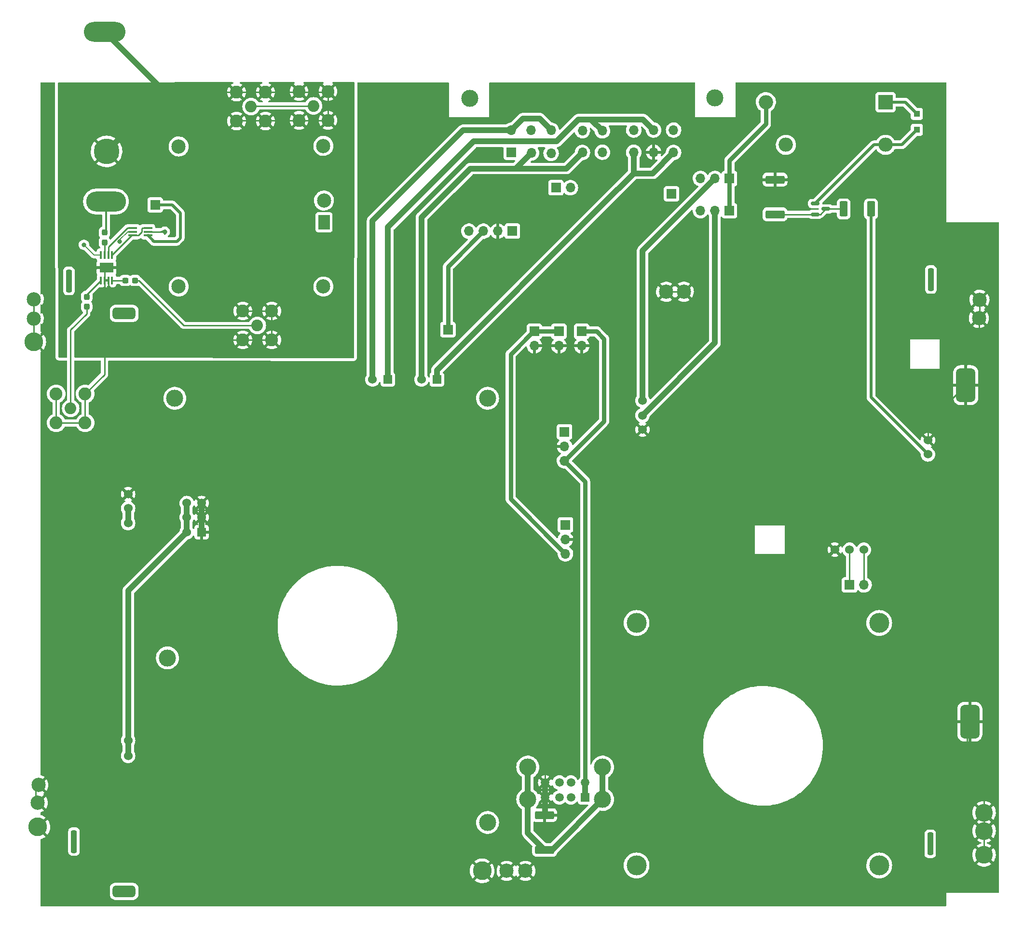
<source format=gtl>
%TF.GenerationSoftware,KiCad,Pcbnew,(6.0.1)*%
%TF.CreationDate,2022-04-19T11:58:33-07:00*%
%TF.ProjectId,Motherboard,4d6f7468-6572-4626-9f61-72642e6b6963,rev?*%
%TF.SameCoordinates,Original*%
%TF.FileFunction,Copper,L1,Top*%
%TF.FilePolarity,Positive*%
%FSLAX46Y46*%
G04 Gerber Fmt 4.6, Leading zero omitted, Abs format (unit mm)*
G04 Created by KiCad (PCBNEW (6.0.1)) date 2022-04-19 11:58:33*
%MOMM*%
%LPD*%
G01*
G04 APERTURE LIST*
G04 Aperture macros list*
%AMRoundRect*
0 Rectangle with rounded corners*
0 $1 Rounding radius*
0 $2 $3 $4 $5 $6 $7 $8 $9 X,Y pos of 4 corners*
0 Add a 4 corners polygon primitive as box body*
4,1,4,$2,$3,$4,$5,$6,$7,$8,$9,$2,$3,0*
0 Add four circle primitives for the rounded corners*
1,1,$1+$1,$2,$3*
1,1,$1+$1,$4,$5*
1,1,$1+$1,$6,$7*
1,1,$1+$1,$8,$9*
0 Add four rect primitives between the rounded corners*
20,1,$1+$1,$2,$3,$4,$5,0*
20,1,$1+$1,$4,$5,$6,$7,0*
20,1,$1+$1,$6,$7,$8,$9,0*
20,1,$1+$1,$8,$9,$2,$3,0*%
G04 Aperture macros list end*
%TA.AperFunction,ComponentPad*%
%ADD10R,1.700000X1.700000*%
%TD*%
%TA.AperFunction,ComponentPad*%
%ADD11C,2.050000*%
%TD*%
%TA.AperFunction,ComponentPad*%
%ADD12C,2.250000*%
%TD*%
%TA.AperFunction,ComponentPad*%
%ADD13R,2.500000X2.500000*%
%TD*%
%TA.AperFunction,ComponentPad*%
%ADD14O,2.500000X2.500000*%
%TD*%
%TA.AperFunction,SMDPad,CuDef*%
%ADD15RoundRect,0.237500X-0.300000X-0.237500X0.300000X-0.237500X0.300000X0.237500X-0.300000X0.237500X0*%
%TD*%
%TA.AperFunction,ComponentPad*%
%ADD16O,1.700000X1.700000*%
%TD*%
%TA.AperFunction,ComponentPad*%
%ADD17RoundRect,0.500000X1.500000X-0.500000X1.500000X0.500000X-1.500000X0.500000X-1.500000X-0.500000X0*%
%TD*%
%TA.AperFunction,ComponentPad*%
%ADD18C,1.524000*%
%TD*%
%TA.AperFunction,ComponentPad*%
%ADD19C,3.300000*%
%TD*%
%TA.AperFunction,ComponentPad*%
%ADD20C,2.500000*%
%TD*%
%TA.AperFunction,ComponentPad*%
%ADD21RoundRect,0.850000X-0.850000X-2.150000X0.850000X-2.150000X0.850000X2.150000X-0.850000X2.150000X0*%
%TD*%
%TA.AperFunction,ComponentPad*%
%ADD22O,7.000000X3.500000*%
%TD*%
%TA.AperFunction,ComponentPad*%
%ADD23O,7.300000X3.500000*%
%TD*%
%TA.AperFunction,ComponentPad*%
%ADD24C,4.500000*%
%TD*%
%TA.AperFunction,ComponentPad*%
%ADD25C,3.100000*%
%TD*%
%TA.AperFunction,ComponentPad*%
%ADD26RoundRect,0.850000X0.850000X2.150000X-0.850000X2.150000X-0.850000X-2.150000X0.850000X-2.150000X0*%
%TD*%
%TA.AperFunction,WasherPad*%
%ADD27RoundRect,0.250000X-0.250000X-1.750000X0.250000X-1.750000X0.250000X1.750000X-0.250000X1.750000X0*%
%TD*%
%TA.AperFunction,WasherPad*%
%ADD28C,3.000000*%
%TD*%
%TA.AperFunction,ComponentPad*%
%ADD29R,1.524000X1.524000*%
%TD*%
%TA.AperFunction,SMDPad,CuDef*%
%ADD30RoundRect,0.237500X-0.237500X0.300000X-0.237500X-0.300000X0.237500X-0.300000X0.237500X0.300000X0*%
%TD*%
%TA.AperFunction,ComponentPad*%
%ADD31R,1.500000X1.500000*%
%TD*%
%TA.AperFunction,ComponentPad*%
%ADD32C,1.500000*%
%TD*%
%TA.AperFunction,ComponentPad*%
%ADD33C,3.000000*%
%TD*%
%TA.AperFunction,ComponentPad*%
%ADD34C,3.500000*%
%TD*%
%TA.AperFunction,SMDPad,CuDef*%
%ADD35RoundRect,0.249999X-1.425001X0.450001X-1.425001X-0.450001X1.425001X-0.450001X1.425001X0.450001X0*%
%TD*%
%TA.AperFunction,SMDPad,CuDef*%
%ADD36R,1.100000X1.100000*%
%TD*%
%TA.AperFunction,SMDPad,CuDef*%
%ADD37RoundRect,0.249999X0.450001X1.075001X-0.450001X1.075001X-0.450001X-1.075001X0.450001X-1.075001X0*%
%TD*%
%TA.AperFunction,SMDPad,CuDef*%
%ADD38R,0.431800X1.346200*%
%TD*%
%TA.AperFunction,SMDPad,CuDef*%
%ADD39R,2.413000X1.778000*%
%TD*%
%TA.AperFunction,SMDPad,CuDef*%
%ADD40R,1.500000X0.400000*%
%TD*%
%TA.AperFunction,WasherPad*%
%ADD41C,2.500000*%
%TD*%
%TA.AperFunction,ComponentPad*%
%ADD42R,2.000000X2.500000*%
%TD*%
%TA.AperFunction,SMDPad,CuDef*%
%ADD43RoundRect,0.150000X-0.587500X-0.150000X0.587500X-0.150000X0.587500X0.150000X-0.587500X0.150000X0*%
%TD*%
%TA.AperFunction,ViaPad*%
%ADD44C,0.800000*%
%TD*%
%TA.AperFunction,Conductor*%
%ADD45C,0.250000*%
%TD*%
%TA.AperFunction,Conductor*%
%ADD46C,1.000000*%
%TD*%
%TA.AperFunction,Conductor*%
%ADD47C,0.500000*%
%TD*%
%TA.AperFunction,Conductor*%
%ADD48C,0.750000*%
%TD*%
%TA.AperFunction,Conductor*%
%ADD49C,0.200000*%
%TD*%
%TA.AperFunction,Conductor*%
%ADD50C,0.300000*%
%TD*%
G04 APERTURE END LIST*
D10*
%TO.P,J10,1,Pin_1*%
%TO.N,Radio_EN*%
X200600000Y-105300000D03*
%TD*%
D11*
%TO.P,J8,1,In*%
%TO.N,RF_TX*%
X177000000Y-66000000D03*
D12*
%TO.P,J8,2,Ext*%
%TO.N,RF_gnd*%
X174460000Y-63460000D03*
X179540000Y-63460000D03*
X179540000Y-68540000D03*
X174460000Y-68540000D03*
%TD*%
D13*
%TO.P,K1,1*%
%TO.N,Vmem*%
X277407500Y-65342500D03*
D14*
%TO.P,K1,3*%
%TO.N,Vdd*%
X256407500Y-65342500D03*
%TO.P,K1,5*%
%TO.N,Vsrc*%
X259907500Y-72842500D03*
%TO.P,K1,6*%
%TO.N,Net-(D1-Pad1)*%
X277407500Y-72842500D03*
%TD*%
D15*
%TO.P,C3,1*%
%TO.N,Net-(C3-Pad1)*%
X143937500Y-96663454D03*
%TO.P,C3,2*%
%TO.N,RF_ATX*%
X145662500Y-96663454D03*
%TD*%
D10*
%TO.P,J14,1,Pin_1*%
%TO.N,5V*%
X224075000Y-105600000D03*
D16*
%TO.P,J14,2,Pin_2*%
%TO.N,GND*%
X224075000Y-108140000D03*
%TD*%
D17*
%TO.P,U1,*%
%TO.N,*%
X143755000Y-102450000D03*
X143755000Y-203950000D03*
D18*
%TO.P,U1,1,Vin*%
%TO.N,Vsrc*%
X144455000Y-136680000D03*
X144455000Y-139280000D03*
%TO.P,U1,2,GND*%
%TO.N,GND*%
X144455000Y-134180000D03*
%TO.P,U1,3,Vout*%
%TO.N,AudioPwr*%
X144455000Y-177450000D03*
X144455000Y-180150000D03*
%TD*%
D19*
%TO.P,J21,1,Pin_1*%
%TO.N,GND*%
X127895000Y-107450000D03*
D20*
X127895000Y-103350000D03*
X127895000Y-99950000D03*
D21*
X291495000Y-115050000D03*
D20*
X241995000Y-98650000D03*
X238895000Y-98636052D03*
X293895000Y-100050000D03*
X293795000Y-103250000D03*
%TD*%
D22*
%TO.P,J6,1,In*%
%TO.N,Antenna*%
X140567500Y-82800000D03*
D23*
%TO.P,J6,2,Ext*%
%TO.N,RF_gnd*%
X140367500Y-53000000D03*
D24*
X140667500Y-74000000D03*
%TD*%
D11*
%TO.P,J4,1,In*%
%TO.N,RF_RX*%
X134366000Y-119126000D03*
D12*
%TO.P,J4,2,Ext*%
%TO.N,RF_gnd*%
X131826000Y-116586000D03*
X136906000Y-116586000D03*
X131826000Y-121666000D03*
X136906000Y-121666000D03*
%TD*%
D10*
%TO.P,J15,1,Pin_1*%
%TO.N,Vsrc*%
X221050000Y-123250000D03*
D16*
%TO.P,J15,2,Pin_2*%
%TO.N,GND*%
X221050000Y-125790000D03*
%TO.P,J15,3,Pin_3*%
%TO.N,5V*%
X221050000Y-128330000D03*
%TD*%
D10*
%TO.P,J20,1,Pin_1*%
%TO.N,5V_GP*%
X215775000Y-105600000D03*
D16*
%TO.P,J20,2,Pin_2*%
%TO.N,GND*%
X215775000Y-108140000D03*
%TD*%
D10*
%TO.P,J2,1,Pin_1*%
%TO.N,Vdd*%
X250000000Y-78750000D03*
D16*
%TO.P,J2,2,Pin_2*%
%TO.N,Vmem*%
X247460000Y-78750000D03*
%TO.P,J2,3,Pin_3*%
%TO.N,unconnected-(J2-Pad3)*%
X244920000Y-78750000D03*
%TD*%
D19*
%TO.P,J22,1,Pin_1*%
%TO.N,GND*%
X206600000Y-200350000D03*
D25*
X294700000Y-190150000D03*
D26*
X292200000Y-174150000D03*
D20*
X128600000Y-188350000D03*
X210900000Y-200350000D03*
D25*
X294700000Y-197550000D03*
X294700000Y-193350000D03*
D19*
X128600000Y-192650000D03*
D20*
X128700000Y-185250000D03*
X214204026Y-200350000D03*
%TD*%
D18*
%TO.P,U3,1,Vin*%
%TO.N,Vmem*%
X234745000Y-117755000D03*
%TO.P,U3,2,Vmes*%
%TO.N,Vacc*%
X234745000Y-120355000D03*
%TO.P,U3,3,GND*%
%TO.N,GND*%
X268495000Y-143955000D03*
X284845000Y-124705000D03*
X234745000Y-122855000D03*
%TO.P,U3,4,UART_TX*%
%TO.N,UART_RX*%
X271095000Y-143955000D03*
%TO.P,U3,5,UART_RX*%
%TO.N,UART_TX*%
X273595000Y-143955000D03*
%TO.P,U3,6,SWITCH*%
%TO.N,RELAY*%
X284845000Y-127205000D03*
%TD*%
D27*
%TO.P,H1,*%
%TO.N,*%
X285250000Y-195600000D03*
%TD*%
D28*
%TO.P,U2,*%
%TO.N,*%
X207550000Y-191855000D03*
X151350000Y-162955000D03*
X152650000Y-117355000D03*
X207550000Y-117355000D03*
D18*
%TO.P,U2,1,12V*%
%TO.N,AudioPwr*%
X154750000Y-138255000D03*
X154750000Y-135755000D03*
X154750000Y-140855000D03*
%TO.P,U2,2,GND*%
%TO.N,GND*%
X157350000Y-135755000D03*
D29*
X157350000Y-140855000D03*
D18*
X157350000Y-138255000D03*
%TO.P,U2,3,R+*%
%TO.N,FrontSpkr_R+*%
X187350000Y-114055000D03*
D29*
%TO.P,U2,4,R-*%
%TO.N,FrontSpkr_R-*%
X190050000Y-114055000D03*
D18*
%TO.P,U2,5,L+*%
%TO.N,FrontSpkr_L+*%
X195950000Y-114055000D03*
D29*
%TO.P,U2,6,L-*%
%TO.N,FrontSpkr_L-*%
X198650000Y-114055000D03*
%TD*%
D10*
%TO.P,J9,1,Pin_1*%
%TO.N,Antenna_Pwr*%
X239850000Y-81450000D03*
%TD*%
D30*
%TO.P,C1,1*%
%TO.N,Antenna*%
X140300000Y-88237500D03*
%TO.P,C1,2*%
%TO.N,Net-(C1-Pad2)*%
X140300000Y-89962500D03*
%TD*%
D31*
%TO.P,J16,1,VBUS1*%
%TO.N,5V*%
X224670000Y-187450000D03*
D32*
%TO.P,J16,2,D1-*%
%TO.N,unconnected-(J16-Pad2)*%
X222170000Y-187450000D03*
%TO.P,J16,3,D1+*%
%TO.N,unconnected-(J16-Pad3)*%
X220170000Y-187450000D03*
%TO.P,J16,4,GND1*%
%TO.N,GND*%
X217670000Y-187450000D03*
%TO.P,J16,5,VBUS2*%
%TO.N,5V*%
X224670000Y-184830000D03*
%TO.P,J16,6,D2-*%
%TO.N,unconnected-(J16-Pad6)*%
X222170000Y-184830000D03*
%TO.P,J16,7,D2+*%
%TO.N,unconnected-(J16-Pad7)*%
X220170000Y-184830000D03*
%TO.P,J16,8,GND2*%
%TO.N,GND*%
X217670000Y-184830000D03*
D33*
%TO.P,J16,9,Shield*%
%TO.N,Net-(J16-Pad9)*%
X214600000Y-182120000D03*
X214600000Y-187800000D03*
X227740000Y-187800000D03*
X227740000Y-182120000D03*
%TD*%
D10*
%TO.P,J5,1,Pin_1*%
%TO.N,RF_CTL*%
X149200000Y-83400000D03*
%TD*%
D34*
%TO.P,H7,1*%
%TO.N,N/C*%
X276300000Y-156800000D03*
%TD*%
D35*
%TO.P,R2,1*%
%TO.N,GND*%
X258000000Y-78950000D03*
%TO.P,R2,2*%
%TO.N,Net-(Q1-Pad2)*%
X258000000Y-85050000D03*
%TD*%
D10*
%TO.P,J1,1,Pin_1*%
%TO.N,Illum*%
X211700000Y-74167500D03*
D16*
%TO.P,J1,2,Pin_2*%
%TO.N,FrontSpkr_R+*%
X211700000Y-70287500D03*
%TO.P,J1,3,Pin_3*%
%TO.N,FrontSpkr_L+*%
X215250000Y-74237500D03*
%TO.P,J1,4,Pin_4*%
%TO.N,unconnected-(J1-Pad4)*%
X215150000Y-70287500D03*
%TO.P,J1,5,Pin_5*%
%TO.N,unconnected-(J1-Pad5)*%
X218700000Y-74337500D03*
%TO.P,J1,6,Pin_6*%
%TO.N,FrontSpkr_R+*%
X218750000Y-70287500D03*
%TO.P,J1,7,Pin_7*%
%TO.N,FrontSpkr_L+*%
X224200000Y-74187500D03*
%TO.P,J1,8,Pin_8*%
%TO.N,Vmem*%
X224200000Y-70337500D03*
%TO.P,J1,9,Pin_9*%
%TO.N,Dim*%
X227700000Y-74137500D03*
%TO.P,J1,10,Pin_10*%
%TO.N,FrontSpkr_R-*%
X227700000Y-70387500D03*
%TO.P,J1,11,Pin_11*%
%TO.N,FrontSpkr_L-*%
X233200000Y-74137500D03*
%TO.P,J1,12,Pin_12*%
%TO.N,Vacc*%
X233200000Y-70237500D03*
%TO.P,J1,13,Pin_13*%
%TO.N,GND*%
X236700000Y-74137500D03*
%TO.P,J1,14,Pin_14*%
%TO.N,FrontSpkr_R-*%
X236700000Y-70237500D03*
%TO.P,J1,15,Pin_15*%
%TO.N,FrontSpkr_L-*%
X240200000Y-74187500D03*
%TO.P,J1,16,Pin_16*%
%TO.N,Antenna_Pwr*%
X240200000Y-70237500D03*
D33*
%TO.P,J1,18*%
%TO.N,N/C*%
X247450000Y-64637500D03*
X204400000Y-64687500D03*
%TD*%
D27*
%TO.P,H2,*%
%TO.N,*%
X134950000Y-195200000D03*
%TD*%
D10*
%TO.P,J18,1,Pin_1*%
%TO.N,5V_GP*%
X220075000Y-105600000D03*
D16*
%TO.P,J18,2,Pin_2*%
%TO.N,GND*%
X220075000Y-108140000D03*
%TD*%
D30*
%TO.P,C2,1*%
%TO.N,Net-(C2-Pad1)*%
X137200000Y-99537500D03*
%TO.P,C2,2*%
%TO.N,RF_RX*%
X137200000Y-101262500D03*
%TD*%
D35*
%TO.P,R3,1*%
%TO.N,GND*%
X217570000Y-190570000D03*
%TO.P,R3,2*%
%TO.N,Net-(J16-Pad9)*%
X217570000Y-196670000D03*
%TD*%
D36*
%TO.P,D1,1,K*%
%TO.N,Net-(D1-Pad1)*%
X282900000Y-70200000D03*
%TO.P,D1,2,A*%
%TO.N,Vmem*%
X282900000Y-67400000D03*
%TD*%
D10*
%TO.P,J19,1,Pin_1*%
%TO.N,Vsrc*%
X221225000Y-139575000D03*
D16*
%TO.P,J19,2,Pin_2*%
%TO.N,GND*%
X221225000Y-142115000D03*
%TO.P,J19,3,Pin_3*%
%TO.N,5V_GP*%
X221225000Y-144655000D03*
%TD*%
D10*
%TO.P,J3,1,Pin_1*%
%TO.N,Vdd*%
X250000000Y-84400000D03*
D16*
%TO.P,J3,2,Pin_2*%
%TO.N,Vacc*%
X247460000Y-84400000D03*
%TO.P,J3,3,Pin_3*%
%TO.N,unconnected-(J3-Pad3)*%
X244920000Y-84400000D03*
%TD*%
D37*
%TO.P,R1,1*%
%TO.N,RELAY*%
X274850000Y-84100000D03*
%TO.P,R1,2*%
%TO.N,Net-(Q1-Pad2)*%
X270050000Y-84100000D03*
%TD*%
D38*
%TO.P,U5,1,A*%
%TO.N,RF_A*%
X141622860Y-92214050D03*
%TO.P,U5,2,B*%
%TO.N,RF_B*%
X140972620Y-92214050D03*
%TO.P,U5,3,RFC*%
%TO.N,Net-(C1-Pad2)*%
X140322380Y-92214050D03*
%TO.P,U5,4,VDD*%
%TO.N,5V*%
X139672140Y-92214050D03*
%TO.P,U5,5,RF1*%
%TO.N,Net-(C2-Pad1)*%
X139672140Y-96659050D03*
%TO.P,U5,6,GND*%
%TO.N,RF_gnd*%
X140322380Y-96659050D03*
%TO.P,U5,7,GND*%
X140972620Y-96659050D03*
%TO.P,U5,8,RF2*%
%TO.N,Net-(C3-Pad1)*%
X141622860Y-96659050D03*
D39*
%TO.P,U5,EPAD,GND*%
%TO.N,RF_gnd*%
X140647500Y-94436550D03*
%TD*%
D27*
%TO.P,H4,*%
%TO.N,*%
X285350000Y-96500000D03*
%TD*%
D34*
%TO.P,H6,1*%
%TO.N,N/C*%
X276300000Y-199400000D03*
%TD*%
D10*
%TO.P,U4,1,Vsrc*%
%TO.N,Vsrc*%
X211900000Y-88000000D03*
D16*
%TO.P,U4,2,GND*%
%TO.N,GND*%
X209360000Y-88000000D03*
%TO.P,U4,3,EN*%
%TO.N,Radio_EN*%
X206820000Y-88000000D03*
%TO.P,U4,4,Vradio*%
%TO.N,8V*%
X204280000Y-88000000D03*
%TD*%
D40*
%TO.P,U7,1,1A*%
%TO.N,RF_CTL*%
X147930000Y-88750000D03*
%TO.P,U7,2,GND*%
%TO.N,GND*%
X147930000Y-88100000D03*
%TO.P,U7,3,2A*%
%TO.N,RF_A*%
X147930000Y-87450000D03*
%TO.P,U7,4,2Y*%
%TO.N,RF_B*%
X145270000Y-87450000D03*
%TO.P,U7,5,VCC*%
%TO.N,5V*%
X145270000Y-88100000D03*
%TO.P,U7,6,1Y*%
%TO.N,RF_A*%
X145270000Y-88750000D03*
%TD*%
D27*
%TO.P,H3,*%
%TO.N,*%
X134050000Y-96750000D03*
%TD*%
D10*
%TO.P,J17,1,Pin_1*%
%TO.N,Illum*%
X219550000Y-80375000D03*
D16*
%TO.P,J17,2,Pin_2*%
%TO.N,Dim*%
X222090000Y-80375000D03*
%TD*%
D34*
%TO.P,H5,1*%
%TO.N,N/C*%
X233700000Y-156800000D03*
%TD*%
D10*
%TO.P,J7,1,Pin_1*%
%TO.N,UART_RX*%
X271100000Y-150125000D03*
D16*
%TO.P,J7,2,Pin_2*%
%TO.N,UART_TX*%
X273640000Y-150125000D03*
%TD*%
D41*
%TO.P,U6,*%
%TO.N,*%
X178732000Y-97729000D03*
X153332000Y-73129000D03*
X178732000Y-73029000D03*
X153332000Y-97729000D03*
D42*
%TO.P,U6,1,Vsrc*%
%TO.N,8V*%
X178832000Y-86429000D03*
D20*
%TO.P,U6,2,GND*%
%TO.N,GND*%
X178832000Y-82629000D03*
D11*
%TO.P,U6,3,in*%
%TO.N,RF_TX*%
X166032000Y-66129000D03*
D12*
%TO.P,U6,4,in_gnd*%
%TO.N,RF_gnd*%
X163492000Y-68669000D03*
X163492000Y-63589000D03*
X168572000Y-63589000D03*
X168572000Y-68669000D03*
D11*
%TO.P,U6,5,out*%
%TO.N,RF_ATX*%
X167132000Y-104559000D03*
D12*
%TO.P,U6,6,out_gnd*%
%TO.N,RF_gnd*%
X169672000Y-102019000D03*
X169672000Y-107099000D03*
X164592000Y-102019000D03*
X164592000Y-107099000D03*
%TD*%
D34*
%TO.P,H8,1*%
%TO.N,N/C*%
X233700000Y-199400000D03*
%TD*%
D43*
%TO.P,Q1,1,D*%
%TO.N,Net-(D1-Pad1)*%
X265062500Y-83150000D03*
%TO.P,Q1,2,G*%
%TO.N,Net-(Q1-Pad2)*%
X265062500Y-85050000D03*
%TO.P,Q1,3,S*%
X266937500Y-84100000D03*
%TD*%
D44*
%TO.N,GND*%
X286150000Y-174250000D03*
X258000000Y-76750000D03*
X217670000Y-182920000D03*
X150900000Y-88100000D03*
X130500000Y-112200000D03*
%TO.N,5V*%
X143000000Y-89800000D03*
X136700000Y-90400000D03*
%TD*%
D45*
%TO.N,GND*%
X291750000Y-174250000D02*
X291750000Y-181350000D01*
X293845000Y-107705000D02*
X292800000Y-108750000D01*
X293950000Y-183550000D02*
X294700000Y-184300000D01*
X294700000Y-184300000D02*
X294700000Y-197550000D01*
X291545000Y-115125000D02*
X291545000Y-110005000D01*
X284845000Y-121700000D02*
X291495000Y-115050000D01*
D46*
X217670000Y-187450000D02*
X217670000Y-190470000D01*
D45*
X293945000Y-103225000D02*
X293845000Y-103325000D01*
X215775000Y-108140000D02*
X224075000Y-108140000D01*
X291545000Y-110005000D02*
X292800000Y-108750000D01*
X293950000Y-183550000D02*
X291750000Y-181350000D01*
X217670000Y-182920000D02*
X217670000Y-184830000D01*
X127895000Y-107450000D02*
X130500000Y-110055000D01*
X258000000Y-76750000D02*
X258000000Y-78950000D01*
X130500000Y-110055000D02*
X130500000Y-112200000D01*
X128250000Y-185550000D02*
X128250000Y-188550000D01*
X293845000Y-103325000D02*
X293845000Y-107705000D01*
D46*
X157350000Y-135755000D02*
X157350000Y-141000000D01*
X217670000Y-190470000D02*
X217570000Y-190570000D01*
D45*
X241981052Y-98636052D02*
X241995000Y-98650000D01*
X293945000Y-100125000D02*
X293945000Y-103225000D01*
X127895000Y-99950000D02*
X127895000Y-107450000D01*
X284845000Y-124705000D02*
X284845000Y-121700000D01*
X286150000Y-174250000D02*
X292100000Y-174250000D01*
X292100000Y-174250000D02*
X292200000Y-174150000D01*
X238895000Y-98636052D02*
X241981052Y-98636052D01*
X147930000Y-88100000D02*
X150900000Y-88100000D01*
D46*
X217670000Y-184830000D02*
X217670000Y-187450000D01*
D45*
%TO.N,Net-(Q1-Pad2)*%
X265062500Y-85050000D02*
X265987500Y-85050000D01*
X266937500Y-84100000D02*
X270050000Y-84100000D01*
X258000000Y-85050000D02*
X265062500Y-85050000D01*
X265987500Y-85050000D02*
X266937500Y-84100000D01*
D46*
%TO.N,Net-(J16-Pad9)*%
X217570000Y-196670000D02*
X218870000Y-196670000D01*
X214600000Y-193700000D02*
X214600000Y-182120000D01*
X227740000Y-182120000D02*
X227740000Y-187800000D01*
X217570000Y-196670000D02*
X214600000Y-193700000D01*
X218870000Y-196670000D02*
X227740000Y-187800000D01*
D47*
%TO.N,RELAY*%
X284845000Y-127205000D02*
X274850000Y-117210000D01*
X274850000Y-117210000D02*
X274850000Y-84100000D01*
D46*
%TO.N,Vmem*%
X247460000Y-78750000D02*
X234745000Y-91465000D01*
D47*
X277407500Y-65342500D02*
X280842500Y-65342500D01*
D46*
X234745000Y-91465000D02*
X234745000Y-117755000D01*
D47*
X280842500Y-65342500D02*
X282900000Y-67400000D01*
D48*
%TO.N,Vdd*%
X256407500Y-69192500D02*
X256407500Y-65342500D01*
X250000000Y-78750000D02*
X250000000Y-75600000D01*
X250000000Y-75600000D02*
X256407500Y-69192500D01*
X250000000Y-84400000D02*
X250000000Y-78750000D01*
D46*
%TO.N,Vsrc*%
X144455000Y-136680000D02*
X144455000Y-139280000D01*
D47*
%TO.N,Net-(D1-Pad1)*%
X265062500Y-83150000D02*
X275370000Y-72842500D01*
X280257500Y-72842500D02*
X282900000Y-70200000D01*
X277407500Y-72842500D02*
X280257500Y-72842500D01*
X275370000Y-72842500D02*
X277407500Y-72842500D01*
D46*
%TO.N,5V*%
X224670000Y-187450000D02*
X224670000Y-184830000D01*
D49*
X136700000Y-90400000D02*
X138514050Y-92214050D01*
D48*
X224075000Y-105600000D02*
X226700000Y-105600000D01*
X224670000Y-131950000D02*
X224670000Y-184830000D01*
X221050000Y-128330000D02*
X224670000Y-131950000D01*
X228000000Y-121380000D02*
X221050000Y-128330000D01*
D49*
X144370978Y-88100000D02*
X145270000Y-88100000D01*
X143000000Y-89800000D02*
X143000000Y-89470978D01*
D48*
X228000000Y-106900000D02*
X228000000Y-121380000D01*
X226700000Y-105600000D02*
X228000000Y-106900000D01*
D49*
X143000000Y-89470978D02*
X144370978Y-88100000D01*
X138514050Y-92214050D02*
X139672140Y-92214050D01*
D48*
%TO.N,Radio_EN*%
X200600000Y-94220000D02*
X206820000Y-88000000D01*
X200600000Y-105300000D02*
X200600000Y-94220000D01*
D45*
%TO.N,UART_RX*%
X271095000Y-150120000D02*
X271100000Y-150125000D01*
X271095000Y-143955000D02*
X271095000Y-150120000D01*
%TO.N,UART_TX*%
X273595000Y-150080000D02*
X273640000Y-150125000D01*
X273595000Y-143955000D02*
X273595000Y-150080000D01*
D48*
%TO.N,5V_GP*%
X211600000Y-109600000D02*
X215600000Y-105600000D01*
X215775000Y-105600000D02*
X220075000Y-105600000D01*
X211600000Y-135030000D02*
X211600000Y-109600000D01*
D45*
X215600000Y-105600000D02*
X215775000Y-105600000D01*
D48*
X221225000Y-144655000D02*
X211600000Y-135030000D01*
D46*
%TO.N,FrontSpkr_L+*%
X195950000Y-85585000D02*
X204535000Y-77000000D01*
X212487500Y-77000000D02*
X221387500Y-77000000D01*
X195950000Y-114055000D02*
X195950000Y-85585000D01*
X204535000Y-77000000D02*
X212487500Y-77000000D01*
X212487500Y-77000000D02*
X215250000Y-74237500D01*
X221387500Y-77000000D02*
X224200000Y-74187500D01*
%TO.N,FrontSpkr_L-*%
X236537500Y-77850000D02*
X240200000Y-74187500D01*
X198650000Y-112400000D02*
X227750000Y-83300000D01*
X227750000Y-83300000D02*
X233200000Y-77850000D01*
X233200000Y-77850000D02*
X233200000Y-74137500D01*
X198650000Y-114055000D02*
X198650000Y-112400000D01*
X233200000Y-77850000D02*
X236537500Y-77850000D01*
%TO.N,FrontSpkr_R+*%
X211700000Y-70287500D02*
X203262500Y-70287500D01*
X211700000Y-70287500D02*
X213737500Y-68250000D01*
X187350000Y-114055000D02*
X187350000Y-86200000D01*
X213737500Y-68250000D02*
X216712500Y-68250000D01*
X187350000Y-86200000D02*
X203262500Y-70287500D01*
X216712500Y-68250000D02*
X218750000Y-70287500D01*
%TO.N,FrontSpkr_R-*%
X225712500Y-68400000D02*
X227700000Y-70387500D01*
X205118000Y-72250000D02*
X190050000Y-87318000D01*
D49*
X224250000Y-68400000D02*
X225712500Y-68400000D01*
D46*
X190050000Y-87318000D02*
X190050000Y-114055000D01*
D49*
X224250000Y-68400000D02*
X223950000Y-68400000D01*
D46*
X234862500Y-68400000D02*
X236700000Y-70237500D01*
X224250000Y-68400000D02*
X234862500Y-68400000D01*
X219650000Y-72250000D02*
X205118000Y-72250000D01*
X224250000Y-68400000D02*
X223500000Y-68400000D01*
X223500000Y-68400000D02*
X219650000Y-72250000D01*
%TO.N,Vacc*%
X247460000Y-84400000D02*
X247460000Y-107640000D01*
X247460000Y-107640000D02*
X234745000Y-120355000D01*
D50*
%TO.N,Antenna*%
X140567500Y-87970000D02*
X140567500Y-82800000D01*
X140300000Y-88237500D02*
X140567500Y-87970000D01*
D46*
%TO.N,AudioPwr*%
X154750000Y-135755000D02*
X154750000Y-140855000D01*
X144455000Y-177450000D02*
X144455000Y-180150000D01*
X144455000Y-177450000D02*
X144455000Y-151150000D01*
X144455000Y-151150000D02*
X154750000Y-140855000D01*
D47*
%TO.N,RF_CTL*%
X153600000Y-84800000D02*
X153600000Y-89200000D01*
X153600000Y-89200000D02*
X153000000Y-89800000D01*
X152200000Y-83400000D02*
X153600000Y-84800000D01*
X149200000Y-83400000D02*
X152200000Y-83400000D01*
X153000000Y-89800000D02*
X148980000Y-89800000D01*
X148980000Y-89800000D02*
X147930000Y-88750000D01*
D45*
%TO.N,RF_A*%
X145270000Y-88750000D02*
X146270000Y-88750000D01*
X145086910Y-88750000D02*
X141622860Y-92214050D01*
X146855489Y-88164511D02*
X146855489Y-87575489D01*
X146855489Y-87575489D02*
X146980978Y-87450000D01*
X145270000Y-88750000D02*
X145086910Y-88750000D01*
X146980978Y-87450000D02*
X147930000Y-87450000D01*
X146270000Y-88750000D02*
X146855489Y-88164511D01*
%TO.N,RF_B*%
X145270000Y-87450000D02*
X144320978Y-87450000D01*
X144320978Y-87450000D02*
X140972620Y-90798358D01*
X140972620Y-90798358D02*
X140972620Y-92214050D01*
%TO.N,Net-(C2-Pad1)*%
X137200000Y-99537500D02*
X137200000Y-99131190D01*
X137200000Y-99131190D02*
X139672140Y-96659050D01*
%TO.N,Net-(C3-Pad1)*%
X141622860Y-96659050D02*
X143933096Y-96659050D01*
X143933096Y-96659050D02*
X143937500Y-96663454D01*
%TO.N,RF_TX*%
X166161000Y-66000000D02*
X166032000Y-66129000D01*
X177000000Y-66000000D02*
X166161000Y-66000000D01*
%TO.N,RF_RX*%
X137200000Y-101262500D02*
X137200000Y-102525816D01*
X137200000Y-102525816D02*
X134366000Y-105359816D01*
X134366000Y-119126000D02*
X134366000Y-105359816D01*
%TO.N,RF_ATX*%
X154259000Y-104559000D02*
X167132000Y-104559000D01*
X146363454Y-96663454D02*
X154259000Y-104559000D01*
X145662500Y-96663454D02*
X146363454Y-96663454D01*
%TO.N,RF_gnd*%
X163492000Y-63589000D02*
X179411000Y-63589000D01*
X140322380Y-96659050D02*
X140322380Y-94761670D01*
X163492000Y-63589000D02*
X151078500Y-63589000D01*
D46*
X150956500Y-63589000D02*
X140367500Y-53000000D01*
D45*
X136906000Y-121666000D02*
X136906000Y-116586000D01*
X179540000Y-68540000D02*
X163621000Y-68540000D01*
X169672000Y-107099000D02*
X164592000Y-107099000D01*
X169672000Y-102019000D02*
X169672000Y-107099000D01*
X140972620Y-97582150D02*
X143090470Y-99700000D01*
X163621000Y-68540000D02*
X163492000Y-68669000D01*
X140972620Y-96659050D02*
X140972620Y-97582150D01*
X179540000Y-63460000D02*
X179540000Y-68540000D01*
X154699000Y-107099000D02*
X164592000Y-107099000D01*
X164592000Y-102019000D02*
X169672000Y-102019000D01*
X147300000Y-99700000D02*
X154699000Y-107099000D01*
X179411000Y-63589000D02*
X179540000Y-63460000D01*
D46*
X151078500Y-63589000D02*
X140667500Y-74000000D01*
D45*
X131826000Y-116586000D02*
X131826000Y-121666000D01*
X140322380Y-113169620D02*
X136906000Y-116586000D01*
X143090470Y-99700000D02*
X147300000Y-99700000D01*
X131826000Y-121666000D02*
X136906000Y-121666000D01*
X140322380Y-96659050D02*
X140322380Y-113169620D01*
X140972620Y-96659050D02*
X140322380Y-96659050D01*
X140322380Y-94761670D02*
X140647500Y-94436550D01*
%TO.N,Net-(C1-Pad2)*%
X140322380Y-89984880D02*
X140300000Y-89962500D01*
X140322380Y-92214050D02*
X140322380Y-89984880D01*
%TD*%
%TA.AperFunction,Conductor*%
%TO.N,GND*%
G36*
X131540360Y-61870002D02*
G01*
X131586853Y-61923658D01*
X131596994Y-61993670D01*
X131592262Y-62027071D01*
X131592271Y-62031566D01*
X131592271Y-62031570D01*
X131595508Y-63594982D01*
X131598240Y-64914523D01*
X131600757Y-66130052D01*
X131603277Y-67347453D01*
X131606026Y-68674982D01*
X131608758Y-69994523D01*
X131612659Y-71878825D01*
X131617001Y-73975910D01*
X131621446Y-76123034D01*
X131622076Y-76427247D01*
X131651007Y-90401052D01*
X131667882Y-98551452D01*
X131688809Y-108659085D01*
X131690716Y-109580150D01*
X131691741Y-110075555D01*
X131697549Y-110129041D01*
X131702548Y-110175067D01*
X131703358Y-110182528D01*
X131714644Y-110234388D01*
X131715698Y-110237563D01*
X131743871Y-110322469D01*
X131748527Y-110336502D01*
X131826464Y-110458291D01*
X131829396Y-110461688D01*
X131869914Y-110508632D01*
X131869921Y-110508639D01*
X131872853Y-110512036D01*
X131981941Y-110606931D01*
X132062783Y-110644040D01*
X132109257Y-110665374D01*
X132109261Y-110665376D01*
X132113349Y-110667252D01*
X132181430Y-110687386D01*
X132185874Y-110688034D01*
X132185880Y-110688035D01*
X132320075Y-110707594D01*
X132320081Y-110707594D01*
X132324517Y-110708241D01*
X132329002Y-110708250D01*
X132329007Y-110708250D01*
X133605280Y-110710709D01*
X133605277Y-110712068D01*
X133669030Y-110727244D01*
X133718244Y-110778415D01*
X133732500Y-110836633D01*
X133732500Y-117645598D01*
X133712498Y-117713719D01*
X133667208Y-117754690D01*
X133667653Y-117755416D01*
X133663433Y-117758002D01*
X133663429Y-117758004D01*
X133659397Y-117760475D01*
X133461844Y-117881536D01*
X133278299Y-118038299D01*
X133275091Y-118042055D01*
X133271756Y-118045960D01*
X133121536Y-118221844D01*
X132995416Y-118427653D01*
X132993523Y-118432223D01*
X132993521Y-118432227D01*
X132920439Y-118608664D01*
X132903045Y-118650657D01*
X132901890Y-118655469D01*
X132847851Y-118880553D01*
X132847850Y-118880559D01*
X132846696Y-118885366D01*
X132827758Y-119126000D01*
X132846696Y-119366634D01*
X132847850Y-119371441D01*
X132847851Y-119371447D01*
X132883267Y-119518961D01*
X132903045Y-119601343D01*
X132904938Y-119605914D01*
X132904939Y-119605916D01*
X132951086Y-119717324D01*
X132995416Y-119824347D01*
X133121536Y-120030156D01*
X133222175Y-120147988D01*
X133273965Y-120208626D01*
X133278299Y-120213701D01*
X133461844Y-120370464D01*
X133667653Y-120496584D01*
X133672223Y-120498477D01*
X133672227Y-120498479D01*
X133873325Y-120581776D01*
X133890657Y-120588955D01*
X133973039Y-120608733D01*
X134120553Y-120644149D01*
X134120559Y-120644150D01*
X134125366Y-120645304D01*
X134366000Y-120664242D01*
X134606634Y-120645304D01*
X134611441Y-120644150D01*
X134611447Y-120644149D01*
X134758961Y-120608733D01*
X134841343Y-120588955D01*
X134858675Y-120581776D01*
X135059773Y-120498479D01*
X135059777Y-120498477D01*
X135064347Y-120496584D01*
X135270156Y-120370464D01*
X135453701Y-120213701D01*
X135458036Y-120208626D01*
X135509825Y-120147988D01*
X135610464Y-120030156D01*
X135736584Y-119824347D01*
X135780915Y-119717324D01*
X135827061Y-119605916D01*
X135827062Y-119605914D01*
X135828955Y-119601343D01*
X135848733Y-119518961D01*
X135884149Y-119371447D01*
X135884150Y-119371441D01*
X135885304Y-119366634D01*
X135904242Y-119126000D01*
X135885304Y-118885366D01*
X135884150Y-118880559D01*
X135884149Y-118880553D01*
X135830110Y-118655469D01*
X135828955Y-118650657D01*
X135811561Y-118608664D01*
X135738479Y-118432227D01*
X135738477Y-118432223D01*
X135736584Y-118427653D01*
X135610464Y-118221844D01*
X135460244Y-118045960D01*
X135456909Y-118042055D01*
X135453701Y-118038299D01*
X135270156Y-117881536D01*
X135072603Y-117760475D01*
X135068571Y-117758004D01*
X135068567Y-117758002D01*
X135064347Y-117755416D01*
X135064846Y-117754601D01*
X135016688Y-117709128D01*
X134999500Y-117645598D01*
X134999500Y-110839638D01*
X135019502Y-110771517D01*
X135073158Y-110725024D01*
X135125743Y-110713638D01*
X139563123Y-110722188D01*
X139631205Y-110742322D01*
X139677594Y-110796067D01*
X139688880Y-110848188D01*
X139688880Y-112855026D01*
X139668878Y-112923147D01*
X139651975Y-112944121D01*
X137582259Y-115013837D01*
X137519947Y-115047863D01*
X137444947Y-115041151D01*
X137412340Y-115027645D01*
X137325498Y-115006796D01*
X137167139Y-114968777D01*
X137167133Y-114968776D01*
X137162326Y-114967622D01*
X136906000Y-114947449D01*
X136649674Y-114967622D01*
X136644867Y-114968776D01*
X136644861Y-114968777D01*
X136486502Y-115006796D01*
X136399660Y-115027645D01*
X136395089Y-115029538D01*
X136395087Y-115029539D01*
X136166687Y-115124145D01*
X136166683Y-115124147D01*
X136162113Y-115126040D01*
X135942884Y-115260384D01*
X135747369Y-115427369D01*
X135580384Y-115622884D01*
X135446040Y-115842113D01*
X135444147Y-115846683D01*
X135444145Y-115846687D01*
X135350925Y-116071742D01*
X135347645Y-116079660D01*
X135346490Y-116084472D01*
X135292680Y-116308607D01*
X135287622Y-116329674D01*
X135267449Y-116586000D01*
X135287622Y-116842326D01*
X135288776Y-116847133D01*
X135288777Y-116847139D01*
X135311194Y-116940511D01*
X135347645Y-117092340D01*
X135349538Y-117096911D01*
X135349539Y-117096913D01*
X135443649Y-117324114D01*
X135446040Y-117329887D01*
X135448626Y-117334107D01*
X135463899Y-117359031D01*
X135580384Y-117549116D01*
X135747369Y-117744631D01*
X135942884Y-117911616D01*
X136162113Y-118045960D01*
X136166683Y-118047853D01*
X136166691Y-118047857D01*
X136194717Y-118059465D01*
X136249998Y-118104012D01*
X136272500Y-118175874D01*
X136272500Y-120076126D01*
X136252498Y-120144247D01*
X136194717Y-120192535D01*
X136166691Y-120204143D01*
X136166683Y-120204147D01*
X136162113Y-120206040D01*
X135942884Y-120340384D01*
X135747369Y-120507369D01*
X135580384Y-120702884D01*
X135446040Y-120922113D01*
X135444147Y-120926683D01*
X135444143Y-120926691D01*
X135432535Y-120954717D01*
X135387988Y-121009998D01*
X135316126Y-121032500D01*
X133415874Y-121032500D01*
X133347753Y-121012498D01*
X133299465Y-120954717D01*
X133287857Y-120926691D01*
X133287853Y-120926683D01*
X133285960Y-120922113D01*
X133151616Y-120702884D01*
X132984631Y-120507369D01*
X132789116Y-120340384D01*
X132569887Y-120206040D01*
X132565317Y-120204147D01*
X132565309Y-120204143D01*
X132537283Y-120192535D01*
X132482002Y-120147988D01*
X132459500Y-120076126D01*
X132459500Y-118175874D01*
X132479502Y-118107753D01*
X132537283Y-118059465D01*
X132565309Y-118047857D01*
X132565317Y-118047853D01*
X132569887Y-118045960D01*
X132789116Y-117911616D01*
X132984631Y-117744631D01*
X133151616Y-117549116D01*
X133268101Y-117359031D01*
X133283374Y-117334107D01*
X133285960Y-117329887D01*
X133288352Y-117324114D01*
X133382461Y-117096913D01*
X133382462Y-117096911D01*
X133384355Y-117092340D01*
X133420806Y-116940511D01*
X133443223Y-116847139D01*
X133443224Y-116847133D01*
X133444378Y-116842326D01*
X133464551Y-116586000D01*
X133444378Y-116329674D01*
X133439321Y-116308607D01*
X133385510Y-116084472D01*
X133384355Y-116079660D01*
X133381075Y-116071742D01*
X133287855Y-115846687D01*
X133287853Y-115846683D01*
X133285960Y-115842113D01*
X133151616Y-115622884D01*
X132984631Y-115427369D01*
X132789116Y-115260384D01*
X132569887Y-115126040D01*
X132565317Y-115124147D01*
X132565313Y-115124145D01*
X132336913Y-115029539D01*
X132336911Y-115029538D01*
X132332340Y-115027645D01*
X132245498Y-115006796D01*
X132087139Y-114968777D01*
X132087133Y-114968776D01*
X132082326Y-114967622D01*
X131826000Y-114947449D01*
X131569674Y-114967622D01*
X131564867Y-114968776D01*
X131564861Y-114968777D01*
X131406502Y-115006796D01*
X131319660Y-115027645D01*
X131315089Y-115029538D01*
X131315087Y-115029539D01*
X131086687Y-115124145D01*
X131086683Y-115124147D01*
X131082113Y-115126040D01*
X130862884Y-115260384D01*
X130667369Y-115427369D01*
X130500384Y-115622884D01*
X130366040Y-115842113D01*
X130364147Y-115846683D01*
X130364145Y-115846687D01*
X130270925Y-116071742D01*
X130267645Y-116079660D01*
X130266490Y-116084472D01*
X130212680Y-116308607D01*
X130207622Y-116329674D01*
X130187449Y-116586000D01*
X130207622Y-116842326D01*
X130208776Y-116847133D01*
X130208777Y-116847139D01*
X130231194Y-116940511D01*
X130267645Y-117092340D01*
X130269538Y-117096911D01*
X130269539Y-117096913D01*
X130363649Y-117324114D01*
X130366040Y-117329887D01*
X130368626Y-117334107D01*
X130383899Y-117359031D01*
X130500384Y-117549116D01*
X130667369Y-117744631D01*
X130862884Y-117911616D01*
X131082113Y-118045960D01*
X131086683Y-118047853D01*
X131086691Y-118047857D01*
X131114717Y-118059465D01*
X131169998Y-118104012D01*
X131192500Y-118175874D01*
X131192500Y-120076126D01*
X131172498Y-120144247D01*
X131114717Y-120192535D01*
X131086691Y-120204143D01*
X131086683Y-120204147D01*
X131082113Y-120206040D01*
X130862884Y-120340384D01*
X130667369Y-120507369D01*
X130500384Y-120702884D01*
X130366040Y-120922113D01*
X130364147Y-120926683D01*
X130364145Y-120926687D01*
X130336812Y-120992676D01*
X130267645Y-121159660D01*
X130266490Y-121164472D01*
X130209191Y-121403139D01*
X130207622Y-121409674D01*
X130187449Y-121666000D01*
X130207622Y-121922326D01*
X130208776Y-121927133D01*
X130208777Y-121927139D01*
X130246796Y-122085498D01*
X130267645Y-122172340D01*
X130269538Y-122176911D01*
X130269539Y-122176913D01*
X130364144Y-122405309D01*
X130366040Y-122409887D01*
X130500384Y-122629116D01*
X130667369Y-122824631D01*
X130862884Y-122991616D01*
X131082113Y-123125960D01*
X131086683Y-123127853D01*
X131086687Y-123127855D01*
X131308033Y-123219539D01*
X131319660Y-123224355D01*
X131406502Y-123245204D01*
X131564861Y-123283223D01*
X131564867Y-123283224D01*
X131569674Y-123284378D01*
X131826000Y-123304551D01*
X132082326Y-123284378D01*
X132087133Y-123283224D01*
X132087139Y-123283223D01*
X132245498Y-123245204D01*
X132332340Y-123224355D01*
X132343967Y-123219539D01*
X132565313Y-123127855D01*
X132565317Y-123127853D01*
X132569887Y-123125960D01*
X132789116Y-122991616D01*
X132984631Y-122824631D01*
X133151616Y-122629116D01*
X133285960Y-122409887D01*
X133287855Y-122405313D01*
X133287857Y-122405309D01*
X133299465Y-122377283D01*
X133344012Y-122322002D01*
X133415874Y-122299500D01*
X135316126Y-122299500D01*
X135384247Y-122319502D01*
X135432535Y-122377283D01*
X135444143Y-122405309D01*
X135444145Y-122405313D01*
X135446040Y-122409887D01*
X135580384Y-122629116D01*
X135747369Y-122824631D01*
X135942884Y-122991616D01*
X136162113Y-123125960D01*
X136166683Y-123127853D01*
X136166687Y-123127855D01*
X136388033Y-123219539D01*
X136399660Y-123224355D01*
X136486502Y-123245204D01*
X136644861Y-123283223D01*
X136644867Y-123283224D01*
X136649674Y-123284378D01*
X136906000Y-123304551D01*
X137162326Y-123284378D01*
X137167133Y-123283224D01*
X137167139Y-123283223D01*
X137325498Y-123245204D01*
X137412340Y-123224355D01*
X137423967Y-123219539D01*
X137645313Y-123127855D01*
X137645317Y-123127853D01*
X137649887Y-123125960D01*
X137869116Y-122991616D01*
X138064631Y-122824631D01*
X138231616Y-122629116D01*
X138365960Y-122409887D01*
X138367857Y-122405309D01*
X138462461Y-122176913D01*
X138462462Y-122176911D01*
X138464355Y-122172340D01*
X138485204Y-122085498D01*
X138523223Y-121927139D01*
X138523224Y-121927133D01*
X138524378Y-121922326D01*
X138544551Y-121666000D01*
X138524378Y-121409674D01*
X138522810Y-121403139D01*
X138465510Y-121164472D01*
X138464355Y-121159660D01*
X138395188Y-120992676D01*
X138367855Y-120926687D01*
X138367853Y-120926683D01*
X138365960Y-120922113D01*
X138231616Y-120702884D01*
X138064631Y-120507369D01*
X137869116Y-120340384D01*
X137649887Y-120206040D01*
X137645317Y-120204147D01*
X137645309Y-120204143D01*
X137617283Y-120192535D01*
X137562002Y-120147988D01*
X137539500Y-120076126D01*
X137539500Y-118175874D01*
X137559502Y-118107753D01*
X137617283Y-118059465D01*
X137645309Y-118047857D01*
X137645317Y-118047853D01*
X137649887Y-118045960D01*
X137869116Y-117911616D01*
X138064631Y-117744631D01*
X138231616Y-117549116D01*
X138348101Y-117359031D01*
X138363374Y-117334107D01*
X138363490Y-117333918D01*
X150636917Y-117333918D01*
X150652682Y-117607320D01*
X150653507Y-117611525D01*
X150653508Y-117611533D01*
X150680581Y-117749525D01*
X150705405Y-117876053D01*
X150706792Y-117880103D01*
X150706793Y-117880108D01*
X150727605Y-117940895D01*
X150794112Y-118135144D01*
X150917160Y-118379799D01*
X150919586Y-118383328D01*
X150919589Y-118383334D01*
X151069843Y-118601953D01*
X151072274Y-118605490D01*
X151075161Y-118608663D01*
X151075162Y-118608664D01*
X151113665Y-118650978D01*
X151256582Y-118808043D01*
X151466675Y-118983707D01*
X151470316Y-118985991D01*
X151695024Y-119126951D01*
X151695028Y-119126953D01*
X151698664Y-119129234D01*
X151823461Y-119185582D01*
X151944345Y-119240164D01*
X151944349Y-119240166D01*
X151948257Y-119241930D01*
X152011393Y-119260632D01*
X152206723Y-119318491D01*
X152206727Y-119318492D01*
X152210836Y-119319709D01*
X152215070Y-119320357D01*
X152215075Y-119320358D01*
X152477298Y-119360483D01*
X152477300Y-119360483D01*
X152481540Y-119361132D01*
X152620912Y-119363322D01*
X152751071Y-119365367D01*
X152751077Y-119365367D01*
X152755362Y-119365434D01*
X153027235Y-119332534D01*
X153292127Y-119263041D01*
X153296087Y-119261401D01*
X153296092Y-119261399D01*
X153418632Y-119210641D01*
X153545136Y-119158241D01*
X153781582Y-119020073D01*
X153997089Y-118851094D01*
X154038809Y-118808043D01*
X154184686Y-118657509D01*
X154187669Y-118654431D01*
X154190202Y-118650983D01*
X154190206Y-118650978D01*
X154347257Y-118437178D01*
X154349795Y-118433723D01*
X154372082Y-118392676D01*
X154478418Y-118196830D01*
X154478419Y-118196828D01*
X154480468Y-118193054D01*
X154577269Y-117936877D01*
X154634382Y-117687508D01*
X154637449Y-117674117D01*
X154637450Y-117674113D01*
X154638407Y-117669933D01*
X154643159Y-117616695D01*
X154662531Y-117399627D01*
X154662531Y-117399625D01*
X154662751Y-117397161D01*
X154663193Y-117355000D01*
X154661756Y-117333918D01*
X205536917Y-117333918D01*
X205552682Y-117607320D01*
X205553507Y-117611525D01*
X205553508Y-117611533D01*
X205580581Y-117749525D01*
X205605405Y-117876053D01*
X205606792Y-117880103D01*
X205606793Y-117880108D01*
X205627605Y-117940895D01*
X205694112Y-118135144D01*
X205817160Y-118379799D01*
X205819586Y-118383328D01*
X205819589Y-118383334D01*
X205969843Y-118601953D01*
X205972274Y-118605490D01*
X205975161Y-118608663D01*
X205975162Y-118608664D01*
X206013665Y-118650978D01*
X206156582Y-118808043D01*
X206366675Y-118983707D01*
X206370316Y-118985991D01*
X206595024Y-119126951D01*
X206595028Y-119126953D01*
X206598664Y-119129234D01*
X206723461Y-119185582D01*
X206844345Y-119240164D01*
X206844349Y-119240166D01*
X206848257Y-119241930D01*
X206911393Y-119260632D01*
X207106723Y-119318491D01*
X207106727Y-119318492D01*
X207110836Y-119319709D01*
X207115070Y-119320357D01*
X207115075Y-119320358D01*
X207377298Y-119360483D01*
X207377300Y-119360483D01*
X207381540Y-119361132D01*
X207520912Y-119363322D01*
X207651071Y-119365367D01*
X207651077Y-119365367D01*
X207655362Y-119365434D01*
X207927235Y-119332534D01*
X208192127Y-119263041D01*
X208196087Y-119261401D01*
X208196092Y-119261399D01*
X208318632Y-119210641D01*
X208445136Y-119158241D01*
X208681582Y-119020073D01*
X208897089Y-118851094D01*
X208938809Y-118808043D01*
X209084686Y-118657509D01*
X209087669Y-118654431D01*
X209090202Y-118650983D01*
X209090206Y-118650978D01*
X209247257Y-118437178D01*
X209249795Y-118433723D01*
X209272082Y-118392676D01*
X209378418Y-118196830D01*
X209378419Y-118196828D01*
X209380468Y-118193054D01*
X209477269Y-117936877D01*
X209534382Y-117687508D01*
X209537449Y-117674117D01*
X209537450Y-117674113D01*
X209538407Y-117669933D01*
X209543159Y-117616695D01*
X209562531Y-117399627D01*
X209562531Y-117399625D01*
X209562751Y-117397161D01*
X209563193Y-117355000D01*
X209561169Y-117325313D01*
X209544859Y-117086055D01*
X209544858Y-117086049D01*
X209544567Y-117081778D01*
X209530279Y-117012782D01*
X209489901Y-116817809D01*
X209489032Y-116813612D01*
X209397617Y-116555465D01*
X209272013Y-116312112D01*
X209262040Y-116297921D01*
X209117008Y-116091562D01*
X209114545Y-116088057D01*
X209044466Y-116012643D01*
X208931046Y-115890588D01*
X208931043Y-115890585D01*
X208928125Y-115887445D01*
X208924810Y-115884731D01*
X208924806Y-115884728D01*
X208719523Y-115716706D01*
X208716205Y-115713990D01*
X208482704Y-115570901D01*
X208478768Y-115569173D01*
X208235873Y-115462549D01*
X208235869Y-115462548D01*
X208231945Y-115460825D01*
X207968566Y-115385800D01*
X207964324Y-115385196D01*
X207964318Y-115385195D01*
X207763834Y-115356662D01*
X207697443Y-115347213D01*
X207553589Y-115346460D01*
X207427877Y-115345802D01*
X207427871Y-115345802D01*
X207423591Y-115345780D01*
X207419347Y-115346339D01*
X207419343Y-115346339D01*
X207300302Y-115362011D01*
X207152078Y-115381525D01*
X207147938Y-115382658D01*
X207147936Y-115382658D01*
X207075008Y-115402609D01*
X206887928Y-115453788D01*
X206883980Y-115455472D01*
X206639982Y-115559546D01*
X206639978Y-115559548D01*
X206636030Y-115561232D01*
X206525970Y-115627101D01*
X206404725Y-115699664D01*
X206404721Y-115699667D01*
X206401043Y-115701868D01*
X206187318Y-115873094D01*
X205998808Y-116071742D01*
X205839002Y-116294136D01*
X205710857Y-116536161D01*
X205709385Y-116540184D01*
X205709383Y-116540188D01*
X205702314Y-116559506D01*
X205616743Y-116793337D01*
X205558404Y-117060907D01*
X205551198Y-117152460D01*
X205538107Y-117318804D01*
X205536917Y-117333918D01*
X154661756Y-117333918D01*
X154661169Y-117325313D01*
X154644859Y-117086055D01*
X154644858Y-117086049D01*
X154644567Y-117081778D01*
X154630279Y-117012782D01*
X154589901Y-116817809D01*
X154589032Y-116813612D01*
X154497617Y-116555465D01*
X154372013Y-116312112D01*
X154362040Y-116297921D01*
X154217008Y-116091562D01*
X154214545Y-116088057D01*
X154144466Y-116012643D01*
X154031046Y-115890588D01*
X154031043Y-115890585D01*
X154028125Y-115887445D01*
X154024810Y-115884731D01*
X154024806Y-115884728D01*
X153819523Y-115716706D01*
X153816205Y-115713990D01*
X153582704Y-115570901D01*
X153578768Y-115569173D01*
X153335873Y-115462549D01*
X153335869Y-115462548D01*
X153331945Y-115460825D01*
X153068566Y-115385800D01*
X153064324Y-115385196D01*
X153064318Y-115385195D01*
X152863834Y-115356662D01*
X152797443Y-115347213D01*
X152653589Y-115346460D01*
X152527877Y-115345802D01*
X152527871Y-115345802D01*
X152523591Y-115345780D01*
X152519347Y-115346339D01*
X152519343Y-115346339D01*
X152400302Y-115362011D01*
X152252078Y-115381525D01*
X152247938Y-115382658D01*
X152247936Y-115382658D01*
X152175008Y-115402609D01*
X151987928Y-115453788D01*
X151983980Y-115455472D01*
X151739982Y-115559546D01*
X151739978Y-115559548D01*
X151736030Y-115561232D01*
X151625970Y-115627101D01*
X151504725Y-115699664D01*
X151504721Y-115699667D01*
X151501043Y-115701868D01*
X151287318Y-115873094D01*
X151098808Y-116071742D01*
X150939002Y-116294136D01*
X150810857Y-116536161D01*
X150809385Y-116540184D01*
X150809383Y-116540188D01*
X150802314Y-116559506D01*
X150716743Y-116793337D01*
X150658404Y-117060907D01*
X150651198Y-117152460D01*
X150638107Y-117318804D01*
X150636917Y-117333918D01*
X138363490Y-117333918D01*
X138365960Y-117329887D01*
X138368352Y-117324114D01*
X138462461Y-117096913D01*
X138462462Y-117096911D01*
X138464355Y-117092340D01*
X138500806Y-116940511D01*
X138523223Y-116847139D01*
X138523224Y-116847133D01*
X138524378Y-116842326D01*
X138544551Y-116586000D01*
X138524378Y-116329674D01*
X138519321Y-116308607D01*
X138465510Y-116084472D01*
X138464355Y-116079660D01*
X138450849Y-116047053D01*
X138443260Y-115976465D01*
X138478163Y-115909741D01*
X140332905Y-114055000D01*
X186074647Y-114055000D01*
X186094022Y-114276463D01*
X186151560Y-114491196D01*
X186153882Y-114496177D01*
X186153883Y-114496178D01*
X186243186Y-114687689D01*
X186243189Y-114687694D01*
X186245512Y-114692676D01*
X186248668Y-114697183D01*
X186248669Y-114697185D01*
X186368647Y-114868531D01*
X186373023Y-114874781D01*
X186530219Y-115031977D01*
X186534727Y-115035134D01*
X186534730Y-115035136D01*
X186552906Y-115047863D01*
X186712323Y-115159488D01*
X186717305Y-115161811D01*
X186717310Y-115161814D01*
X186908822Y-115251117D01*
X186913804Y-115253440D01*
X186919112Y-115254862D01*
X186919114Y-115254863D01*
X186951721Y-115263600D01*
X187128537Y-115310978D01*
X187350000Y-115330353D01*
X187571463Y-115310978D01*
X187748279Y-115263600D01*
X187780886Y-115254863D01*
X187780888Y-115254862D01*
X187786196Y-115253440D01*
X187791178Y-115251117D01*
X187982690Y-115161814D01*
X187982695Y-115161811D01*
X187987677Y-115159488D01*
X188147094Y-115047863D01*
X188165270Y-115035136D01*
X188165273Y-115035134D01*
X188169781Y-115031977D01*
X188326977Y-114874781D01*
X188331354Y-114868531D01*
X188451331Y-114697185D01*
X188451332Y-114697183D01*
X188454488Y-114692676D01*
X188456811Y-114687694D01*
X188456814Y-114687689D01*
X188539305Y-114510786D01*
X188586222Y-114457501D01*
X188654500Y-114438040D01*
X188722460Y-114458582D01*
X188768525Y-114512605D01*
X188779500Y-114564036D01*
X188779500Y-114865134D01*
X188786255Y-114927316D01*
X188837385Y-115063705D01*
X188924739Y-115180261D01*
X189041295Y-115267615D01*
X189177684Y-115318745D01*
X189239866Y-115325500D01*
X190860134Y-115325500D01*
X190922316Y-115318745D01*
X191058705Y-115267615D01*
X191175261Y-115180261D01*
X191262615Y-115063705D01*
X191313745Y-114927316D01*
X191320500Y-114865134D01*
X191320500Y-113244866D01*
X191313745Y-113182684D01*
X191262615Y-113046295D01*
X191175261Y-112929739D01*
X191168080Y-112924357D01*
X191108935Y-112880030D01*
X191066420Y-112823170D01*
X191058500Y-112779204D01*
X191058500Y-87787925D01*
X191078502Y-87719804D01*
X191095405Y-87698830D01*
X205498829Y-73295405D01*
X205561141Y-73261379D01*
X205587924Y-73258500D01*
X210215500Y-73258500D01*
X210283621Y-73278502D01*
X210330114Y-73332158D01*
X210341500Y-73384500D01*
X210341500Y-75065634D01*
X210348255Y-75127816D01*
X210399385Y-75264205D01*
X210486739Y-75380761D01*
X210603295Y-75468115D01*
X210739684Y-75519245D01*
X210801866Y-75526000D01*
X212231076Y-75526000D01*
X212299197Y-75546002D01*
X212345690Y-75599658D01*
X212355794Y-75669932D01*
X212326300Y-75734512D01*
X212320171Y-75741095D01*
X212106671Y-75954595D01*
X212044359Y-75988621D01*
X212017576Y-75991500D01*
X204596840Y-75991500D01*
X204583232Y-75990763D01*
X204551736Y-75987341D01*
X204551732Y-75987341D01*
X204545611Y-75986676D01*
X204527611Y-75988251D01*
X204495609Y-75991050D01*
X204490784Y-75991379D01*
X204488313Y-75991500D01*
X204485231Y-75991500D01*
X204462763Y-75993703D01*
X204442489Y-75995691D01*
X204441174Y-75995813D01*
X204408913Y-75998636D01*
X204348587Y-76003913D01*
X204343468Y-76005400D01*
X204338167Y-76005920D01*
X204249194Y-76032782D01*
X204248054Y-76033120D01*
X204158663Y-76059091D01*
X204153929Y-76061545D01*
X204148831Y-76063084D01*
X204143387Y-76065978D01*
X204143386Y-76065979D01*
X204066831Y-76106684D01*
X204065663Y-76107298D01*
X203983074Y-76150108D01*
X203978911Y-76153431D01*
X203974204Y-76155934D01*
X203969430Y-76159828D01*
X203969428Y-76159829D01*
X203902105Y-76214737D01*
X203901160Y-76215500D01*
X203862027Y-76246739D01*
X203859536Y-76249230D01*
X203858809Y-76249880D01*
X203854463Y-76253592D01*
X203835588Y-76268987D01*
X203820938Y-76280935D01*
X203817015Y-76285677D01*
X203817013Y-76285679D01*
X203791703Y-76316273D01*
X203783713Y-76325053D01*
X195280621Y-84828145D01*
X195270478Y-84837247D01*
X195240975Y-84860968D01*
X195237008Y-84865696D01*
X195208709Y-84899421D01*
X195205528Y-84903069D01*
X195203885Y-84904881D01*
X195201691Y-84907075D01*
X195174358Y-84940349D01*
X195173696Y-84941147D01*
X195113846Y-85012474D01*
X195111278Y-85017144D01*
X195107897Y-85021261D01*
X195078719Y-85075678D01*
X195064023Y-85103086D01*
X195063394Y-85104245D01*
X195021538Y-85180381D01*
X195021535Y-85180389D01*
X195018567Y-85185787D01*
X195016955Y-85190869D01*
X195014438Y-85195563D01*
X194987238Y-85284531D01*
X194986918Y-85285559D01*
X194958765Y-85374306D01*
X194958171Y-85379602D01*
X194956613Y-85384698D01*
X194947342Y-85475968D01*
X194947218Y-85477187D01*
X194947089Y-85478393D01*
X194941500Y-85528227D01*
X194941500Y-85531754D01*
X194941445Y-85532739D01*
X194940998Y-85538419D01*
X194936626Y-85581462D01*
X194939557Y-85612469D01*
X194940941Y-85627109D01*
X194941500Y-85638967D01*
X194941500Y-113240511D01*
X194918713Y-113312782D01*
X194881202Y-113366354D01*
X194845512Y-113417324D01*
X194843189Y-113422306D01*
X194843186Y-113422311D01*
X194765276Y-113589390D01*
X194751560Y-113618804D01*
X194694022Y-113833537D01*
X194674647Y-114055000D01*
X194694022Y-114276463D01*
X194751560Y-114491196D01*
X194753882Y-114496177D01*
X194753883Y-114496178D01*
X194843186Y-114687689D01*
X194843189Y-114687694D01*
X194845512Y-114692676D01*
X194848668Y-114697183D01*
X194848669Y-114697185D01*
X194968647Y-114868531D01*
X194973023Y-114874781D01*
X195130219Y-115031977D01*
X195134727Y-115035134D01*
X195134730Y-115035136D01*
X195152906Y-115047863D01*
X195312323Y-115159488D01*
X195317305Y-115161811D01*
X195317310Y-115161814D01*
X195508822Y-115251117D01*
X195513804Y-115253440D01*
X195519112Y-115254862D01*
X195519114Y-115254863D01*
X195551721Y-115263600D01*
X195728537Y-115310978D01*
X195950000Y-115330353D01*
X196171463Y-115310978D01*
X196348279Y-115263600D01*
X196380886Y-115254863D01*
X196380888Y-115254862D01*
X196386196Y-115253440D01*
X196391178Y-115251117D01*
X196582690Y-115161814D01*
X196582695Y-115161811D01*
X196587677Y-115159488D01*
X196747094Y-115047863D01*
X196765270Y-115035136D01*
X196765273Y-115035134D01*
X196769781Y-115031977D01*
X196926977Y-114874781D01*
X196931354Y-114868531D01*
X197051331Y-114697185D01*
X197051332Y-114697183D01*
X197054488Y-114692676D01*
X197056811Y-114687694D01*
X197056814Y-114687689D01*
X197139305Y-114510786D01*
X197186222Y-114457501D01*
X197254500Y-114438040D01*
X197322460Y-114458582D01*
X197368525Y-114512605D01*
X197379500Y-114564036D01*
X197379500Y-114865134D01*
X197386255Y-114927316D01*
X197437385Y-115063705D01*
X197524739Y-115180261D01*
X197641295Y-115267615D01*
X197777684Y-115318745D01*
X197839866Y-115325500D01*
X199460134Y-115325500D01*
X199522316Y-115318745D01*
X199658705Y-115267615D01*
X199775261Y-115180261D01*
X199862615Y-115063705D01*
X199913745Y-114927316D01*
X199920500Y-114865134D01*
X199920500Y-113244866D01*
X199913745Y-113182684D01*
X199862615Y-113046295D01*
X199775261Y-112929739D01*
X199760793Y-112918896D01*
X199718277Y-112862039D01*
X199713250Y-112791221D01*
X199747261Y-112728974D01*
X228422963Y-84053271D01*
X228422970Y-84053265D01*
X228422973Y-84053262D01*
X230128101Y-82348134D01*
X238491500Y-82348134D01*
X238498255Y-82410316D01*
X238549385Y-82546705D01*
X238636739Y-82663261D01*
X238753295Y-82750615D01*
X238889684Y-82801745D01*
X238951866Y-82808500D01*
X240748134Y-82808500D01*
X240810316Y-82801745D01*
X240946705Y-82750615D01*
X241063261Y-82663261D01*
X241150615Y-82546705D01*
X241201745Y-82410316D01*
X241208500Y-82348134D01*
X241208500Y-80551866D01*
X241201745Y-80489684D01*
X241150615Y-80353295D01*
X241063261Y-80236739D01*
X240946705Y-80149385D01*
X240810316Y-80098255D01*
X240748134Y-80091500D01*
X238951866Y-80091500D01*
X238889684Y-80098255D01*
X238753295Y-80149385D01*
X238636739Y-80236739D01*
X238549385Y-80353295D01*
X238498255Y-80489684D01*
X238491500Y-80551866D01*
X238491500Y-82348134D01*
X230128101Y-82348134D01*
X233580829Y-78895405D01*
X233643141Y-78861379D01*
X233669924Y-78858500D01*
X236475657Y-78858500D01*
X236489264Y-78859237D01*
X236520762Y-78862659D01*
X236520767Y-78862659D01*
X236526888Y-78863324D01*
X236553138Y-78861027D01*
X236576888Y-78858950D01*
X236581714Y-78858621D01*
X236584186Y-78858500D01*
X236587269Y-78858500D01*
X236599238Y-78857326D01*
X236630006Y-78854310D01*
X236631319Y-78854188D01*
X236675584Y-78850315D01*
X236723913Y-78846087D01*
X236729032Y-78844600D01*
X236734333Y-78844080D01*
X236823334Y-78817209D01*
X236824467Y-78816874D01*
X236907914Y-78792630D01*
X236907918Y-78792628D01*
X236913836Y-78790909D01*
X236918568Y-78788456D01*
X236923669Y-78786916D01*
X236929112Y-78784022D01*
X237005760Y-78743269D01*
X237006926Y-78742657D01*
X237083953Y-78702729D01*
X237089426Y-78699892D01*
X237093589Y-78696569D01*
X237098296Y-78694066D01*
X237170418Y-78635245D01*
X237171274Y-78634554D01*
X237210473Y-78603262D01*
X237212977Y-78600758D01*
X237213695Y-78600116D01*
X237218028Y-78596415D01*
X237251562Y-78569065D01*
X237280788Y-78533737D01*
X237288777Y-78524958D01*
X240234452Y-75579283D01*
X240296764Y-75545257D01*
X240307534Y-75543399D01*
X240410456Y-75530215D01*
X240478288Y-75521525D01*
X240478289Y-75521525D01*
X240483416Y-75520868D01*
X240498072Y-75516471D01*
X240692429Y-75458161D01*
X240692434Y-75458159D01*
X240697384Y-75456674D01*
X240897994Y-75358396D01*
X241079860Y-75228673D01*
X241127567Y-75181133D01*
X241187921Y-75120989D01*
X241238096Y-75070989D01*
X241274025Y-75020989D01*
X241365435Y-74893777D01*
X241368453Y-74889577D01*
X241393165Y-74839577D01*
X241465136Y-74693953D01*
X241465137Y-74693951D01*
X241467430Y-74689311D01*
X241521591Y-74511048D01*
X241530865Y-74480523D01*
X241530865Y-74480521D01*
X241532370Y-74475569D01*
X241561529Y-74254090D01*
X241561852Y-74240865D01*
X241563074Y-74190865D01*
X241563074Y-74190861D01*
X241563156Y-74187500D01*
X241544852Y-73964861D01*
X241490431Y-73748202D01*
X241401354Y-73543340D01*
X241338142Y-73445629D01*
X241282822Y-73360117D01*
X241282820Y-73360114D01*
X241280014Y-73355777D01*
X241129670Y-73190551D01*
X241125619Y-73187352D01*
X241125615Y-73187348D01*
X240958414Y-73055300D01*
X240958410Y-73055298D01*
X240954359Y-73052098D01*
X240758789Y-72944138D01*
X240753920Y-72942414D01*
X240753916Y-72942412D01*
X240553087Y-72871295D01*
X240553083Y-72871294D01*
X240548212Y-72869569D01*
X240543119Y-72868662D01*
X240543116Y-72868661D01*
X240333373Y-72831300D01*
X240333367Y-72831299D01*
X240328284Y-72830394D01*
X240254452Y-72829492D01*
X240110081Y-72827728D01*
X240110079Y-72827728D01*
X240104911Y-72827665D01*
X239884091Y-72861455D01*
X239671756Y-72930857D01*
X239641443Y-72946637D01*
X239528753Y-73005300D01*
X239473607Y-73034007D01*
X239469474Y-73037110D01*
X239469471Y-73037112D01*
X239328487Y-73142966D01*
X239294965Y-73168135D01*
X239229346Y-73236801D01*
X239151622Y-73318135D01*
X239140629Y-73329638D01*
X239137715Y-73333910D01*
X239137714Y-73333911D01*
X239076912Y-73423044D01*
X239014743Y-73514180D01*
X238967715Y-73615493D01*
X238934121Y-73687867D01*
X238920688Y-73716805D01*
X238860989Y-73932070D01*
X238860440Y-73937207D01*
X238845590Y-74076161D01*
X238818462Y-74141771D01*
X238809398Y-74151867D01*
X238161002Y-74800263D01*
X238098690Y-74834289D01*
X238027875Y-74829224D01*
X237971039Y-74786677D01*
X237946228Y-74720157D01*
X237958950Y-74655341D01*
X237964670Y-74643767D01*
X237968469Y-74634172D01*
X238030377Y-74430410D01*
X238032555Y-74420337D01*
X238033986Y-74409462D01*
X238031775Y-74395278D01*
X238018617Y-74391500D01*
X236972115Y-74391500D01*
X236956876Y-74395975D01*
X236955671Y-74397365D01*
X236954000Y-74405048D01*
X236954000Y-75456017D01*
X236958064Y-75469859D01*
X236971478Y-75471893D01*
X236978184Y-75471034D01*
X236988262Y-75468892D01*
X237192255Y-75407691D01*
X237201841Y-75403934D01*
X237218927Y-75395563D01*
X237288901Y-75383555D01*
X237354259Y-75411283D01*
X237394250Y-75469946D01*
X237396177Y-75540916D01*
X237363457Y-75597808D01*
X236156671Y-76804595D01*
X236094359Y-76838620D01*
X236067576Y-76841500D01*
X234334500Y-76841500D01*
X234266379Y-76821498D01*
X234219886Y-76767842D01*
X234208500Y-76715500D01*
X234208500Y-75101470D01*
X234228502Y-75033349D01*
X234236460Y-75022620D01*
X234238096Y-75020989D01*
X234368453Y-74839577D01*
X234371067Y-74834289D01*
X234465136Y-74643953D01*
X234465137Y-74643951D01*
X234467430Y-74639311D01*
X234532370Y-74425569D01*
X234535017Y-74405466D01*
X235368257Y-74405466D01*
X235398565Y-74539946D01*
X235401645Y-74549775D01*
X235481770Y-74747103D01*
X235486413Y-74756294D01*
X235597694Y-74937888D01*
X235603777Y-74946199D01*
X235743213Y-75107167D01*
X235750580Y-75114383D01*
X235914434Y-75250416D01*
X235922881Y-75256331D01*
X236106756Y-75363779D01*
X236116042Y-75368229D01*
X236315001Y-75444203D01*
X236324899Y-75447079D01*
X236428250Y-75468106D01*
X236442299Y-75466910D01*
X236446000Y-75456565D01*
X236446000Y-74409615D01*
X236441525Y-74394376D01*
X236440135Y-74393171D01*
X236432452Y-74391500D01*
X235383225Y-74391500D01*
X235369694Y-74395473D01*
X235368257Y-74405466D01*
X234535017Y-74405466D01*
X234561529Y-74204090D01*
X234561852Y-74190865D01*
X234563074Y-74140865D01*
X234563074Y-74140861D01*
X234563156Y-74137500D01*
X234544852Y-73914861D01*
X234534006Y-73871683D01*
X235364389Y-73871683D01*
X235365912Y-73880107D01*
X235378292Y-73883500D01*
X236427885Y-73883500D01*
X236443124Y-73879025D01*
X236444329Y-73877635D01*
X236446000Y-73869952D01*
X236446000Y-73865385D01*
X236954000Y-73865385D01*
X236958475Y-73880624D01*
X236959865Y-73881829D01*
X236967548Y-73883500D01*
X238018344Y-73883500D01*
X238031875Y-73879527D01*
X238033180Y-73870447D01*
X237991214Y-73703375D01*
X237987894Y-73693624D01*
X237902972Y-73498314D01*
X237898105Y-73489239D01*
X237782426Y-73310426D01*
X237776136Y-73302257D01*
X237632806Y-73144740D01*
X237625273Y-73137715D01*
X237458139Y-73005722D01*
X237449552Y-73000017D01*
X237263117Y-72897099D01*
X237253705Y-72892869D01*
X237052959Y-72821780D01*
X237042988Y-72819146D01*
X236971837Y-72806472D01*
X236958540Y-72807932D01*
X236954000Y-72822489D01*
X236954000Y-73865385D01*
X236446000Y-73865385D01*
X236446000Y-72820602D01*
X236442082Y-72807258D01*
X236427806Y-72805271D01*
X236389324Y-72811160D01*
X236379288Y-72813551D01*
X236176868Y-72879712D01*
X236167359Y-72883709D01*
X235978463Y-72982042D01*
X235969738Y-72987536D01*
X235799433Y-73115405D01*
X235791726Y-73122248D01*
X235644590Y-73276217D01*
X235638104Y-73284227D01*
X235518098Y-73460149D01*
X235513000Y-73469123D01*
X235423338Y-73662283D01*
X235419775Y-73671970D01*
X235364389Y-73871683D01*
X234534006Y-73871683D01*
X234490431Y-73698202D01*
X234401354Y-73493340D01*
X234322145Y-73370902D01*
X234282822Y-73310117D01*
X234282820Y-73310114D01*
X234280014Y-73305777D01*
X234129670Y-73140551D01*
X234125619Y-73137352D01*
X234125615Y-73137348D01*
X233958414Y-73005300D01*
X233958410Y-73005298D01*
X233954359Y-73002098D01*
X233949735Y-72999545D01*
X233849364Y-72944138D01*
X233758789Y-72894138D01*
X233753920Y-72892414D01*
X233753916Y-72892412D01*
X233553087Y-72821295D01*
X233553083Y-72821294D01*
X233548212Y-72819569D01*
X233543119Y-72818662D01*
X233543116Y-72818661D01*
X233333373Y-72781300D01*
X233333367Y-72781299D01*
X233328284Y-72780394D01*
X233254452Y-72779492D01*
X233110081Y-72777728D01*
X233110079Y-72777728D01*
X233104911Y-72777665D01*
X232884091Y-72811455D01*
X232671756Y-72880857D01*
X232593455Y-72921618D01*
X232550195Y-72944138D01*
X232473607Y-72984007D01*
X232469474Y-72987110D01*
X232469471Y-72987112D01*
X232299100Y-73115030D01*
X232294965Y-73118135D01*
X232140629Y-73279638D01*
X232137715Y-73283910D01*
X232137714Y-73283911D01*
X232085730Y-73360117D01*
X232014743Y-73464180D01*
X231983936Y-73530549D01*
X231923893Y-73659901D01*
X231920688Y-73666805D01*
X231860989Y-73882070D01*
X231837251Y-74104195D01*
X231837548Y-74109348D01*
X231837548Y-74109351D01*
X231848487Y-74299062D01*
X231850110Y-74327215D01*
X231851247Y-74332261D01*
X231851248Y-74332267D01*
X231868434Y-74408525D01*
X231899222Y-74545139D01*
X231983266Y-74752116D01*
X232022801Y-74816631D01*
X232095911Y-74935936D01*
X232099987Y-74942588D01*
X232158894Y-75010591D01*
X232160737Y-75012719D01*
X232190220Y-75077304D01*
X232191500Y-75095217D01*
X232191500Y-77380075D01*
X232171498Y-77448196D01*
X232154595Y-77469170D01*
X227077028Y-82546738D01*
X197980621Y-111643145D01*
X197970478Y-111652247D01*
X197940975Y-111675968D01*
X197937008Y-111680696D01*
X197908709Y-111714421D01*
X197905528Y-111718069D01*
X197903885Y-111719881D01*
X197901691Y-111722075D01*
X197874358Y-111755349D01*
X197873696Y-111756147D01*
X197813846Y-111827474D01*
X197811278Y-111832144D01*
X197807897Y-111836261D01*
X197776860Y-111894145D01*
X197764023Y-111918086D01*
X197763394Y-111919245D01*
X197721538Y-111995381D01*
X197721535Y-111995389D01*
X197718567Y-112000787D01*
X197716955Y-112005869D01*
X197714438Y-112010563D01*
X197687238Y-112099531D01*
X197686918Y-112100559D01*
X197658765Y-112189306D01*
X197658171Y-112194602D01*
X197656613Y-112199698D01*
X197655990Y-112205834D01*
X197647218Y-112292187D01*
X197647089Y-112293393D01*
X197641500Y-112343227D01*
X197641500Y-112346754D01*
X197641445Y-112347739D01*
X197640998Y-112353419D01*
X197636626Y-112396462D01*
X197637206Y-112402593D01*
X197640941Y-112442109D01*
X197641500Y-112453967D01*
X197641500Y-112779204D01*
X197621498Y-112847325D01*
X197591065Y-112880030D01*
X197531920Y-112924357D01*
X197524739Y-112929739D01*
X197437385Y-113046295D01*
X197386255Y-113182684D01*
X197379500Y-113244866D01*
X197379500Y-113545964D01*
X197359498Y-113614085D01*
X197305842Y-113660578D01*
X197235568Y-113670682D01*
X197170988Y-113641188D01*
X197139305Y-113599214D01*
X197056814Y-113422311D01*
X197056811Y-113422306D01*
X197054488Y-113417324D01*
X197018799Y-113366354D01*
X196981287Y-113312782D01*
X196958500Y-113240511D01*
X196958500Y-106198134D01*
X199241500Y-106198134D01*
X199248255Y-106260316D01*
X199299385Y-106396705D01*
X199386739Y-106513261D01*
X199503295Y-106600615D01*
X199639684Y-106651745D01*
X199701866Y-106658500D01*
X201498134Y-106658500D01*
X201560316Y-106651745D01*
X201696705Y-106600615D01*
X201813261Y-106513261D01*
X201900615Y-106396705D01*
X201951745Y-106260316D01*
X201958500Y-106198134D01*
X201958500Y-104401866D01*
X201951745Y-104339684D01*
X201900615Y-104203295D01*
X201813261Y-104086739D01*
X201696705Y-103999385D01*
X201674808Y-103991176D01*
X201565270Y-103950112D01*
X201508506Y-103907470D01*
X201483806Y-103840909D01*
X201483500Y-103832130D01*
X201483500Y-94638148D01*
X201503502Y-94570027D01*
X201520405Y-94549053D01*
X206675032Y-89394426D01*
X206737344Y-89360400D01*
X206768742Y-89357606D01*
X206815366Y-89359316D01*
X206876673Y-89361564D01*
X206876677Y-89361564D01*
X206881837Y-89361753D01*
X206886957Y-89361097D01*
X206886959Y-89361097D01*
X207098288Y-89334025D01*
X207098289Y-89334025D01*
X207103416Y-89333368D01*
X207108366Y-89331883D01*
X207312429Y-89270661D01*
X207312434Y-89270659D01*
X207317384Y-89269174D01*
X207517994Y-89170896D01*
X207699860Y-89041173D01*
X207858096Y-88883489D01*
X207917594Y-88800689D01*
X207988453Y-88702077D01*
X207989640Y-88702930D01*
X208036960Y-88659362D01*
X208106897Y-88647145D01*
X208172338Y-88674678D01*
X208200166Y-88706511D01*
X208257694Y-88800388D01*
X208263777Y-88808699D01*
X208403213Y-88969667D01*
X208410580Y-88976883D01*
X208574434Y-89112916D01*
X208582881Y-89118831D01*
X208766756Y-89226279D01*
X208776042Y-89230729D01*
X208975001Y-89306703D01*
X208984899Y-89309579D01*
X209088250Y-89330606D01*
X209102299Y-89329410D01*
X209106000Y-89319065D01*
X209106000Y-89318517D01*
X209614000Y-89318517D01*
X209618064Y-89332359D01*
X209631478Y-89334393D01*
X209638184Y-89333534D01*
X209648262Y-89331392D01*
X209852255Y-89270191D01*
X209861842Y-89266433D01*
X210053095Y-89172739D01*
X210061945Y-89167464D01*
X210235328Y-89043792D01*
X210243193Y-89037145D01*
X210347897Y-88932805D01*
X210410268Y-88898889D01*
X210481075Y-88904077D01*
X210537837Y-88946723D01*
X210554819Y-88977826D01*
X210579549Y-89043792D01*
X210599385Y-89096705D01*
X210686739Y-89213261D01*
X210803295Y-89300615D01*
X210939684Y-89351745D01*
X211001866Y-89358500D01*
X212798134Y-89358500D01*
X212860316Y-89351745D01*
X212996705Y-89300615D01*
X213113261Y-89213261D01*
X213200615Y-89096705D01*
X213251745Y-88960316D01*
X213258500Y-88898134D01*
X213258500Y-87101866D01*
X213251745Y-87039684D01*
X213200615Y-86903295D01*
X213113261Y-86786739D01*
X212996705Y-86699385D01*
X212860316Y-86648255D01*
X212798134Y-86641500D01*
X211001866Y-86641500D01*
X210939684Y-86648255D01*
X210803295Y-86699385D01*
X210686739Y-86786739D01*
X210599385Y-86903295D01*
X210596233Y-86911703D01*
X210596232Y-86911705D01*
X210554722Y-87022433D01*
X210512081Y-87079198D01*
X210445519Y-87103898D01*
X210376170Y-87088691D01*
X210343546Y-87063004D01*
X210292799Y-87007234D01*
X210285273Y-87000215D01*
X210118139Y-86868222D01*
X210109552Y-86862517D01*
X209923117Y-86759599D01*
X209913705Y-86755369D01*
X209712959Y-86684280D01*
X209702988Y-86681646D01*
X209631837Y-86668972D01*
X209618540Y-86670432D01*
X209614000Y-86684989D01*
X209614000Y-89318517D01*
X209106000Y-89318517D01*
X209106000Y-86683102D01*
X209102082Y-86669758D01*
X209087806Y-86667771D01*
X209049324Y-86673660D01*
X209039288Y-86676051D01*
X208836868Y-86742212D01*
X208827359Y-86746209D01*
X208638463Y-86844542D01*
X208629738Y-86850036D01*
X208459433Y-86977905D01*
X208451726Y-86984748D01*
X208304590Y-87138717D01*
X208298109Y-87146722D01*
X208193498Y-87300074D01*
X208138587Y-87345076D01*
X208068062Y-87353247D01*
X208004315Y-87321993D01*
X207983618Y-87297509D01*
X207902822Y-87172617D01*
X207902820Y-87172614D01*
X207900014Y-87168277D01*
X207749670Y-87003051D01*
X207745619Y-86999852D01*
X207745615Y-86999848D01*
X207578414Y-86867800D01*
X207578410Y-86867798D01*
X207574359Y-86864598D01*
X207538028Y-86844542D01*
X207522136Y-86835769D01*
X207378789Y-86756638D01*
X207373920Y-86754914D01*
X207373916Y-86754912D01*
X207173087Y-86683795D01*
X207173083Y-86683794D01*
X207168212Y-86682069D01*
X207163119Y-86681162D01*
X207163116Y-86681161D01*
X206953373Y-86643800D01*
X206953367Y-86643799D01*
X206948284Y-86642894D01*
X206874452Y-86641992D01*
X206730081Y-86640228D01*
X206730079Y-86640228D01*
X206724911Y-86640165D01*
X206504091Y-86673955D01*
X206291756Y-86743357D01*
X206260379Y-86759691D01*
X206113626Y-86836086D01*
X206093607Y-86846507D01*
X206089474Y-86849610D01*
X206089471Y-86849612D01*
X205919100Y-86977530D01*
X205914965Y-86980635D01*
X205760629Y-87142138D01*
X205653201Y-87299621D01*
X205598293Y-87344621D01*
X205527768Y-87352792D01*
X205464021Y-87321538D01*
X205443324Y-87297054D01*
X205362822Y-87172617D01*
X205362820Y-87172614D01*
X205360014Y-87168277D01*
X205209670Y-87003051D01*
X205205619Y-86999852D01*
X205205615Y-86999848D01*
X205038414Y-86867800D01*
X205038410Y-86867798D01*
X205034359Y-86864598D01*
X204998028Y-86844542D01*
X204982136Y-86835769D01*
X204838789Y-86756638D01*
X204833920Y-86754914D01*
X204833916Y-86754912D01*
X204633087Y-86683795D01*
X204633083Y-86683794D01*
X204628212Y-86682069D01*
X204623119Y-86681162D01*
X204623116Y-86681161D01*
X204413373Y-86643800D01*
X204413367Y-86643799D01*
X204408284Y-86642894D01*
X204334452Y-86641992D01*
X204190081Y-86640228D01*
X204190079Y-86640228D01*
X204184911Y-86640165D01*
X203964091Y-86673955D01*
X203751756Y-86743357D01*
X203720379Y-86759691D01*
X203573626Y-86836086D01*
X203553607Y-86846507D01*
X203549474Y-86849610D01*
X203549471Y-86849612D01*
X203379100Y-86977530D01*
X203374965Y-86980635D01*
X203220629Y-87142138D01*
X203094743Y-87326680D01*
X203000688Y-87529305D01*
X202940989Y-87744570D01*
X202917251Y-87966695D01*
X202917548Y-87971848D01*
X202917548Y-87971851D01*
X202929006Y-88170560D01*
X202930110Y-88189715D01*
X202931247Y-88194761D01*
X202931248Y-88194767D01*
X202947741Y-88267948D01*
X202979222Y-88407639D01*
X203063266Y-88614616D01*
X203179987Y-88805088D01*
X203326250Y-88973938D01*
X203498126Y-89116632D01*
X203691000Y-89229338D01*
X203899692Y-89309030D01*
X203970559Y-89323448D01*
X204033320Y-89356628D01*
X204068183Y-89418475D01*
X204064074Y-89489353D01*
X204034530Y-89536012D01*
X200031454Y-93539088D01*
X200016426Y-93551925D01*
X200005566Y-93559815D01*
X200001145Y-93564725D01*
X200001144Y-93564726D01*
X199961114Y-93609184D01*
X199956573Y-93613969D01*
X199942528Y-93628014D01*
X199940444Y-93630588D01*
X199940441Y-93630591D01*
X199930031Y-93643446D01*
X199925747Y-93648462D01*
X199885717Y-93692920D01*
X199885713Y-93692925D01*
X199881296Y-93697831D01*
X199874791Y-93709097D01*
X199874589Y-93709448D01*
X199863391Y-93725741D01*
X199854953Y-93736161D01*
X199824787Y-93795363D01*
X199821654Y-93801133D01*
X199791740Y-93852945D01*
X199791738Y-93852950D01*
X199788436Y-93858669D01*
X199786395Y-93864949D01*
X199786392Y-93864957D01*
X199784292Y-93871421D01*
X199776728Y-93889683D01*
X199773637Y-93895749D01*
X199773634Y-93895758D01*
X199770638Y-93901637D01*
X199768929Y-93908015D01*
X199753444Y-93965804D01*
X199751578Y-93972106D01*
X199731046Y-94035298D01*
X199730356Y-94041866D01*
X199729645Y-94048628D01*
X199726042Y-94068071D01*
X199722570Y-94081029D01*
X199722225Y-94087619D01*
X199722224Y-94087623D01*
X199719093Y-94147367D01*
X199718577Y-94153931D01*
X199716500Y-94173694D01*
X199716500Y-94193555D01*
X199716327Y-94200150D01*
X199712850Y-94266493D01*
X199713882Y-94273007D01*
X199714949Y-94279744D01*
X199716500Y-94299456D01*
X199716500Y-103832130D01*
X199696498Y-103900251D01*
X199642842Y-103946744D01*
X199634730Y-103950112D01*
X199525192Y-103991176D01*
X199503295Y-103999385D01*
X199386739Y-104086739D01*
X199299385Y-104203295D01*
X199248255Y-104339684D01*
X199241500Y-104401866D01*
X199241500Y-106198134D01*
X196958500Y-106198134D01*
X196958500Y-86054925D01*
X196978502Y-85986804D01*
X196995405Y-85965830D01*
X201688100Y-81273134D01*
X218191500Y-81273134D01*
X218198255Y-81335316D01*
X218249385Y-81471705D01*
X218336739Y-81588261D01*
X218453295Y-81675615D01*
X218589684Y-81726745D01*
X218651866Y-81733500D01*
X220448134Y-81733500D01*
X220510316Y-81726745D01*
X220646705Y-81675615D01*
X220763261Y-81588261D01*
X220850615Y-81471705D01*
X220872799Y-81412529D01*
X220894598Y-81354382D01*
X220937240Y-81297618D01*
X221003802Y-81272918D01*
X221073150Y-81288126D01*
X221107817Y-81316114D01*
X221136250Y-81348938D01*
X221308126Y-81491632D01*
X221501000Y-81604338D01*
X221709692Y-81684030D01*
X221714760Y-81685061D01*
X221714763Y-81685062D01*
X221822017Y-81706883D01*
X221928597Y-81728567D01*
X221933772Y-81728757D01*
X221933774Y-81728757D01*
X222146673Y-81736564D01*
X222146677Y-81736564D01*
X222151837Y-81736753D01*
X222156957Y-81736097D01*
X222156959Y-81736097D01*
X222368288Y-81709025D01*
X222368289Y-81709025D01*
X222373416Y-81708368D01*
X222378366Y-81706883D01*
X222582429Y-81645661D01*
X222582434Y-81645659D01*
X222587384Y-81644174D01*
X222787994Y-81545896D01*
X222969860Y-81416173D01*
X222983708Y-81402374D01*
X223113616Y-81272918D01*
X223128096Y-81258489D01*
X223258453Y-81077077D01*
X223357430Y-80876811D01*
X223422370Y-80663069D01*
X223451529Y-80441590D01*
X223453156Y-80375000D01*
X223434852Y-80152361D01*
X223380431Y-79935702D01*
X223291354Y-79730840D01*
X223173849Y-79549205D01*
X223172822Y-79547617D01*
X223172820Y-79547614D01*
X223170014Y-79543277D01*
X223019670Y-79378051D01*
X223015619Y-79374852D01*
X223015615Y-79374848D01*
X222848414Y-79242800D01*
X222848410Y-79242798D01*
X222844359Y-79239598D01*
X222812689Y-79222115D01*
X222779873Y-79204000D01*
X222648789Y-79131638D01*
X222643920Y-79129914D01*
X222643916Y-79129912D01*
X222443087Y-79058795D01*
X222443083Y-79058794D01*
X222438212Y-79057069D01*
X222433119Y-79056162D01*
X222433116Y-79056161D01*
X222223373Y-79018800D01*
X222223367Y-79018799D01*
X222218284Y-79017894D01*
X222144452Y-79016992D01*
X222000081Y-79015228D01*
X222000079Y-79015228D01*
X221994911Y-79015165D01*
X221774091Y-79048955D01*
X221561756Y-79118357D01*
X221531443Y-79134137D01*
X221394028Y-79205671D01*
X221363607Y-79221507D01*
X221359474Y-79224610D01*
X221359471Y-79224612D01*
X221189100Y-79352530D01*
X221184965Y-79355635D01*
X221118031Y-79425678D01*
X221104283Y-79440064D01*
X221042759Y-79475494D01*
X220971846Y-79472037D01*
X220914060Y-79430791D01*
X220895207Y-79397243D01*
X220853767Y-79286703D01*
X220850615Y-79278295D01*
X220763261Y-79161739D01*
X220646705Y-79074385D01*
X220510316Y-79023255D01*
X220448134Y-79016500D01*
X218651866Y-79016500D01*
X218589684Y-79023255D01*
X218453295Y-79074385D01*
X218336739Y-79161739D01*
X218249385Y-79278295D01*
X218198255Y-79414684D01*
X218191500Y-79476866D01*
X218191500Y-81273134D01*
X201688100Y-81273134D01*
X204915829Y-78045405D01*
X204978141Y-78011379D01*
X205004924Y-78008500D01*
X212425657Y-78008500D01*
X212439264Y-78009237D01*
X212470762Y-78012659D01*
X212470767Y-78012659D01*
X212476888Y-78013324D01*
X212526553Y-78008979D01*
X212537534Y-78008500D01*
X221325657Y-78008500D01*
X221339264Y-78009237D01*
X221370762Y-78012659D01*
X221370767Y-78012659D01*
X221376888Y-78013324D01*
X221403138Y-78011027D01*
X221426888Y-78008950D01*
X221431714Y-78008621D01*
X221434186Y-78008500D01*
X221437269Y-78008500D01*
X221449238Y-78007326D01*
X221480006Y-78004310D01*
X221481319Y-78004188D01*
X221525584Y-78000315D01*
X221573913Y-77996087D01*
X221579032Y-77994600D01*
X221584333Y-77994080D01*
X221673334Y-77967209D01*
X221674467Y-77966874D01*
X221757914Y-77942630D01*
X221757918Y-77942628D01*
X221763836Y-77940909D01*
X221768568Y-77938456D01*
X221773669Y-77936916D01*
X221808725Y-77918277D01*
X221855760Y-77893269D01*
X221856926Y-77892657D01*
X221933953Y-77852729D01*
X221939426Y-77849892D01*
X221943589Y-77846569D01*
X221948296Y-77844066D01*
X222020418Y-77785245D01*
X222021274Y-77784554D01*
X222060473Y-77753262D01*
X222062977Y-77750758D01*
X222063695Y-77750116D01*
X222068028Y-77746415D01*
X222101562Y-77719065D01*
X222130788Y-77683737D01*
X222138777Y-77674958D01*
X224234452Y-75579282D01*
X224296764Y-75545257D01*
X224307530Y-75543399D01*
X224432683Y-75527367D01*
X224478289Y-75521525D01*
X224478292Y-75521524D01*
X224483416Y-75520868D01*
X224498072Y-75516471D01*
X224692429Y-75458161D01*
X224692434Y-75458159D01*
X224697384Y-75456674D01*
X224897994Y-75358396D01*
X225079860Y-75228673D01*
X225127567Y-75181133D01*
X225187921Y-75120989D01*
X225238096Y-75070989D01*
X225274025Y-75020989D01*
X225365435Y-74893777D01*
X225368453Y-74889577D01*
X225393165Y-74839577D01*
X225465136Y-74693953D01*
X225465137Y-74693951D01*
X225467430Y-74689311D01*
X225521591Y-74511048D01*
X225530865Y-74480523D01*
X225530865Y-74480521D01*
X225532370Y-74475569D01*
X225561529Y-74254090D01*
X225561852Y-74240865D01*
X225563074Y-74190865D01*
X225563074Y-74190861D01*
X225563156Y-74187500D01*
X225556307Y-74104195D01*
X226337251Y-74104195D01*
X226337548Y-74109348D01*
X226337548Y-74109351D01*
X226348487Y-74299062D01*
X226350110Y-74327215D01*
X226351247Y-74332261D01*
X226351248Y-74332267D01*
X226368434Y-74408525D01*
X226399222Y-74545139D01*
X226483266Y-74752116D01*
X226522801Y-74816631D01*
X226595911Y-74935936D01*
X226599987Y-74942588D01*
X226746250Y-75111438D01*
X226918126Y-75254132D01*
X227111000Y-75366838D01*
X227115825Y-75368680D01*
X227115826Y-75368681D01*
X227154777Y-75383555D01*
X227319692Y-75446530D01*
X227324760Y-75447561D01*
X227324763Y-75447562D01*
X227390956Y-75461029D01*
X227538597Y-75491067D01*
X227543772Y-75491257D01*
X227543774Y-75491257D01*
X227756673Y-75499064D01*
X227756677Y-75499064D01*
X227761837Y-75499253D01*
X227766957Y-75498597D01*
X227766959Y-75498597D01*
X227978288Y-75471525D01*
X227978289Y-75471525D01*
X227983416Y-75470868D01*
X227988366Y-75469383D01*
X228192429Y-75408161D01*
X228192434Y-75408159D01*
X228197384Y-75406674D01*
X228397994Y-75308396D01*
X228579860Y-75178673D01*
X228738096Y-75020989D01*
X228747420Y-75008014D01*
X228865435Y-74843777D01*
X228868453Y-74839577D01*
X228871067Y-74834289D01*
X228965136Y-74643953D01*
X228965137Y-74643951D01*
X228967430Y-74639311D01*
X229032370Y-74425569D01*
X229061529Y-74204090D01*
X229061852Y-74190865D01*
X229063074Y-74140865D01*
X229063074Y-74140861D01*
X229063156Y-74137500D01*
X229044852Y-73914861D01*
X228990431Y-73698202D01*
X228901354Y-73493340D01*
X228822145Y-73370902D01*
X228782822Y-73310117D01*
X228782820Y-73310114D01*
X228780014Y-73305777D01*
X228629670Y-73140551D01*
X228625619Y-73137352D01*
X228625615Y-73137348D01*
X228458414Y-73005300D01*
X228458410Y-73005298D01*
X228454359Y-73002098D01*
X228449735Y-72999545D01*
X228349364Y-72944138D01*
X228258789Y-72894138D01*
X228253920Y-72892414D01*
X228253916Y-72892412D01*
X228053087Y-72821295D01*
X228053083Y-72821294D01*
X228048212Y-72819569D01*
X228043119Y-72818662D01*
X228043116Y-72818661D01*
X227833373Y-72781300D01*
X227833367Y-72781299D01*
X227828284Y-72780394D01*
X227754452Y-72779492D01*
X227610081Y-72777728D01*
X227610079Y-72777728D01*
X227604911Y-72777665D01*
X227384091Y-72811455D01*
X227171756Y-72880857D01*
X227093455Y-72921618D01*
X227050195Y-72944138D01*
X226973607Y-72984007D01*
X226969474Y-72987110D01*
X226969471Y-72987112D01*
X226799100Y-73115030D01*
X226794965Y-73118135D01*
X226640629Y-73279638D01*
X226637715Y-73283910D01*
X226637714Y-73283911D01*
X226585730Y-73360117D01*
X226514743Y-73464180D01*
X226483936Y-73530549D01*
X226423893Y-73659901D01*
X226420688Y-73666805D01*
X226360989Y-73882070D01*
X226337251Y-74104195D01*
X225556307Y-74104195D01*
X225544852Y-73964861D01*
X225490431Y-73748202D01*
X225401354Y-73543340D01*
X225338142Y-73445629D01*
X225282822Y-73360117D01*
X225282820Y-73360114D01*
X225280014Y-73355777D01*
X225129670Y-73190551D01*
X225125619Y-73187352D01*
X225125615Y-73187348D01*
X224958414Y-73055300D01*
X224958410Y-73055298D01*
X224954359Y-73052098D01*
X224758789Y-72944138D01*
X224753920Y-72942414D01*
X224753916Y-72942412D01*
X224553087Y-72871295D01*
X224553083Y-72871294D01*
X224548212Y-72869569D01*
X224543119Y-72868662D01*
X224543116Y-72868661D01*
X224333373Y-72831300D01*
X224333367Y-72831299D01*
X224328284Y-72830394D01*
X224254452Y-72829492D01*
X224110081Y-72827728D01*
X224110079Y-72827728D01*
X224104911Y-72827665D01*
X223884091Y-72861455D01*
X223671756Y-72930857D01*
X223641443Y-72946637D01*
X223528753Y-73005300D01*
X223473607Y-73034007D01*
X223469474Y-73037110D01*
X223469471Y-73037112D01*
X223328487Y-73142966D01*
X223294965Y-73168135D01*
X223229346Y-73236801D01*
X223151622Y-73318135D01*
X223140629Y-73329638D01*
X223137715Y-73333910D01*
X223137714Y-73333911D01*
X223076912Y-73423044D01*
X223014743Y-73514180D01*
X222967715Y-73615493D01*
X222934121Y-73687867D01*
X222920688Y-73716805D01*
X222860989Y-73932070D01*
X222860440Y-73937207D01*
X222845590Y-74076162D01*
X222818462Y-74141772D01*
X222809398Y-74151868D01*
X221006671Y-75954595D01*
X220944359Y-75988621D01*
X220917576Y-75991500D01*
X215226424Y-75991500D01*
X215158303Y-75971498D01*
X215111810Y-75917842D01*
X215101706Y-75847568D01*
X215131200Y-75782988D01*
X215137329Y-75776405D01*
X215284452Y-75629282D01*
X215346764Y-75595256D01*
X215357530Y-75593399D01*
X215467734Y-75579282D01*
X215528289Y-75571525D01*
X215528292Y-75571524D01*
X215533416Y-75570868D01*
X215555538Y-75564231D01*
X215742429Y-75508161D01*
X215742434Y-75508159D01*
X215747384Y-75506674D01*
X215947994Y-75408396D01*
X216129860Y-75278673D01*
X216137168Y-75271391D01*
X216284435Y-75124637D01*
X216288096Y-75120989D01*
X216292587Y-75114740D01*
X216415435Y-74943777D01*
X216418453Y-74939577D01*
X216428580Y-74919088D01*
X216515136Y-74743953D01*
X216515137Y-74743951D01*
X216517430Y-74739311D01*
X216576424Y-74545139D01*
X216580865Y-74530523D01*
X216580865Y-74530521D01*
X216582370Y-74525569D01*
X216611529Y-74304090D01*
X216613156Y-74237500D01*
X216594852Y-74014861D01*
X216540431Y-73798202D01*
X216451354Y-73593340D01*
X216360525Y-73452940D01*
X216340318Y-73384880D01*
X216360114Y-73316699D01*
X216413629Y-73270045D01*
X216466317Y-73258500D01*
X217557263Y-73258500D01*
X217625384Y-73278502D01*
X217671877Y-73332158D01*
X217681981Y-73402432D01*
X217648357Y-73471551D01*
X217640629Y-73479638D01*
X217637715Y-73483910D01*
X217637714Y-73483911D01*
X217585979Y-73559752D01*
X217514743Y-73664180D01*
X217420688Y-73866805D01*
X217360989Y-74082070D01*
X217337251Y-74304195D01*
X217337548Y-74309348D01*
X217337548Y-74309351D01*
X217346305Y-74461217D01*
X217350110Y-74527215D01*
X217351247Y-74532261D01*
X217351248Y-74532267D01*
X217371119Y-74620439D01*
X217399222Y-74745139D01*
X217439346Y-74843953D01*
X217480982Y-74946490D01*
X217483266Y-74952116D01*
X217522899Y-75016791D01*
X217590935Y-75127816D01*
X217599987Y-75142588D01*
X217746250Y-75311438D01*
X217918126Y-75454132D01*
X218111000Y-75566838D01*
X218115825Y-75568680D01*
X218115826Y-75568681D01*
X218185419Y-75595256D01*
X218319692Y-75646530D01*
X218324760Y-75647561D01*
X218324763Y-75647562D01*
X218384640Y-75659744D01*
X218538597Y-75691067D01*
X218543772Y-75691257D01*
X218543774Y-75691257D01*
X218756673Y-75699064D01*
X218756677Y-75699064D01*
X218761837Y-75699253D01*
X218766957Y-75698597D01*
X218766959Y-75698597D01*
X218978288Y-75671525D01*
X218978289Y-75671525D01*
X218983416Y-75670868D01*
X219020494Y-75659744D01*
X219192429Y-75608161D01*
X219192434Y-75608159D01*
X219197384Y-75606674D01*
X219397994Y-75508396D01*
X219579860Y-75378673D01*
X219591737Y-75366838D01*
X219683867Y-75275029D01*
X219738096Y-75220989D01*
X219771122Y-75175029D01*
X219865435Y-75043777D01*
X219868453Y-75039577D01*
X219873947Y-75028462D01*
X219965136Y-74843953D01*
X219965137Y-74843951D01*
X219967430Y-74839311D01*
X220023325Y-74655341D01*
X220030865Y-74630523D01*
X220030865Y-74630521D01*
X220032370Y-74625569D01*
X220061529Y-74404090D01*
X220063156Y-74337500D01*
X220044852Y-74114861D01*
X219990431Y-73898202D01*
X219901354Y-73693340D01*
X219854556Y-73621002D01*
X219782822Y-73510117D01*
X219782820Y-73510114D01*
X219780014Y-73505777D01*
X219776540Y-73501959D01*
X219776533Y-73501950D01*
X219736501Y-73457955D01*
X219705449Y-73394109D01*
X219713845Y-73323610D01*
X219759022Y-73268842D01*
X219818716Y-73247635D01*
X219821433Y-73247398D01*
X219830280Y-73246624D01*
X219830285Y-73246623D01*
X219836413Y-73246087D01*
X219841532Y-73244600D01*
X219846833Y-73244080D01*
X219935834Y-73217209D01*
X219936967Y-73216874D01*
X220020414Y-73192630D01*
X220020418Y-73192628D01*
X220026336Y-73190909D01*
X220031068Y-73188456D01*
X220036169Y-73186916D01*
X220041612Y-73184022D01*
X220118260Y-73143269D01*
X220119426Y-73142657D01*
X220196453Y-73102729D01*
X220201926Y-73099892D01*
X220206089Y-73096569D01*
X220210796Y-73094066D01*
X220282918Y-73035245D01*
X220283774Y-73034554D01*
X220322973Y-73003262D01*
X220325477Y-73000758D01*
X220326195Y-73000116D01*
X220330528Y-72996415D01*
X220364062Y-72969065D01*
X220393288Y-72933737D01*
X220401277Y-72924958D01*
X222678985Y-70647250D01*
X222741297Y-70613224D01*
X222812112Y-70618289D01*
X222868948Y-70660836D01*
X222890997Y-70708643D01*
X222899222Y-70745139D01*
X222937461Y-70839311D01*
X222964752Y-70906520D01*
X222983266Y-70952116D01*
X223013906Y-71002116D01*
X223090921Y-71127793D01*
X223099987Y-71142588D01*
X223246250Y-71311438D01*
X223418126Y-71454132D01*
X223611000Y-71566838D01*
X223615825Y-71568680D01*
X223615826Y-71568681D01*
X223621553Y-71570868D01*
X223819692Y-71646530D01*
X223824760Y-71647561D01*
X223824763Y-71647562D01*
X223932017Y-71669383D01*
X224038597Y-71691067D01*
X224043772Y-71691257D01*
X224043774Y-71691257D01*
X224256673Y-71699064D01*
X224256677Y-71699064D01*
X224261837Y-71699253D01*
X224266957Y-71698597D01*
X224266959Y-71698597D01*
X224478288Y-71671525D01*
X224478289Y-71671525D01*
X224483416Y-71670868D01*
X224488366Y-71669383D01*
X224692429Y-71608161D01*
X224692434Y-71608159D01*
X224697384Y-71606674D01*
X224897994Y-71508396D01*
X225079860Y-71378673D01*
X225097156Y-71361438D01*
X225192133Y-71266792D01*
X225238096Y-71220989D01*
X225242587Y-71214740D01*
X225365435Y-71043777D01*
X225368453Y-71039577D01*
X225386968Y-71002116D01*
X225465136Y-70843953D01*
X225465137Y-70843951D01*
X225467430Y-70839311D01*
X225532370Y-70625569D01*
X225561529Y-70404090D01*
X225561852Y-70390865D01*
X225563074Y-70340865D01*
X225563074Y-70340861D01*
X225563156Y-70337500D01*
X225544852Y-70114861D01*
X225502860Y-69947684D01*
X225505664Y-69876743D01*
X225546377Y-69818580D01*
X225612072Y-69791661D01*
X225681892Y-69804532D01*
X225714159Y-69827894D01*
X226309239Y-70422974D01*
X226343265Y-70485286D01*
X226345935Y-70504815D01*
X226349719Y-70570439D01*
X226350110Y-70577215D01*
X226351247Y-70582261D01*
X226351248Y-70582267D01*
X226365893Y-70647250D01*
X226399222Y-70795139D01*
X226437461Y-70889311D01*
X226464752Y-70956520D01*
X226483266Y-71002116D01*
X226506222Y-71039577D01*
X226584823Y-71167842D01*
X226599987Y-71192588D01*
X226746250Y-71361438D01*
X226918126Y-71504132D01*
X227111000Y-71616838D01*
X227319692Y-71696530D01*
X227324760Y-71697561D01*
X227324763Y-71697562D01*
X227432017Y-71719383D01*
X227538597Y-71741067D01*
X227543772Y-71741257D01*
X227543774Y-71741257D01*
X227756673Y-71749064D01*
X227756677Y-71749064D01*
X227761837Y-71749253D01*
X227766957Y-71748597D01*
X227766959Y-71748597D01*
X227978288Y-71721525D01*
X227978289Y-71721525D01*
X227983416Y-71720868D01*
X227988366Y-71719383D01*
X228192429Y-71658161D01*
X228192434Y-71658159D01*
X228197384Y-71656674D01*
X228397994Y-71558396D01*
X228579860Y-71428673D01*
X228603223Y-71405392D01*
X228697505Y-71311438D01*
X228738096Y-71270989D01*
X228745002Y-71261379D01*
X228865435Y-71093777D01*
X228868453Y-71089577D01*
X228891677Y-71042588D01*
X228965136Y-70893953D01*
X228965137Y-70893951D01*
X228967430Y-70889311D01*
X229032370Y-70675569D01*
X229061529Y-70454090D01*
X229062833Y-70400740D01*
X229063074Y-70390865D01*
X229063074Y-70390861D01*
X229063156Y-70387500D01*
X229044852Y-70164861D01*
X228990431Y-69948202D01*
X228901354Y-69743340D01*
X228810525Y-69602940D01*
X228790318Y-69534880D01*
X228810114Y-69466699D01*
X228863629Y-69420045D01*
X228916317Y-69408500D01*
X231889607Y-69408500D01*
X231957728Y-69428502D01*
X232004221Y-69482158D01*
X232014325Y-69552432D01*
X232003895Y-69587550D01*
X231942609Y-69719581D01*
X231920688Y-69766805D01*
X231860989Y-69982070D01*
X231837251Y-70204195D01*
X231837548Y-70209348D01*
X231837548Y-70209351D01*
X231846056Y-70356908D01*
X231850110Y-70427215D01*
X231851247Y-70432261D01*
X231851248Y-70432267D01*
X231863197Y-70485286D01*
X231899222Y-70645139D01*
X231983266Y-70852116D01*
X232013906Y-70902116D01*
X232077885Y-71006520D01*
X232099987Y-71042588D01*
X232246250Y-71211438D01*
X232418126Y-71354132D01*
X232611000Y-71466838D01*
X232819692Y-71546530D01*
X232824760Y-71547561D01*
X232824763Y-71547562D01*
X232916677Y-71566262D01*
X233038597Y-71591067D01*
X233043772Y-71591257D01*
X233043774Y-71591257D01*
X233256673Y-71599064D01*
X233256677Y-71599064D01*
X233261837Y-71599253D01*
X233266957Y-71598597D01*
X233266959Y-71598597D01*
X233478288Y-71571525D01*
X233478289Y-71571525D01*
X233483416Y-71570868D01*
X233496849Y-71566838D01*
X233692429Y-71508161D01*
X233692434Y-71508159D01*
X233697384Y-71506674D01*
X233897994Y-71408396D01*
X234079860Y-71278673D01*
X234238096Y-71120989D01*
X234248809Y-71106081D01*
X234365435Y-70943777D01*
X234368453Y-70939577D01*
X234386968Y-70902116D01*
X234465136Y-70743953D01*
X234465137Y-70743951D01*
X234467430Y-70739311D01*
X234532370Y-70525569D01*
X234561529Y-70304090D01*
X234561852Y-70290865D01*
X234563074Y-70240865D01*
X234563074Y-70240861D01*
X234563156Y-70237500D01*
X234544852Y-70014861D01*
X234490431Y-69798202D01*
X234488366Y-69793452D01*
X234486703Y-69788568D01*
X234489147Y-69787736D01*
X234481523Y-69727940D01*
X234512045Y-69663839D01*
X234572377Y-69626415D01*
X234643365Y-69627550D01*
X234695033Y-69658768D01*
X235309239Y-70272974D01*
X235343265Y-70335286D01*
X235345935Y-70354815D01*
X235348818Y-70404815D01*
X235350110Y-70427215D01*
X235351247Y-70432261D01*
X235351248Y-70432267D01*
X235363197Y-70485286D01*
X235399222Y-70645139D01*
X235483266Y-70852116D01*
X235513906Y-70902116D01*
X235577885Y-71006520D01*
X235599987Y-71042588D01*
X235746250Y-71211438D01*
X235918126Y-71354132D01*
X236111000Y-71466838D01*
X236319692Y-71546530D01*
X236324760Y-71547561D01*
X236324763Y-71547562D01*
X236416677Y-71566262D01*
X236538597Y-71591067D01*
X236543772Y-71591257D01*
X236543774Y-71591257D01*
X236756673Y-71599064D01*
X236756677Y-71599064D01*
X236761837Y-71599253D01*
X236766957Y-71598597D01*
X236766959Y-71598597D01*
X236978288Y-71571525D01*
X236978289Y-71571525D01*
X236983416Y-71570868D01*
X236996849Y-71566838D01*
X237192429Y-71508161D01*
X237192434Y-71508159D01*
X237197384Y-71506674D01*
X237397994Y-71408396D01*
X237579860Y-71278673D01*
X237738096Y-71120989D01*
X237748809Y-71106081D01*
X237865435Y-70943777D01*
X237868453Y-70939577D01*
X237886968Y-70902116D01*
X237965136Y-70743953D01*
X237965137Y-70743951D01*
X237967430Y-70739311D01*
X238032370Y-70525569D01*
X238061529Y-70304090D01*
X238061852Y-70290865D01*
X238063074Y-70240865D01*
X238063074Y-70240861D01*
X238063156Y-70237500D01*
X238060418Y-70204195D01*
X238837251Y-70204195D01*
X238837548Y-70209348D01*
X238837548Y-70209351D01*
X238846056Y-70356908D01*
X238850110Y-70427215D01*
X238851247Y-70432261D01*
X238851248Y-70432267D01*
X238863197Y-70485286D01*
X238899222Y-70645139D01*
X238983266Y-70852116D01*
X239013906Y-70902116D01*
X239077885Y-71006520D01*
X239099987Y-71042588D01*
X239246250Y-71211438D01*
X239418126Y-71354132D01*
X239611000Y-71466838D01*
X239819692Y-71546530D01*
X239824760Y-71547561D01*
X239824763Y-71547562D01*
X239916677Y-71566262D01*
X240038597Y-71591067D01*
X240043772Y-71591257D01*
X240043774Y-71591257D01*
X240256673Y-71599064D01*
X240256677Y-71599064D01*
X240261837Y-71599253D01*
X240266957Y-71598597D01*
X240266959Y-71598597D01*
X240478288Y-71571525D01*
X240478289Y-71571525D01*
X240483416Y-71570868D01*
X240496849Y-71566838D01*
X240692429Y-71508161D01*
X240692434Y-71508159D01*
X240697384Y-71506674D01*
X240897994Y-71408396D01*
X241079860Y-71278673D01*
X241238096Y-71120989D01*
X241248809Y-71106081D01*
X241365435Y-70943777D01*
X241368453Y-70939577D01*
X241386968Y-70902116D01*
X241465136Y-70743953D01*
X241465137Y-70743951D01*
X241467430Y-70739311D01*
X241532370Y-70525569D01*
X241561529Y-70304090D01*
X241561852Y-70290865D01*
X241563074Y-70240865D01*
X241563074Y-70240861D01*
X241563156Y-70237500D01*
X241544852Y-70014861D01*
X241490431Y-69798202D01*
X241401354Y-69593340D01*
X241342651Y-69502599D01*
X241282822Y-69410117D01*
X241282820Y-69410114D01*
X241280014Y-69405777D01*
X241129670Y-69240551D01*
X241125619Y-69237352D01*
X241125615Y-69237348D01*
X240958414Y-69105300D01*
X240958410Y-69105298D01*
X240954359Y-69102098D01*
X240758789Y-68994138D01*
X240753920Y-68992414D01*
X240753916Y-68992412D01*
X240553087Y-68921295D01*
X240553083Y-68921294D01*
X240548212Y-68919569D01*
X240543119Y-68918662D01*
X240543116Y-68918661D01*
X240333373Y-68881300D01*
X240333367Y-68881299D01*
X240328284Y-68880394D01*
X240254452Y-68879492D01*
X240110081Y-68877728D01*
X240110079Y-68877728D01*
X240104911Y-68877665D01*
X239884091Y-68911455D01*
X239671756Y-68980857D01*
X239641443Y-68996637D01*
X239550195Y-69044138D01*
X239473607Y-69084007D01*
X239469474Y-69087110D01*
X239469471Y-69087112D01*
X239299100Y-69215030D01*
X239294965Y-69218135D01*
X239291393Y-69221873D01*
X239186658Y-69331472D01*
X239140629Y-69379638D01*
X239137715Y-69383910D01*
X239137714Y-69383911D01*
X239085730Y-69460117D01*
X239014743Y-69564180D01*
X238996370Y-69603762D01*
X238942609Y-69719581D01*
X238920688Y-69766805D01*
X238860989Y-69982070D01*
X238837251Y-70204195D01*
X238060418Y-70204195D01*
X238044852Y-70014861D01*
X237990431Y-69798202D01*
X237901354Y-69593340D01*
X237842651Y-69502599D01*
X237782822Y-69410117D01*
X237782820Y-69410114D01*
X237780014Y-69405777D01*
X237629670Y-69240551D01*
X237625619Y-69237352D01*
X237625615Y-69237348D01*
X237458414Y-69105300D01*
X237458410Y-69105298D01*
X237454359Y-69102098D01*
X237258789Y-68994138D01*
X237253920Y-68992414D01*
X237253916Y-68992412D01*
X237053087Y-68921295D01*
X237053083Y-68921294D01*
X237048212Y-68919569D01*
X237043119Y-68918662D01*
X237043116Y-68918661D01*
X236971361Y-68905880D01*
X236828284Y-68880394D01*
X236819684Y-68880289D01*
X236818351Y-68879880D01*
X236817961Y-68879843D01*
X236817969Y-68879762D01*
X236751813Y-68859457D01*
X236732127Y-68843393D01*
X235619355Y-67730621D01*
X235610253Y-67720478D01*
X235590397Y-67695782D01*
X235586532Y-67690975D01*
X235548078Y-67658708D01*
X235544431Y-67655528D01*
X235542619Y-67653885D01*
X235540425Y-67651691D01*
X235507151Y-67624358D01*
X235506353Y-67623696D01*
X235435026Y-67563846D01*
X235430356Y-67561278D01*
X235426239Y-67557897D01*
X235344414Y-67514023D01*
X235343255Y-67513394D01*
X235267119Y-67471538D01*
X235267111Y-67471535D01*
X235261713Y-67468567D01*
X235256631Y-67466955D01*
X235251937Y-67464438D01*
X235162969Y-67437238D01*
X235161941Y-67436918D01*
X235073194Y-67408765D01*
X235067898Y-67408171D01*
X235062802Y-67406613D01*
X234970243Y-67397210D01*
X234969107Y-67397089D01*
X234935492Y-67393319D01*
X234922770Y-67391892D01*
X234922766Y-67391892D01*
X234919273Y-67391500D01*
X234915746Y-67391500D01*
X234914761Y-67391445D01*
X234909081Y-67390998D01*
X234879675Y-67388011D01*
X234872163Y-67387248D01*
X234872161Y-67387248D01*
X234866038Y-67386626D01*
X234823759Y-67390623D01*
X234820391Y-67390941D01*
X234808533Y-67391500D01*
X225770404Y-67391500D01*
X225757671Y-67390855D01*
X225722166Y-67387248D01*
X225722161Y-67387248D01*
X225716038Y-67386626D01*
X225673759Y-67390623D01*
X225670391Y-67390941D01*
X225658533Y-67391500D01*
X223561842Y-67391500D01*
X223548235Y-67390763D01*
X223516737Y-67387341D01*
X223516732Y-67387341D01*
X223510611Y-67386676D01*
X223492611Y-67388251D01*
X223460609Y-67391050D01*
X223455784Y-67391379D01*
X223453313Y-67391500D01*
X223450231Y-67391500D01*
X223427763Y-67393703D01*
X223407489Y-67395691D01*
X223406174Y-67395813D01*
X223373913Y-67398636D01*
X223313587Y-67403913D01*
X223308468Y-67405400D01*
X223303167Y-67405920D01*
X223297262Y-67407703D01*
X223297261Y-67407703D01*
X223286394Y-67410984D01*
X223214194Y-67432782D01*
X223213054Y-67433120D01*
X223123663Y-67459091D01*
X223118929Y-67461545D01*
X223113831Y-67463084D01*
X223108387Y-67465978D01*
X223108386Y-67465979D01*
X223031831Y-67506684D01*
X223030663Y-67507298D01*
X222956420Y-67545782D01*
X222948074Y-67550108D01*
X222943911Y-67553431D01*
X222939204Y-67555934D01*
X222867082Y-67614755D01*
X222866226Y-67615446D01*
X222827027Y-67646738D01*
X222824523Y-67649242D01*
X222823805Y-67649884D01*
X222819472Y-67653585D01*
X222785938Y-67680935D01*
X222782011Y-67685682D01*
X222782009Y-67685684D01*
X222756713Y-67716262D01*
X222748723Y-67725042D01*
X221440519Y-69033247D01*
X220311089Y-70162677D01*
X220248777Y-70196702D01*
X220177962Y-70191638D01*
X220121126Y-70149091D01*
X220096418Y-70083908D01*
X220095276Y-70070020D01*
X220094852Y-70064861D01*
X220040431Y-69848202D01*
X219951354Y-69643340D01*
X219879509Y-69532285D01*
X219832822Y-69460117D01*
X219832820Y-69460114D01*
X219830014Y-69455777D01*
X219679670Y-69290551D01*
X219675619Y-69287352D01*
X219675615Y-69287348D01*
X219508414Y-69155300D01*
X219508410Y-69155298D01*
X219504359Y-69152098D01*
X219497398Y-69148255D01*
X219409260Y-69099601D01*
X219308789Y-69044138D01*
X219303920Y-69042414D01*
X219303916Y-69042412D01*
X219103087Y-68971295D01*
X219103083Y-68971294D01*
X219098212Y-68969569D01*
X219093119Y-68968662D01*
X219093116Y-68968661D01*
X219021361Y-68955880D01*
X218878284Y-68930394D01*
X218869685Y-68930289D01*
X218868353Y-68929880D01*
X218867961Y-68929843D01*
X218867969Y-68929762D01*
X218801813Y-68909456D01*
X218782128Y-68893393D01*
X217469355Y-67580621D01*
X217460253Y-67570478D01*
X217440397Y-67545782D01*
X217436532Y-67540975D01*
X217398078Y-67508708D01*
X217394431Y-67505528D01*
X217392619Y-67503885D01*
X217390425Y-67501691D01*
X217357151Y-67474358D01*
X217356353Y-67473696D01*
X217285026Y-67413846D01*
X217280356Y-67411278D01*
X217276239Y-67407897D01*
X217194414Y-67364023D01*
X217193255Y-67363394D01*
X217117119Y-67321538D01*
X217117111Y-67321535D01*
X217111713Y-67318567D01*
X217106631Y-67316955D01*
X217101937Y-67314438D01*
X217012969Y-67287238D01*
X217011941Y-67286918D01*
X216923194Y-67258765D01*
X216917898Y-67258171D01*
X216912802Y-67256613D01*
X216820243Y-67247210D01*
X216819107Y-67247089D01*
X216785492Y-67243319D01*
X216772770Y-67241892D01*
X216772766Y-67241892D01*
X216769273Y-67241500D01*
X216765746Y-67241500D01*
X216764761Y-67241445D01*
X216759081Y-67240998D01*
X216729675Y-67238011D01*
X216722163Y-67237248D01*
X216722161Y-67237248D01*
X216716038Y-67236626D01*
X216673759Y-67240623D01*
X216670391Y-67240941D01*
X216658533Y-67241500D01*
X213799342Y-67241500D01*
X213785735Y-67240763D01*
X213754237Y-67237341D01*
X213754232Y-67237341D01*
X213748111Y-67236676D01*
X213730111Y-67238251D01*
X213698109Y-67241050D01*
X213693284Y-67241379D01*
X213690813Y-67241500D01*
X213687731Y-67241500D01*
X213665263Y-67243703D01*
X213644989Y-67245691D01*
X213643674Y-67245813D01*
X213611413Y-67248636D01*
X213551087Y-67253913D01*
X213545968Y-67255400D01*
X213540667Y-67255920D01*
X213451666Y-67282791D01*
X213450533Y-67283126D01*
X213367086Y-67307370D01*
X213367082Y-67307372D01*
X213361164Y-67309091D01*
X213356432Y-67311544D01*
X213351331Y-67313084D01*
X213345888Y-67315978D01*
X213269240Y-67356731D01*
X213268074Y-67357343D01*
X213191149Y-67397218D01*
X213185574Y-67400108D01*
X213181411Y-67403431D01*
X213176704Y-67405934D01*
X213104582Y-67464755D01*
X213103726Y-67465446D01*
X213064527Y-67496738D01*
X213062023Y-67499242D01*
X213061305Y-67499884D01*
X213056972Y-67503585D01*
X213023438Y-67530935D01*
X213019511Y-67535682D01*
X213019509Y-67535684D01*
X212994213Y-67566262D01*
X212986223Y-67575042D01*
X211667991Y-68893274D01*
X211605679Y-68927300D01*
X211597955Y-68928729D01*
X211491390Y-68945036D01*
X211384091Y-68961455D01*
X211171756Y-69030857D01*
X211141443Y-69046637D01*
X211028753Y-69105300D01*
X210973607Y-69134007D01*
X210969474Y-69137110D01*
X210969471Y-69137112D01*
X210879358Y-69204771D01*
X210829669Y-69242079D01*
X210814111Y-69253760D01*
X210747626Y-69278666D01*
X210738458Y-69279000D01*
X203324342Y-69279000D01*
X203310735Y-69278263D01*
X203279237Y-69274841D01*
X203279232Y-69274841D01*
X203273111Y-69274176D01*
X203255111Y-69275751D01*
X203223109Y-69278550D01*
X203218284Y-69278879D01*
X203215813Y-69279000D01*
X203212731Y-69279000D01*
X203190263Y-69281203D01*
X203169989Y-69283191D01*
X203168674Y-69283313D01*
X203136413Y-69286136D01*
X203076087Y-69291413D01*
X203070968Y-69292900D01*
X203065667Y-69293420D01*
X202976694Y-69320282D01*
X202975554Y-69320620D01*
X202886163Y-69346591D01*
X202881429Y-69349045D01*
X202876331Y-69350584D01*
X202870887Y-69353478D01*
X202870886Y-69353479D01*
X202794331Y-69394184D01*
X202793163Y-69394798D01*
X202725950Y-69429638D01*
X202710574Y-69437608D01*
X202706411Y-69440931D01*
X202701704Y-69443434D01*
X202629582Y-69502255D01*
X202628726Y-69502946D01*
X202589527Y-69534238D01*
X202587023Y-69536742D01*
X202586305Y-69537384D01*
X202581972Y-69541085D01*
X202548438Y-69568435D01*
X202544511Y-69573182D01*
X202544509Y-69573184D01*
X202519213Y-69603762D01*
X202511223Y-69612542D01*
X186680621Y-85443145D01*
X186670478Y-85452247D01*
X186640975Y-85475968D01*
X186622707Y-85497739D01*
X186608709Y-85514421D01*
X186605528Y-85518069D01*
X186603885Y-85519881D01*
X186601691Y-85522075D01*
X186574358Y-85555349D01*
X186573696Y-85556147D01*
X186513846Y-85627474D01*
X186511278Y-85632144D01*
X186507897Y-85636261D01*
X186489754Y-85670098D01*
X186464023Y-85718086D01*
X186463394Y-85719245D01*
X186421538Y-85795381D01*
X186421535Y-85795389D01*
X186418567Y-85800787D01*
X186416955Y-85805869D01*
X186414438Y-85810563D01*
X186387257Y-85899468D01*
X186386906Y-85900595D01*
X186363510Y-85974349D01*
X186358765Y-85989306D01*
X186358171Y-85994602D01*
X186356613Y-85999698D01*
X186355990Y-86005834D01*
X186347218Y-86092187D01*
X186347100Y-86093297D01*
X186341500Y-86143227D01*
X186341500Y-86146754D01*
X186341445Y-86147739D01*
X186340998Y-86153419D01*
X186338011Y-86182825D01*
X186337458Y-86188275D01*
X186336626Y-86196462D01*
X186337206Y-86202593D01*
X186340941Y-86242109D01*
X186341500Y-86253967D01*
X186341500Y-113240511D01*
X186318713Y-113312782D01*
X186281202Y-113366354D01*
X186245512Y-113417324D01*
X186243189Y-113422306D01*
X186243186Y-113422311D01*
X186165276Y-113589390D01*
X186151560Y-113618804D01*
X186094022Y-113833537D01*
X186074647Y-114055000D01*
X140332905Y-114055000D01*
X140714633Y-113673272D01*
X140722919Y-113665732D01*
X140729398Y-113661620D01*
X140776024Y-113611968D01*
X140778778Y-113609127D01*
X140798515Y-113589390D01*
X140800995Y-113586193D01*
X140808700Y-113577171D01*
X140833539Y-113550720D01*
X140838966Y-113544941D01*
X140842785Y-113537995D01*
X140842787Y-113537992D01*
X140848728Y-113527186D01*
X140859579Y-113510667D01*
X140867138Y-113500921D01*
X140871994Y-113494661D01*
X140875139Y-113487392D01*
X140875142Y-113487388D01*
X140889554Y-113454083D01*
X140894771Y-113443433D01*
X140916075Y-113404680D01*
X140921113Y-113385057D01*
X140927517Y-113366354D01*
X140932413Y-113355040D01*
X140932413Y-113355039D01*
X140935561Y-113347765D01*
X140936800Y-113339942D01*
X140936803Y-113339932D01*
X140942479Y-113304096D01*
X140944885Y-113292476D01*
X140953908Y-113257331D01*
X140953908Y-113257330D01*
X140955880Y-113249650D01*
X140955880Y-113229396D01*
X140957431Y-113209685D01*
X140959360Y-113197506D01*
X140960600Y-113189677D01*
X140956439Y-113145658D01*
X140955880Y-113133801D01*
X140955880Y-110851114D01*
X140975882Y-110782993D01*
X141029538Y-110736500D01*
X141082122Y-110725114D01*
X155262445Y-110752437D01*
X183969668Y-110807750D01*
X183969677Y-110807750D01*
X183973038Y-110807756D01*
X183976392Y-110807402D01*
X183976393Y-110807402D01*
X184077650Y-110796716D01*
X184081014Y-110796361D01*
X184093941Y-110793576D01*
X184130050Y-110785796D01*
X184130053Y-110785795D01*
X184133363Y-110785082D01*
X184136575Y-110784020D01*
X184136583Y-110784018D01*
X184228964Y-110753478D01*
X184228963Y-110753478D01*
X184236445Y-110751005D01*
X184358244Y-110673083D01*
X184411995Y-110626701D01*
X184506904Y-110517626D01*
X184567242Y-110386225D01*
X184587385Y-110318146D01*
X184608259Y-110175067D01*
X184608454Y-110080686D01*
X184608454Y-110080683D01*
X184679514Y-75616332D01*
X184679915Y-75421866D01*
X184707639Y-61975740D01*
X184727782Y-61907661D01*
X184781533Y-61861279D01*
X184833639Y-61850000D01*
X200624000Y-61850000D01*
X200692121Y-61870002D01*
X200738614Y-61923658D01*
X200750000Y-61976000D01*
X200750000Y-67987500D01*
X207850000Y-67987500D01*
X207850000Y-61976000D01*
X207870002Y-61907879D01*
X207923658Y-61861386D01*
X207976000Y-61850000D01*
X243874000Y-61850000D01*
X243942121Y-61870002D01*
X243988614Y-61923658D01*
X244000000Y-61976000D01*
X244000000Y-67987500D01*
X251100000Y-67987500D01*
X251100000Y-61976000D01*
X251120002Y-61907879D01*
X251173658Y-61861386D01*
X251226000Y-61850000D01*
X287924000Y-61850000D01*
X287992121Y-61870002D01*
X288038614Y-61923658D01*
X288050000Y-61976000D01*
X288050000Y-206424000D01*
X288029998Y-206492121D01*
X287976342Y-206538614D01*
X287924000Y-206550000D01*
X129176000Y-206550000D01*
X129107879Y-206529998D01*
X129061386Y-206476342D01*
X129050000Y-206424000D01*
X129050000Y-204546328D01*
X141246500Y-204546328D01*
X141246808Y-204552408D01*
X141285900Y-204746284D01*
X141361905Y-204928873D01*
X141365332Y-204933992D01*
X141365334Y-204933996D01*
X141468496Y-205088099D01*
X141468500Y-205088104D01*
X141471927Y-205093223D01*
X141611777Y-205233073D01*
X141616896Y-205236500D01*
X141616901Y-205236504D01*
X141771004Y-205339666D01*
X141771008Y-205339668D01*
X141776127Y-205343095D01*
X141958716Y-205419100D01*
X141964752Y-205420317D01*
X141964755Y-205420318D01*
X142148004Y-205457267D01*
X142152592Y-205458192D01*
X142158672Y-205458500D01*
X145351328Y-205458500D01*
X145357408Y-205458192D01*
X145361996Y-205457267D01*
X145545245Y-205420318D01*
X145545248Y-205420317D01*
X145551284Y-205419100D01*
X145733873Y-205343095D01*
X145738992Y-205339668D01*
X145738996Y-205339666D01*
X145893099Y-205236504D01*
X145893104Y-205236500D01*
X145898223Y-205233073D01*
X146038073Y-205093223D01*
X146041500Y-205088104D01*
X146041504Y-205088099D01*
X146144666Y-204933996D01*
X146144668Y-204933992D01*
X146148095Y-204928873D01*
X146224100Y-204746284D01*
X146263192Y-204552408D01*
X146263500Y-204546328D01*
X146263500Y-203353672D01*
X146263192Y-203347592D01*
X146224100Y-203153716D01*
X146148095Y-202971127D01*
X146144668Y-202966008D01*
X146144666Y-202966004D01*
X146041504Y-202811901D01*
X146041500Y-202811896D01*
X146038073Y-202806777D01*
X145898223Y-202666927D01*
X145893104Y-202663500D01*
X145893099Y-202663496D01*
X145738996Y-202560334D01*
X145738992Y-202560332D01*
X145733873Y-202556905D01*
X145551284Y-202480900D01*
X145545248Y-202479683D01*
X145545245Y-202479682D01*
X145361996Y-202442733D01*
X145361995Y-202442733D01*
X145357408Y-202441808D01*
X145351328Y-202441500D01*
X142158672Y-202441500D01*
X142152592Y-202441808D01*
X142148005Y-202442733D01*
X142148004Y-202442733D01*
X141964755Y-202479682D01*
X141964752Y-202479683D01*
X141958716Y-202480900D01*
X141776127Y-202556905D01*
X141771008Y-202560332D01*
X141771004Y-202560334D01*
X141616901Y-202663496D01*
X141616896Y-202663500D01*
X141611777Y-202666927D01*
X141471927Y-202806777D01*
X141468500Y-202811896D01*
X141468496Y-202811901D01*
X141365334Y-202966004D01*
X141365332Y-202966008D01*
X141361905Y-202971127D01*
X141285900Y-203153716D01*
X141246808Y-203347592D01*
X141246500Y-203353672D01*
X141246500Y-204546328D01*
X129050000Y-204546328D01*
X129050000Y-202046144D01*
X205269128Y-202046144D01*
X205276182Y-202056114D01*
X205325298Y-202097182D01*
X205332240Y-202102225D01*
X205574212Y-202254014D01*
X205581763Y-202258063D01*
X205842112Y-202375614D01*
X205850143Y-202378601D01*
X206124034Y-202459732D01*
X206132386Y-202461599D01*
X206414760Y-202504808D01*
X206423293Y-202505524D01*
X206708914Y-202510012D01*
X206717465Y-202509563D01*
X207001056Y-202475245D01*
X207009457Y-202473643D01*
X207285780Y-202401151D01*
X207293882Y-202398424D01*
X207557805Y-202289103D01*
X207565467Y-202285300D01*
X207812103Y-202141177D01*
X207819190Y-202136361D01*
X207921497Y-202056143D01*
X207929968Y-202044283D01*
X207923452Y-202032662D01*
X207649923Y-201759133D01*
X209855612Y-201759133D01*
X209864325Y-201770653D01*
X209962018Y-201842284D01*
X209969928Y-201847227D01*
X210192890Y-201964533D01*
X210201453Y-201968256D01*
X210439304Y-202051318D01*
X210448313Y-202053732D01*
X210695842Y-202100727D01*
X210705098Y-202101781D01*
X210956857Y-202111673D01*
X210966171Y-202111347D01*
X211216615Y-202083920D01*
X211225792Y-202082219D01*
X211469431Y-202018074D01*
X211478251Y-202015037D01*
X211709736Y-201915583D01*
X211718008Y-201911276D01*
X211932249Y-201778700D01*
X211939188Y-201773658D01*
X211947518Y-201761019D01*
X211946414Y-201759133D01*
X213159638Y-201759133D01*
X213168351Y-201770653D01*
X213266044Y-201842284D01*
X213273954Y-201847227D01*
X213496916Y-201964533D01*
X213505479Y-201968256D01*
X213743330Y-202051318D01*
X213752339Y-202053732D01*
X213999868Y-202100727D01*
X214009124Y-202101781D01*
X214260883Y-202111673D01*
X214270197Y-202111347D01*
X214520641Y-202083920D01*
X214529818Y-202082219D01*
X214773457Y-202018074D01*
X214782277Y-202015037D01*
X215013762Y-201915583D01*
X215022034Y-201911276D01*
X215236275Y-201778700D01*
X215243214Y-201773658D01*
X215251544Y-201761019D01*
X215245482Y-201750666D01*
X214216838Y-200722022D01*
X214202894Y-200714408D01*
X214201061Y-200714539D01*
X214194446Y-200718790D01*
X213166296Y-201746940D01*
X213159638Y-201759133D01*
X211946414Y-201759133D01*
X211941456Y-201750666D01*
X210912812Y-200722022D01*
X210898868Y-200714408D01*
X210897035Y-200714539D01*
X210890420Y-200718790D01*
X209862270Y-201746940D01*
X209855612Y-201759133D01*
X207649923Y-201759133D01*
X206612812Y-200722022D01*
X206598868Y-200714408D01*
X206597035Y-200714539D01*
X206590420Y-200718790D01*
X205276421Y-202032789D01*
X205269128Y-202046144D01*
X129050000Y-202046144D01*
X129050000Y-200331629D01*
X204437323Y-200331629D01*
X204453766Y-200616814D01*
X204454839Y-200625313D01*
X204509837Y-200905636D01*
X204512048Y-200913888D01*
X204604581Y-201184157D01*
X204607896Y-201192042D01*
X204736251Y-201447247D01*
X204740608Y-201454613D01*
X204891474Y-201674124D01*
X204901727Y-201682468D01*
X204915468Y-201675322D01*
X206227978Y-200362812D01*
X206234356Y-200351132D01*
X206964408Y-200351132D01*
X206964539Y-200352965D01*
X206968790Y-200359580D01*
X208283033Y-201673823D01*
X208295242Y-201680490D01*
X208306742Y-201671800D01*
X208423777Y-201512475D01*
X208428364Y-201505247D01*
X208564667Y-201254209D01*
X208568235Y-201246415D01*
X208669205Y-200979206D01*
X208671682Y-200971000D01*
X208735454Y-200692558D01*
X208736794Y-200684097D01*
X208762349Y-200397764D01*
X208762595Y-200392825D01*
X208763017Y-200352485D01*
X208762874Y-200347519D01*
X208760216Y-200308523D01*
X209137898Y-200308523D01*
X209149987Y-200560175D01*
X209151124Y-200569435D01*
X209200274Y-200816535D01*
X209202768Y-200825528D01*
X209287900Y-201062639D01*
X209291700Y-201071174D01*
X209410946Y-201293101D01*
X209415957Y-201300968D01*
X209479446Y-201385990D01*
X209490704Y-201394439D01*
X209503123Y-201387667D01*
X210527978Y-200362812D01*
X210534356Y-200351132D01*
X211264408Y-200351132D01*
X211264539Y-200352965D01*
X211268790Y-200359580D01*
X212299913Y-201390703D01*
X212312293Y-201397463D01*
X212320634Y-201391219D01*
X212448498Y-201192433D01*
X212502172Y-201145962D01*
X212572450Y-201135886D01*
X212637019Y-201165404D01*
X212665461Y-201200957D01*
X212714975Y-201293107D01*
X212719983Y-201300968D01*
X212783472Y-201385990D01*
X212794730Y-201394439D01*
X212807149Y-201387667D01*
X213832004Y-200362812D01*
X213838382Y-200351132D01*
X214568434Y-200351132D01*
X214568565Y-200352965D01*
X214572816Y-200359580D01*
X215603939Y-201390703D01*
X215616319Y-201397463D01*
X215624660Y-201391219D01*
X215750791Y-201195127D01*
X215755238Y-201186936D01*
X215858717Y-200957222D01*
X215861908Y-200948455D01*
X215930295Y-200705976D01*
X215932155Y-200696834D01*
X215964142Y-200445396D01*
X215964623Y-200439108D01*
X215966873Y-200353160D01*
X215966722Y-200346851D01*
X215947938Y-200094074D01*
X215946562Y-200084868D01*
X215890955Y-199839126D01*
X215888231Y-199830215D01*
X215796914Y-199595392D01*
X215792903Y-199586983D01*
X215686032Y-199400000D01*
X231436654Y-199400000D01*
X231436924Y-199404119D01*
X231449461Y-199595392D01*
X231456017Y-199695426D01*
X231456819Y-199699459D01*
X231456820Y-199699465D01*
X231512970Y-199981747D01*
X231513776Y-199985797D01*
X231515103Y-199989706D01*
X231515104Y-199989710D01*
X231539208Y-200060718D01*
X231608941Y-200266145D01*
X231739885Y-200531673D01*
X231904367Y-200777838D01*
X231907081Y-200780932D01*
X231907085Y-200780938D01*
X232061683Y-200957222D01*
X232099573Y-201000427D01*
X232102662Y-201003136D01*
X232319062Y-201192915D01*
X232319068Y-201192919D01*
X232322162Y-201195633D01*
X232325588Y-201197922D01*
X232325593Y-201197926D01*
X232409827Y-201254209D01*
X232568327Y-201360115D01*
X232572026Y-201361939D01*
X232572031Y-201361942D01*
X232637929Y-201394439D01*
X232833855Y-201491059D01*
X232837760Y-201492384D01*
X232837761Y-201492385D01*
X233110290Y-201584896D01*
X233110294Y-201584897D01*
X233114203Y-201586224D01*
X233118247Y-201587028D01*
X233118253Y-201587030D01*
X233400535Y-201643180D01*
X233400541Y-201643181D01*
X233404574Y-201643983D01*
X233408679Y-201644252D01*
X233408686Y-201644253D01*
X233695881Y-201663076D01*
X233700000Y-201663346D01*
X233704119Y-201663076D01*
X233991314Y-201644253D01*
X233991321Y-201644252D01*
X233995426Y-201643983D01*
X233999459Y-201643181D01*
X233999465Y-201643180D01*
X234281747Y-201587030D01*
X234281753Y-201587028D01*
X234285797Y-201586224D01*
X234289706Y-201584897D01*
X234289710Y-201584896D01*
X234562239Y-201492385D01*
X234562240Y-201492384D01*
X234566145Y-201491059D01*
X234762071Y-201394439D01*
X234827969Y-201361942D01*
X234827974Y-201361939D01*
X234831673Y-201360115D01*
X234990173Y-201254209D01*
X235074407Y-201197926D01*
X235074412Y-201197922D01*
X235077838Y-201195633D01*
X235080932Y-201192919D01*
X235080938Y-201192915D01*
X235297338Y-201003136D01*
X235300427Y-201000427D01*
X235338317Y-200957222D01*
X235492915Y-200780938D01*
X235492919Y-200780932D01*
X235495633Y-200777838D01*
X235660115Y-200531673D01*
X235791059Y-200266145D01*
X235860792Y-200060718D01*
X235884896Y-199989710D01*
X235884897Y-199989706D01*
X235886224Y-199985797D01*
X235887030Y-199981747D01*
X235943180Y-199699465D01*
X235943181Y-199699459D01*
X235943983Y-199695426D01*
X235950540Y-199595392D01*
X235963076Y-199404119D01*
X235963346Y-199400000D01*
X274036654Y-199400000D01*
X274036924Y-199404119D01*
X274049461Y-199595392D01*
X274056017Y-199695426D01*
X274056819Y-199699459D01*
X274056820Y-199699465D01*
X274112970Y-199981747D01*
X274113776Y-199985797D01*
X274115103Y-199989706D01*
X274115104Y-199989710D01*
X274139208Y-200060718D01*
X274208941Y-200266145D01*
X274339885Y-200531673D01*
X274504367Y-200777838D01*
X274507081Y-200780932D01*
X274507085Y-200780938D01*
X274661683Y-200957222D01*
X274699573Y-201000427D01*
X274702662Y-201003136D01*
X274919062Y-201192915D01*
X274919068Y-201192919D01*
X274922162Y-201195633D01*
X274925588Y-201197922D01*
X274925593Y-201197926D01*
X275009827Y-201254209D01*
X275168327Y-201360115D01*
X275172026Y-201361939D01*
X275172031Y-201361942D01*
X275237929Y-201394439D01*
X275433855Y-201491059D01*
X275437760Y-201492384D01*
X275437761Y-201492385D01*
X275710290Y-201584896D01*
X275710294Y-201584897D01*
X275714203Y-201586224D01*
X275718247Y-201587028D01*
X275718253Y-201587030D01*
X276000535Y-201643180D01*
X276000541Y-201643181D01*
X276004574Y-201643983D01*
X276008679Y-201644252D01*
X276008686Y-201644253D01*
X276295881Y-201663076D01*
X276300000Y-201663346D01*
X276304119Y-201663076D01*
X276591314Y-201644253D01*
X276591321Y-201644252D01*
X276595426Y-201643983D01*
X276599459Y-201643181D01*
X276599465Y-201643180D01*
X276881747Y-201587030D01*
X276881753Y-201587028D01*
X276885797Y-201586224D01*
X276889706Y-201584897D01*
X276889710Y-201584896D01*
X277162239Y-201492385D01*
X277162240Y-201492384D01*
X277166145Y-201491059D01*
X277362071Y-201394439D01*
X277427969Y-201361942D01*
X277427974Y-201361939D01*
X277431673Y-201360115D01*
X277590173Y-201254209D01*
X277674407Y-201197926D01*
X277674412Y-201197922D01*
X277677838Y-201195633D01*
X277680932Y-201192919D01*
X277680938Y-201192915D01*
X277897338Y-201003136D01*
X277900427Y-201000427D01*
X277938317Y-200957222D01*
X278092915Y-200780938D01*
X278092919Y-200780932D01*
X278095633Y-200777838D01*
X278260115Y-200531673D01*
X278391059Y-200266145D01*
X278460792Y-200060718D01*
X278484896Y-199989710D01*
X278484897Y-199989706D01*
X278486224Y-199985797D01*
X278487030Y-199981747D01*
X278543180Y-199699465D01*
X278543181Y-199699459D01*
X278543983Y-199695426D01*
X278550540Y-199595392D01*
X278563076Y-199404119D01*
X278563346Y-199400000D01*
X278557482Y-199310531D01*
X278544253Y-199108686D01*
X278544252Y-199108679D01*
X278543983Y-199104574D01*
X278526959Y-199018985D01*
X278487030Y-198818253D01*
X278487028Y-198818247D01*
X278486224Y-198814203D01*
X278426142Y-198637205D01*
X278392385Y-198537761D01*
X278392384Y-198537760D01*
X278391059Y-198533855D01*
X278283900Y-198316558D01*
X278261942Y-198272031D01*
X278261939Y-198272026D01*
X278260115Y-198268327D01*
X278146639Y-198098498D01*
X278097926Y-198025593D01*
X278097922Y-198025588D01*
X278095633Y-198022162D01*
X278092919Y-198019068D01*
X278092915Y-198019062D01*
X277903136Y-197802662D01*
X277900427Y-197799573D01*
X277812350Y-197722331D01*
X277680938Y-197607085D01*
X277680932Y-197607081D01*
X277677838Y-197604367D01*
X277674412Y-197602078D01*
X277674407Y-197602074D01*
X277435106Y-197442179D01*
X277431673Y-197439885D01*
X277427974Y-197438061D01*
X277427969Y-197438058D01*
X277351605Y-197400400D01*
X284241500Y-197400400D01*
X284241837Y-197403646D01*
X284241837Y-197403650D01*
X284245298Y-197437002D01*
X284252474Y-197506166D01*
X284254655Y-197512702D01*
X284254655Y-197512704D01*
X284286143Y-197607085D01*
X284308450Y-197673946D01*
X284401522Y-197824348D01*
X284526697Y-197949305D01*
X284532927Y-197953145D01*
X284532928Y-197953146D01*
X284670090Y-198037694D01*
X284677262Y-198042115D01*
X284757005Y-198068564D01*
X284838611Y-198095632D01*
X284838613Y-198095632D01*
X284845139Y-198097797D01*
X284851975Y-198098497D01*
X284851978Y-198098498D01*
X284895031Y-198102909D01*
X284949600Y-198108500D01*
X285550400Y-198108500D01*
X285553646Y-198108163D01*
X285553650Y-198108163D01*
X285649308Y-198098238D01*
X285649312Y-198098237D01*
X285656166Y-198097526D01*
X285662702Y-198095345D01*
X285662704Y-198095345D01*
X285794806Y-198051272D01*
X285823946Y-198041550D01*
X285974348Y-197948478D01*
X286099305Y-197823303D01*
X286104781Y-197814419D01*
X286188275Y-197678968D01*
X286188276Y-197678966D01*
X286192115Y-197672738D01*
X286247797Y-197504861D01*
X286258500Y-197400400D01*
X286258500Y-193799600D01*
X286254707Y-193763041D01*
X286248238Y-193700692D01*
X286248237Y-193700688D01*
X286247526Y-193693834D01*
X286191550Y-193526054D01*
X286098478Y-193375652D01*
X285973303Y-193250695D01*
X285939853Y-193230076D01*
X285828968Y-193161725D01*
X285828966Y-193161724D01*
X285822738Y-193157885D01*
X285707987Y-193119824D01*
X285661389Y-193104368D01*
X285661387Y-193104368D01*
X285654861Y-193102203D01*
X285648025Y-193101503D01*
X285648022Y-193101502D01*
X285604969Y-193097091D01*
X285550400Y-193091500D01*
X284949600Y-193091500D01*
X284946354Y-193091837D01*
X284946350Y-193091837D01*
X284850692Y-193101762D01*
X284850688Y-193101763D01*
X284843834Y-193102474D01*
X284837298Y-193104655D01*
X284837296Y-193104655D01*
X284748713Y-193134209D01*
X284676054Y-193158450D01*
X284525652Y-193251522D01*
X284400695Y-193376697D01*
X284396855Y-193382927D01*
X284396854Y-193382928D01*
X284336432Y-193480951D01*
X284307885Y-193527262D01*
X284305581Y-193534209D01*
X284268840Y-193644981D01*
X284252203Y-193695139D01*
X284241500Y-193799600D01*
X284241500Y-197400400D01*
X277351605Y-197400400D01*
X277291687Y-197370852D01*
X277166145Y-197308941D01*
X277088880Y-197282713D01*
X276889710Y-197215104D01*
X276889706Y-197215103D01*
X276885797Y-197213776D01*
X276881753Y-197212972D01*
X276881747Y-197212970D01*
X276599465Y-197156820D01*
X276599459Y-197156819D01*
X276595426Y-197156017D01*
X276591321Y-197155748D01*
X276591314Y-197155747D01*
X276304119Y-197136924D01*
X276300000Y-197136654D01*
X276295881Y-197136924D01*
X276008686Y-197155747D01*
X276008679Y-197155748D01*
X276004574Y-197156017D01*
X276000541Y-197156819D01*
X276000535Y-197156820D01*
X275718253Y-197212970D01*
X275718247Y-197212972D01*
X275714203Y-197213776D01*
X275710294Y-197215103D01*
X275710290Y-197215104D01*
X275511120Y-197282713D01*
X275433855Y-197308941D01*
X275308313Y-197370852D01*
X275172031Y-197438058D01*
X275172026Y-197438061D01*
X275168327Y-197439885D01*
X275164894Y-197442179D01*
X274925593Y-197602074D01*
X274925588Y-197602078D01*
X274922162Y-197604367D01*
X274919068Y-197607081D01*
X274919062Y-197607085D01*
X274787650Y-197722331D01*
X274699573Y-197799573D01*
X274696864Y-197802662D01*
X274507085Y-198019062D01*
X274507081Y-198019068D01*
X274504367Y-198022162D01*
X274502078Y-198025588D01*
X274502074Y-198025593D01*
X274453361Y-198098498D01*
X274339885Y-198268327D01*
X274338061Y-198272026D01*
X274338058Y-198272031D01*
X274316100Y-198316558D01*
X274208941Y-198533855D01*
X274207616Y-198537760D01*
X274207615Y-198537761D01*
X274173859Y-198637205D01*
X274113776Y-198814203D01*
X274112972Y-198818247D01*
X274112970Y-198818253D01*
X274073042Y-199018985D01*
X274056017Y-199104574D01*
X274055748Y-199108679D01*
X274055747Y-199108686D01*
X274042518Y-199310531D01*
X274036654Y-199400000D01*
X235963346Y-199400000D01*
X235957482Y-199310531D01*
X235944253Y-199108686D01*
X235944252Y-199108679D01*
X235943983Y-199104574D01*
X235926959Y-199018985D01*
X235887030Y-198818253D01*
X235887028Y-198818247D01*
X235886224Y-198814203D01*
X235826142Y-198637205D01*
X235792385Y-198537761D01*
X235792384Y-198537760D01*
X235791059Y-198533855D01*
X235683900Y-198316558D01*
X235661942Y-198272031D01*
X235661939Y-198272026D01*
X235660115Y-198268327D01*
X235546639Y-198098498D01*
X235497926Y-198025593D01*
X235497922Y-198025588D01*
X235495633Y-198022162D01*
X235492919Y-198019068D01*
X235492915Y-198019062D01*
X235303136Y-197802662D01*
X235300427Y-197799573D01*
X235212350Y-197722331D01*
X235080938Y-197607085D01*
X235080932Y-197607081D01*
X235077838Y-197604367D01*
X235074412Y-197602078D01*
X235074407Y-197602074D01*
X234835106Y-197442179D01*
X234831673Y-197439885D01*
X234827974Y-197438061D01*
X234827969Y-197438058D01*
X234691687Y-197370852D01*
X234566145Y-197308941D01*
X234488880Y-197282713D01*
X234289710Y-197215104D01*
X234289706Y-197215103D01*
X234285797Y-197213776D01*
X234281753Y-197212972D01*
X234281747Y-197212970D01*
X233999465Y-197156820D01*
X233999459Y-197156819D01*
X233995426Y-197156017D01*
X233991321Y-197155748D01*
X233991314Y-197155747D01*
X233704119Y-197136924D01*
X233700000Y-197136654D01*
X233695881Y-197136924D01*
X233408686Y-197155747D01*
X233408679Y-197155748D01*
X233404574Y-197156017D01*
X233400541Y-197156819D01*
X233400535Y-197156820D01*
X233118253Y-197212970D01*
X233118247Y-197212972D01*
X233114203Y-197213776D01*
X233110294Y-197215103D01*
X233110290Y-197215104D01*
X232911120Y-197282713D01*
X232833855Y-197308941D01*
X232708313Y-197370852D01*
X232572031Y-197438058D01*
X232572026Y-197438061D01*
X232568327Y-197439885D01*
X232564894Y-197442179D01*
X232325593Y-197602074D01*
X232325588Y-197602078D01*
X232322162Y-197604367D01*
X232319068Y-197607081D01*
X232319062Y-197607085D01*
X232187650Y-197722331D01*
X232099573Y-197799573D01*
X232096864Y-197802662D01*
X231907085Y-198019062D01*
X231907081Y-198019068D01*
X231904367Y-198022162D01*
X231902078Y-198025588D01*
X231902074Y-198025593D01*
X231853361Y-198098498D01*
X231739885Y-198268327D01*
X231738061Y-198272026D01*
X231738058Y-198272031D01*
X231716100Y-198316558D01*
X231608941Y-198533855D01*
X231607616Y-198537760D01*
X231607615Y-198537761D01*
X231573859Y-198637205D01*
X231513776Y-198814203D01*
X231512972Y-198818247D01*
X231512970Y-198818253D01*
X231473042Y-199018985D01*
X231456017Y-199104574D01*
X231455748Y-199108679D01*
X231455747Y-199108686D01*
X231442518Y-199310531D01*
X231436654Y-199400000D01*
X215686032Y-199400000D01*
X215667880Y-199368240D01*
X215662669Y-199360514D01*
X215625417Y-199313261D01*
X215613492Y-199304790D01*
X215601960Y-199311276D01*
X214576048Y-200337188D01*
X214568434Y-200351132D01*
X213838382Y-200351132D01*
X213839618Y-200348868D01*
X213839487Y-200347035D01*
X213835236Y-200340420D01*
X212805347Y-199310531D01*
X212792039Y-199303264D01*
X212782000Y-199310386D01*
X212771787Y-199322666D01*
X212766372Y-199330258D01*
X212658879Y-199507401D01*
X212606440Y-199555262D01*
X212536450Y-199567174D01*
X212471130Y-199539356D01*
X212441767Y-199504559D01*
X212363854Y-199368240D01*
X212358643Y-199360514D01*
X212321391Y-199313261D01*
X212309466Y-199304790D01*
X212297934Y-199311276D01*
X211272022Y-200337188D01*
X211264408Y-200351132D01*
X210534356Y-200351132D01*
X210535592Y-200348868D01*
X210535461Y-200347035D01*
X210531210Y-200340420D01*
X209501321Y-199310531D01*
X209488013Y-199303264D01*
X209477974Y-199310386D01*
X209467761Y-199322666D01*
X209462346Y-199330258D01*
X209331646Y-199545646D01*
X209327408Y-199553963D01*
X209229981Y-199786299D01*
X209227020Y-199795149D01*
X209165006Y-200039331D01*
X209163384Y-200048528D01*
X209138143Y-200299198D01*
X209137898Y-200308523D01*
X208760216Y-200308523D01*
X208743322Y-200060718D01*
X208742161Y-200052244D01*
X208684231Y-199772512D01*
X208681932Y-199764277D01*
X208586574Y-199494993D01*
X208583177Y-199487143D01*
X208452155Y-199233292D01*
X208447727Y-199225980D01*
X208307701Y-199026746D01*
X208297180Y-199018366D01*
X208283792Y-199025418D01*
X206972022Y-200337188D01*
X206964408Y-200351132D01*
X206234356Y-200351132D01*
X206235592Y-200348868D01*
X206235461Y-200347035D01*
X206231210Y-200340420D01*
X204916334Y-199025544D01*
X204904323Y-199018985D01*
X204892585Y-199027953D01*
X204764151Y-199206687D01*
X204759636Y-199213968D01*
X204625973Y-199466414D01*
X204622487Y-199474242D01*
X204524318Y-199742499D01*
X204521929Y-199750722D01*
X204461074Y-200029830D01*
X204459825Y-200038285D01*
X204437412Y-200323078D01*
X204437323Y-200331629D01*
X129050000Y-200331629D01*
X129050000Y-198655789D01*
X205269872Y-198655789D01*
X205276267Y-198667057D01*
X206587188Y-199977978D01*
X206601132Y-199985592D01*
X206602965Y-199985461D01*
X206609580Y-199981210D01*
X207651987Y-198938803D01*
X209853216Y-198938803D01*
X209857789Y-198948579D01*
X210887188Y-199977978D01*
X210901132Y-199985592D01*
X210902965Y-199985461D01*
X210909580Y-199981210D01*
X211938419Y-198952371D01*
X211944803Y-198940681D01*
X211943344Y-198938803D01*
X213157242Y-198938803D01*
X213161815Y-198948579D01*
X214191214Y-199977978D01*
X214205158Y-199985592D01*
X214206991Y-199985461D01*
X214213606Y-199981210D01*
X215242445Y-198952371D01*
X215248829Y-198940681D01*
X215239417Y-198928570D01*
X215102619Y-198833670D01*
X215094591Y-198828942D01*
X214868619Y-198717505D01*
X214859986Y-198714017D01*
X214620024Y-198637205D01*
X214610964Y-198635029D01*
X214362286Y-198594529D01*
X214352999Y-198593717D01*
X214101079Y-198590419D01*
X214091768Y-198590989D01*
X213842123Y-198624964D01*
X213833004Y-198626902D01*
X213591124Y-198697404D01*
X213582393Y-198700667D01*
X213353584Y-198806151D01*
X213345432Y-198810670D01*
X213166379Y-198928062D01*
X213157242Y-198938803D01*
X211943344Y-198938803D01*
X211935391Y-198928570D01*
X211798593Y-198833670D01*
X211790565Y-198828942D01*
X211564593Y-198717505D01*
X211555960Y-198714017D01*
X211315998Y-198637205D01*
X211306938Y-198635029D01*
X211058260Y-198594529D01*
X211048973Y-198593717D01*
X210797053Y-198590419D01*
X210787742Y-198590989D01*
X210538097Y-198624964D01*
X210528978Y-198626902D01*
X210287098Y-198697404D01*
X210278367Y-198700667D01*
X210049558Y-198806151D01*
X210041406Y-198810670D01*
X209862353Y-198928062D01*
X209853216Y-198938803D01*
X207651987Y-198938803D01*
X207923199Y-198667591D01*
X207930390Y-198654422D01*
X207923068Y-198644185D01*
X207856328Y-198589560D01*
X207849356Y-198584605D01*
X207605791Y-198435348D01*
X207598193Y-198431376D01*
X207336633Y-198316558D01*
X207328579Y-198313659D01*
X207053852Y-198235402D01*
X207045474Y-198233620D01*
X206762668Y-198193371D01*
X206754121Y-198192744D01*
X206468467Y-198191247D01*
X206459933Y-198191784D01*
X206176715Y-198229071D01*
X206168317Y-198230764D01*
X205892786Y-198306141D01*
X205884699Y-198308957D01*
X205621952Y-198421029D01*
X205614312Y-198424922D01*
X205369204Y-198571615D01*
X205362175Y-198576500D01*
X205278341Y-198643664D01*
X205269872Y-198655789D01*
X129050000Y-198655789D01*
X129050000Y-197000400D01*
X133941500Y-197000400D01*
X133952474Y-197106166D01*
X133954655Y-197112702D01*
X133954655Y-197112704D01*
X133979070Y-197185885D01*
X134008450Y-197273946D01*
X134101522Y-197424348D01*
X134226697Y-197549305D01*
X134232927Y-197553145D01*
X134232928Y-197553146D01*
X134370090Y-197637694D01*
X134377262Y-197642115D01*
X134448643Y-197665791D01*
X134538611Y-197695632D01*
X134538613Y-197695632D01*
X134545139Y-197697797D01*
X134551975Y-197698497D01*
X134551978Y-197698498D01*
X134595031Y-197702909D01*
X134649600Y-197708500D01*
X135250400Y-197708500D01*
X135253646Y-197708163D01*
X135253650Y-197708163D01*
X135349308Y-197698238D01*
X135349312Y-197698237D01*
X135356166Y-197697526D01*
X135362702Y-197695345D01*
X135362704Y-197695345D01*
X135494806Y-197651272D01*
X135523946Y-197641550D01*
X135674348Y-197548478D01*
X135799305Y-197423303D01*
X135811419Y-197403650D01*
X135888275Y-197278968D01*
X135888276Y-197278966D01*
X135892115Y-197272738D01*
X135930563Y-197156820D01*
X135945632Y-197111389D01*
X135945632Y-197111387D01*
X135947797Y-197104861D01*
X135958500Y-197000400D01*
X135958500Y-193399600D01*
X135956770Y-193382928D01*
X135948238Y-193300692D01*
X135948237Y-193300688D01*
X135947526Y-193293834D01*
X135935139Y-193256704D01*
X135893868Y-193133002D01*
X135891550Y-193126054D01*
X135798478Y-192975652D01*
X135673303Y-192850695D01*
X135667072Y-192846854D01*
X135528968Y-192761725D01*
X135528966Y-192761724D01*
X135522738Y-192757885D01*
X135362254Y-192704655D01*
X135361389Y-192704368D01*
X135361387Y-192704368D01*
X135354861Y-192702203D01*
X135348025Y-192701503D01*
X135348022Y-192701502D01*
X135304969Y-192697091D01*
X135250400Y-192691500D01*
X134649600Y-192691500D01*
X134646354Y-192691837D01*
X134646350Y-192691837D01*
X134550692Y-192701762D01*
X134550688Y-192701763D01*
X134543834Y-192702474D01*
X134537298Y-192704655D01*
X134537296Y-192704655D01*
X134428987Y-192740790D01*
X134376054Y-192758450D01*
X134225652Y-192851522D01*
X134100695Y-192976697D01*
X134096855Y-192982927D01*
X134096854Y-192982928D01*
X134021306Y-193105490D01*
X134007885Y-193127262D01*
X133981436Y-193207005D01*
X133960210Y-193271000D01*
X133952203Y-193295139D01*
X133941500Y-193399600D01*
X133941500Y-197000400D01*
X129050000Y-197000400D01*
X129050000Y-194860216D01*
X129070002Y-194792095D01*
X129123658Y-194745602D01*
X129144026Y-194738340D01*
X129285779Y-194701151D01*
X129293882Y-194698424D01*
X129557805Y-194589103D01*
X129565467Y-194585300D01*
X129812103Y-194441177D01*
X129819190Y-194436361D01*
X129921497Y-194356143D01*
X129929968Y-194344283D01*
X129923452Y-194332662D01*
X129050000Y-193459210D01*
X129050000Y-192740790D01*
X130283033Y-193973823D01*
X130295242Y-193980490D01*
X130306742Y-193971800D01*
X130423777Y-193812475D01*
X130428364Y-193805247D01*
X130564667Y-193554209D01*
X130568235Y-193546415D01*
X130669205Y-193279206D01*
X130671682Y-193271000D01*
X130735454Y-192992558D01*
X130736794Y-192984097D01*
X130762349Y-192697764D01*
X130762595Y-192692825D01*
X130763017Y-192652485D01*
X130762874Y-192647519D01*
X130743322Y-192360718D01*
X130742161Y-192352244D01*
X130684231Y-192072512D01*
X130681932Y-192064277D01*
X130600358Y-191833918D01*
X205536917Y-191833918D01*
X205552682Y-192107320D01*
X205553507Y-192111525D01*
X205553508Y-192111533D01*
X205564127Y-192165657D01*
X205605405Y-192376053D01*
X205606792Y-192380103D01*
X205606793Y-192380108D01*
X205627605Y-192440895D01*
X205694112Y-192635144D01*
X205817160Y-192879799D01*
X205819586Y-192883328D01*
X205819589Y-192883334D01*
X205969533Y-193101502D01*
X205972274Y-193105490D01*
X205975161Y-193108663D01*
X205975162Y-193108664D01*
X206020464Y-193158450D01*
X206156582Y-193308043D01*
X206366675Y-193483707D01*
X206370316Y-193485991D01*
X206595024Y-193626951D01*
X206595028Y-193626953D01*
X206598664Y-193629234D01*
X206666544Y-193659883D01*
X206844345Y-193740164D01*
X206844349Y-193740166D01*
X206848257Y-193741930D01*
X206852377Y-193743150D01*
X206852376Y-193743150D01*
X207106723Y-193818491D01*
X207106727Y-193818492D01*
X207110836Y-193819709D01*
X207115070Y-193820357D01*
X207115075Y-193820358D01*
X207377298Y-193860483D01*
X207377300Y-193860483D01*
X207381540Y-193861132D01*
X207520912Y-193863322D01*
X207651071Y-193865367D01*
X207651077Y-193865367D01*
X207655362Y-193865434D01*
X207927235Y-193832534D01*
X208192127Y-193763041D01*
X208196087Y-193761401D01*
X208196092Y-193761399D01*
X208355129Y-193695523D01*
X208445136Y-193658241D01*
X208681582Y-193520073D01*
X208897089Y-193351094D01*
X208938809Y-193308043D01*
X209021059Y-193223167D01*
X209087669Y-193154431D01*
X209090202Y-193150983D01*
X209090206Y-193150978D01*
X209247257Y-192937178D01*
X209249795Y-192933723D01*
X209277154Y-192883334D01*
X209378418Y-192696830D01*
X209378419Y-192696828D01*
X209380468Y-192693054D01*
X209477269Y-192436877D01*
X209538407Y-192169933D01*
X209547837Y-192064277D01*
X209562531Y-191899627D01*
X209562531Y-191899625D01*
X209562751Y-191897161D01*
X209563193Y-191855000D01*
X209557944Y-191778000D01*
X209544859Y-191586055D01*
X209544858Y-191586049D01*
X209544567Y-191581778D01*
X209489032Y-191313612D01*
X209397617Y-191055465D01*
X209311987Y-190889560D01*
X209273978Y-190815919D01*
X209273978Y-190815918D01*
X209272013Y-190812112D01*
X209262040Y-190797921D01*
X209117008Y-190591562D01*
X209114545Y-190588057D01*
X208928125Y-190387445D01*
X208924810Y-190384731D01*
X208924806Y-190384728D01*
X208719523Y-190216706D01*
X208716205Y-190213990D01*
X208482704Y-190070901D01*
X208472421Y-190066387D01*
X208235873Y-189962549D01*
X208235869Y-189962548D01*
X208231945Y-189960825D01*
X207968566Y-189885800D01*
X207964324Y-189885196D01*
X207964318Y-189885195D01*
X207763834Y-189856662D01*
X207697443Y-189847213D01*
X207553589Y-189846460D01*
X207427877Y-189845802D01*
X207427871Y-189845802D01*
X207423591Y-189845780D01*
X207419347Y-189846339D01*
X207419343Y-189846339D01*
X207300302Y-189862011D01*
X207152078Y-189881525D01*
X207147938Y-189882658D01*
X207147936Y-189882658D01*
X207075008Y-189902609D01*
X206887928Y-189953788D01*
X206883980Y-189955472D01*
X206639982Y-190059546D01*
X206639978Y-190059548D01*
X206636030Y-190061232D01*
X206616531Y-190072902D01*
X206404725Y-190199664D01*
X206404721Y-190199667D01*
X206401043Y-190201868D01*
X206187318Y-190373094D01*
X205998808Y-190571742D01*
X205839002Y-190794136D01*
X205710857Y-191036161D01*
X205709385Y-191040184D01*
X205709383Y-191040188D01*
X205662641Y-191167915D01*
X205616743Y-191293337D01*
X205558404Y-191560907D01*
X205558068Y-191565177D01*
X205539981Y-191794993D01*
X205536917Y-191833918D01*
X130600358Y-191833918D01*
X130586574Y-191794993D01*
X130583177Y-191787143D01*
X130452155Y-191533292D01*
X130447727Y-191525980D01*
X130307701Y-191326746D01*
X130297180Y-191318366D01*
X130283792Y-191325418D01*
X129050000Y-192559210D01*
X129050000Y-191840790D01*
X129923199Y-190967591D01*
X129930390Y-190954422D01*
X129923068Y-190944185D01*
X129856328Y-190889560D01*
X129849356Y-190884605D01*
X129605791Y-190735348D01*
X129598193Y-190731376D01*
X129336633Y-190616558D01*
X129328593Y-190613664D01*
X129141481Y-190560364D01*
X129081447Y-190522465D01*
X129051432Y-190458125D01*
X129050000Y-190439184D01*
X129050000Y-190146638D01*
X129070002Y-190078517D01*
X129123658Y-190032024D01*
X129143921Y-190024790D01*
X129169428Y-190018075D01*
X129178251Y-190015037D01*
X129409736Y-189915583D01*
X129418008Y-189911276D01*
X129632249Y-189778700D01*
X129639188Y-189773658D01*
X129647518Y-189761019D01*
X129641456Y-189750666D01*
X129050000Y-189159210D01*
X129050000Y-188440790D01*
X129999913Y-189390703D01*
X130012293Y-189397463D01*
X130020634Y-189391219D01*
X130146765Y-189195127D01*
X130151212Y-189186936D01*
X130254691Y-188957222D01*
X130257882Y-188948455D01*
X130326269Y-188705976D01*
X130328129Y-188696834D01*
X130360116Y-188445396D01*
X130360597Y-188439108D01*
X130362847Y-188353160D01*
X130362696Y-188346851D01*
X130343912Y-188094074D01*
X130342536Y-188084868D01*
X130286929Y-187839126D01*
X130284205Y-187830215D01*
X130264257Y-187778918D01*
X212586917Y-187778918D01*
X212602682Y-188052320D01*
X212603507Y-188056525D01*
X212603508Y-188056533D01*
X212614127Y-188110657D01*
X212655405Y-188321053D01*
X212656792Y-188325103D01*
X212656793Y-188325108D01*
X212740174Y-188568642D01*
X212744112Y-188580144D01*
X212867160Y-188824799D01*
X212869586Y-188828328D01*
X212869589Y-188828334D01*
X212935061Y-188923595D01*
X213022274Y-189050490D01*
X213206582Y-189253043D01*
X213416675Y-189428707D01*
X213478097Y-189467237D01*
X213532457Y-189501337D01*
X213579534Y-189554481D01*
X213591500Y-189608074D01*
X213591500Y-193638157D01*
X213590763Y-193651764D01*
X213590060Y-193658241D01*
X213586676Y-193689388D01*
X213588973Y-193715638D01*
X213591050Y-193739388D01*
X213591379Y-193744214D01*
X213591500Y-193746686D01*
X213591500Y-193749769D01*
X213591801Y-193752837D01*
X213595690Y-193792506D01*
X213595812Y-193793819D01*
X213599685Y-193838084D01*
X213603913Y-193886413D01*
X213605400Y-193891532D01*
X213605920Y-193896833D01*
X213632791Y-193985834D01*
X213633126Y-193986967D01*
X213659091Y-194076336D01*
X213661544Y-194081068D01*
X213663084Y-194086169D01*
X213665978Y-194091612D01*
X213706731Y-194168260D01*
X213707343Y-194169426D01*
X213750108Y-194251926D01*
X213753431Y-194256089D01*
X213755934Y-194260796D01*
X213814755Y-194332918D01*
X213815446Y-194333774D01*
X213846738Y-194372973D01*
X213849242Y-194375477D01*
X213849884Y-194376195D01*
X213853585Y-194380528D01*
X213880935Y-194414062D01*
X213885682Y-194417989D01*
X213885684Y-194417991D01*
X213916262Y-194443287D01*
X213925042Y-194451277D01*
X215377524Y-195903759D01*
X215411550Y-195966071D01*
X215408022Y-196032518D01*
X215397203Y-196065138D01*
X215386500Y-196169599D01*
X215386501Y-197170400D01*
X215397474Y-197276167D01*
X215399658Y-197282713D01*
X215450730Y-197435792D01*
X215453450Y-197443946D01*
X215546521Y-197594349D01*
X215551703Y-197599522D01*
X215559279Y-197607085D01*
X215671697Y-197719306D01*
X215822261Y-197812115D01*
X215874739Y-197829521D01*
X215983610Y-197865632D01*
X215983612Y-197865632D01*
X215990138Y-197867797D01*
X215996974Y-197868497D01*
X215996977Y-197868498D01*
X216040030Y-197872909D01*
X216094599Y-197878500D01*
X217558622Y-197878500D01*
X219045400Y-197878499D01*
X219151167Y-197867526D01*
X219265081Y-197829521D01*
X219312002Y-197813867D01*
X219312004Y-197813866D01*
X219318946Y-197811550D01*
X219469349Y-197718479D01*
X219594306Y-197593303D01*
X219687115Y-197442739D01*
X219742797Y-197274862D01*
X219743498Y-197268021D01*
X219743499Y-197268016D01*
X219744102Y-197262134D01*
X219770944Y-197196408D01*
X219780350Y-197185885D01*
X223448811Y-193517424D01*
X227171214Y-189795020D01*
X227233526Y-189760994D01*
X227292399Y-189763171D01*
X227292537Y-189762555D01*
X227295865Y-189763299D01*
X227296106Y-189763308D01*
X227300836Y-189764709D01*
X227305070Y-189765357D01*
X227305075Y-189765358D01*
X227567298Y-189805483D01*
X227567300Y-189805483D01*
X227571540Y-189806132D01*
X227710912Y-189808322D01*
X227841071Y-189810367D01*
X227841077Y-189810367D01*
X227845362Y-189810434D01*
X228117235Y-189777534D01*
X228382127Y-189708041D01*
X228386087Y-189706401D01*
X228386092Y-189706399D01*
X228544482Y-189640791D01*
X228635136Y-189603241D01*
X228871582Y-189465073D01*
X229087089Y-189296094D01*
X229094602Y-189288342D01*
X229274686Y-189102509D01*
X229277669Y-189099431D01*
X229280202Y-189095983D01*
X229280206Y-189095978D01*
X229437257Y-188882178D01*
X229439795Y-188878723D01*
X229457884Y-188845407D01*
X229568418Y-188641830D01*
X229568419Y-188641828D01*
X229570468Y-188638054D01*
X229645950Y-188438297D01*
X229665751Y-188385895D01*
X229665752Y-188385891D01*
X229667269Y-188381877D01*
X229719920Y-188151989D01*
X229727449Y-188119117D01*
X229727450Y-188119113D01*
X229728407Y-188114933D01*
X229730998Y-188085907D01*
X229752531Y-187844627D01*
X229752531Y-187844625D01*
X229752751Y-187842161D01*
X229753193Y-187800000D01*
X229748089Y-187725132D01*
X229734859Y-187531055D01*
X229734858Y-187531049D01*
X229734567Y-187526778D01*
X229718433Y-187448868D01*
X229679901Y-187262809D01*
X229679032Y-187258612D01*
X229587617Y-187000465D01*
X229496193Y-186823334D01*
X229463978Y-186760919D01*
X229463978Y-186760918D01*
X229462013Y-186757112D01*
X229452040Y-186742921D01*
X229375534Y-186634065D01*
X229304545Y-186533057D01*
X229169587Y-186387825D01*
X229121046Y-186335588D01*
X229121043Y-186335585D01*
X229118125Y-186332445D01*
X229114810Y-186329731D01*
X229114806Y-186329728D01*
X228950442Y-186195198D01*
X228906205Y-186158990D01*
X228808665Y-186099218D01*
X228761034Y-186046570D01*
X228748500Y-185991785D01*
X228748500Y-183929303D01*
X228768502Y-183861182D01*
X228810930Y-183820515D01*
X228867875Y-183787239D01*
X228871582Y-183785073D01*
X229087089Y-183616094D01*
X229128809Y-183573043D01*
X229274686Y-183422509D01*
X229277669Y-183419431D01*
X229280202Y-183415983D01*
X229280206Y-183415978D01*
X229437257Y-183202178D01*
X229439795Y-183198723D01*
X229467154Y-183148334D01*
X229568418Y-182961830D01*
X229568419Y-182961828D01*
X229570468Y-182958054D01*
X229667269Y-182701877D01*
X229728407Y-182434933D01*
X229752751Y-182162161D01*
X229753193Y-182120000D01*
X229738830Y-181909307D01*
X229734859Y-181851055D01*
X229734858Y-181851049D01*
X229734567Y-181846778D01*
X229679032Y-181578612D01*
X229587617Y-181320465D01*
X229462013Y-181077112D01*
X229452040Y-181062921D01*
X229307008Y-180856562D01*
X229304545Y-180853057D01*
X229118125Y-180652445D01*
X229114810Y-180649731D01*
X229114806Y-180649728D01*
X228909523Y-180481706D01*
X228906205Y-180478990D01*
X228672704Y-180335901D01*
X228668768Y-180334173D01*
X228425873Y-180227549D01*
X228425869Y-180227548D01*
X228421945Y-180225825D01*
X228158566Y-180150800D01*
X228154324Y-180150196D01*
X228154318Y-180150195D01*
X227953834Y-180121662D01*
X227887443Y-180112213D01*
X227743589Y-180111460D01*
X227617877Y-180110802D01*
X227617871Y-180110802D01*
X227613591Y-180110780D01*
X227609347Y-180111339D01*
X227609343Y-180111339D01*
X227490302Y-180127011D01*
X227342078Y-180146525D01*
X227337938Y-180147658D01*
X227337936Y-180147658D01*
X227309362Y-180155475D01*
X227077928Y-180218788D01*
X227073980Y-180220472D01*
X226829982Y-180324546D01*
X226829978Y-180324548D01*
X226826030Y-180326232D01*
X226806125Y-180338145D01*
X226594725Y-180464664D01*
X226594721Y-180464667D01*
X226591043Y-180466868D01*
X226377318Y-180638094D01*
X226188808Y-180836742D01*
X226029002Y-181059136D01*
X225900857Y-181301161D01*
X225899385Y-181305184D01*
X225899383Y-181305188D01*
X225808214Y-181554317D01*
X225806743Y-181558337D01*
X225805831Y-181562520D01*
X225802608Y-181577302D01*
X225768553Y-181639598D01*
X225706225Y-181673593D01*
X225635412Y-181668495D01*
X225578596Y-181625921D01*
X225553817Y-181559389D01*
X225553500Y-181550460D01*
X225553500Y-178124802D01*
X245390617Y-178124802D01*
X245391817Y-178400000D01*
X245393418Y-178766898D01*
X245435414Y-179407625D01*
X245516446Y-180044593D01*
X245636214Y-180675427D01*
X245709825Y-180965270D01*
X245782475Y-181251331D01*
X245794269Y-181297772D01*
X245794847Y-181299579D01*
X245794850Y-181299588D01*
X245885510Y-181582809D01*
X245990023Y-181909307D01*
X245990719Y-181911096D01*
X245990724Y-181911111D01*
X246065423Y-182103198D01*
X246222745Y-182507751D01*
X246223538Y-182509470D01*
X246223543Y-182509483D01*
X246314091Y-182705895D01*
X246491568Y-183090871D01*
X246492475Y-183092560D01*
X246492480Y-183092569D01*
X246579412Y-183254357D01*
X246795487Y-183656493D01*
X247133370Y-184202506D01*
X247239733Y-184353006D01*
X247502835Y-184725288D01*
X247502848Y-184725306D01*
X247503956Y-184726873D01*
X247905863Y-185227638D01*
X248337591Y-185702934D01*
X248338958Y-185704266D01*
X248338967Y-185704275D01*
X248519520Y-185880161D01*
X248797530Y-186150986D01*
X249283964Y-186570125D01*
X249795078Y-186958785D01*
X249796680Y-186959855D01*
X249796685Y-186959859D01*
X250312910Y-187304790D01*
X250328966Y-187315518D01*
X250883637Y-187638992D01*
X250885371Y-187639866D01*
X251455285Y-187927127D01*
X251455299Y-187927133D01*
X251457020Y-187928001D01*
X251736400Y-188048032D01*
X252045220Y-188180712D01*
X252045228Y-188180715D01*
X252046978Y-188181467D01*
X252048779Y-188182114D01*
X252048785Y-188182116D01*
X252649498Y-188397794D01*
X252649504Y-188397796D01*
X252651309Y-188398444D01*
X253267759Y-188578123D01*
X253894028Y-188719833D01*
X254527780Y-188823046D01*
X254529684Y-188823238D01*
X254529686Y-188823238D01*
X255164734Y-188887184D01*
X255166651Y-188887377D01*
X255168560Y-188887452D01*
X255168574Y-188887453D01*
X255806346Y-188912511D01*
X255806350Y-188912511D01*
X255808258Y-188912586D01*
X256295776Y-188901948D01*
X256448285Y-188898620D01*
X256448287Y-188898620D01*
X256450207Y-188898578D01*
X257033987Y-188850070D01*
X257088191Y-188845566D01*
X257088192Y-188845566D01*
X257090104Y-188845407D01*
X257725561Y-188753270D01*
X257844638Y-188728502D01*
X258352321Y-188622904D01*
X258352337Y-188622900D01*
X258354208Y-188622511D01*
X258973700Y-188453619D01*
X259581725Y-188247222D01*
X260176017Y-188004091D01*
X260408405Y-187892000D01*
X260752629Y-187725966D01*
X260752642Y-187725959D01*
X260754357Y-187725132D01*
X261314588Y-187411388D01*
X261627771Y-187209942D01*
X261853006Y-187065066D01*
X261853010Y-187065063D01*
X261854621Y-187064027D01*
X262372440Y-186684346D01*
X262419726Y-186645019D01*
X262864631Y-186274996D01*
X262864645Y-186274983D01*
X262866115Y-186273761D01*
X263308910Y-185857222D01*
X263333804Y-185833804D01*
X263773761Y-185366115D01*
X263774983Y-185364645D01*
X263774996Y-185364631D01*
X264183116Y-184873919D01*
X264183117Y-184873918D01*
X264184346Y-184872440D01*
X264564027Y-184354621D01*
X264572684Y-184341163D01*
X264838391Y-183928074D01*
X264911388Y-183814588D01*
X265225132Y-183254357D01*
X265225959Y-183252642D01*
X265225966Y-183252629D01*
X265401049Y-182889644D01*
X265504091Y-182676017D01*
X265747222Y-182081725D01*
X265953619Y-181473700D01*
X266122511Y-180854208D01*
X266122900Y-180852337D01*
X266122904Y-180852321D01*
X266252878Y-180227446D01*
X266252878Y-180227443D01*
X266253270Y-180225561D01*
X266345407Y-179590104D01*
X266398578Y-178950207D01*
X266412986Y-178400000D01*
X266393377Y-177758198D01*
X266368336Y-177485672D01*
X266334802Y-177120721D01*
X266334800Y-177120706D01*
X266334624Y-177118789D01*
X266236945Y-176484160D01*
X266100705Y-175856678D01*
X266026171Y-175592397D01*
X265926943Y-175240562D01*
X265926940Y-175240552D01*
X265926413Y-175238684D01*
X265714718Y-174632483D01*
X265466410Y-174040336D01*
X265182416Y-173464452D01*
X264863794Y-172906980D01*
X264710164Y-172672655D01*
X264512785Y-172371601D01*
X264512774Y-172371586D01*
X264511734Y-172369999D01*
X264162472Y-171902279D01*
X264128704Y-171857058D01*
X264128695Y-171857047D01*
X264127549Y-171855512D01*
X263712671Y-171365439D01*
X263517898Y-171161976D01*
X263269970Y-170902988D01*
X263268649Y-170901608D01*
X263062763Y-170711289D01*
X262798550Y-170467053D01*
X262798544Y-170467048D01*
X262797139Y-170465749D01*
X262299900Y-170059487D01*
X261778787Y-169684340D01*
X261538056Y-169532450D01*
X261237380Y-169342737D01*
X261237374Y-169342734D01*
X261235744Y-169341705D01*
X260672796Y-169032861D01*
X260092043Y-168758960D01*
X259495653Y-168521025D01*
X258885849Y-168319942D01*
X258884000Y-168319455D01*
X258883996Y-168319454D01*
X258748355Y-168283743D01*
X258264907Y-168156461D01*
X258263021Y-168156086D01*
X258263013Y-168156084D01*
X257939862Y-168091806D01*
X257635143Y-168031193D01*
X257633256Y-168030936D01*
X257633243Y-168030934D01*
X257129733Y-167962410D01*
X256998906Y-167944605D01*
X256997000Y-167944463D01*
X256996987Y-167944462D01*
X256553277Y-167911489D01*
X256358570Y-167897020D01*
X255994227Y-167892250D01*
X255718455Y-167888640D01*
X255718445Y-167888640D01*
X255716523Y-167888615D01*
X255714613Y-167888707D01*
X255714598Y-167888707D01*
X255077071Y-167919330D01*
X255077063Y-167919331D01*
X255075161Y-167919422D01*
X254436875Y-167989326D01*
X254434972Y-167989653D01*
X254191046Y-168031567D01*
X253804048Y-168098065D01*
X253179039Y-168245235D01*
X252564181Y-168430287D01*
X252562392Y-168430947D01*
X252562383Y-168430950D01*
X251963581Y-168651859D01*
X251963569Y-168651864D01*
X251961766Y-168652529D01*
X251374043Y-168911134D01*
X250803203Y-169205135D01*
X250251377Y-169533438D01*
X249720622Y-169894816D01*
X249212919Y-170287922D01*
X248730161Y-170711289D01*
X248728793Y-170712646D01*
X248728791Y-170712647D01*
X248536781Y-170902988D01*
X248274149Y-171163338D01*
X247846585Y-171642383D01*
X247449064Y-172146636D01*
X247083068Y-172674217D01*
X247082079Y-172675847D01*
X247082075Y-172675853D01*
X246942796Y-172905378D01*
X246749963Y-173223158D01*
X246450991Y-173791410D01*
X246450195Y-173793176D01*
X246450195Y-173793177D01*
X246195534Y-174358503D01*
X246187267Y-174376854D01*
X246186596Y-174378625D01*
X246186589Y-174378642D01*
X246091085Y-174630722D01*
X245959776Y-174977307D01*
X245769367Y-175590527D01*
X245768913Y-175592384D01*
X245768909Y-175592397D01*
X245617205Y-176212357D01*
X245617201Y-176212375D01*
X245616748Y-176214227D01*
X245616406Y-176216118D01*
X245616405Y-176216123D01*
X245507693Y-176817311D01*
X245502490Y-176846082D01*
X245427019Y-177483733D01*
X245390617Y-178124802D01*
X225553500Y-178124802D01*
X225553500Y-156800000D01*
X231436654Y-156800000D01*
X231436924Y-156804119D01*
X231451261Y-157022860D01*
X231456017Y-157095426D01*
X231456819Y-157099459D01*
X231456820Y-157099465D01*
X231512970Y-157381747D01*
X231513776Y-157385797D01*
X231608941Y-157666145D01*
X231610765Y-157669843D01*
X231698835Y-157848431D01*
X231739885Y-157931673D01*
X231904367Y-158177838D01*
X231907081Y-158180932D01*
X231907085Y-158180938D01*
X232019860Y-158309532D01*
X232099573Y-158400427D01*
X232102662Y-158403136D01*
X232319062Y-158592915D01*
X232319068Y-158592919D01*
X232322162Y-158595633D01*
X232325588Y-158597922D01*
X232325593Y-158597926D01*
X232509405Y-158720744D01*
X232568327Y-158760115D01*
X232572026Y-158761939D01*
X232572031Y-158761942D01*
X232708313Y-158829148D01*
X232833855Y-158891059D01*
X232837760Y-158892384D01*
X232837761Y-158892385D01*
X233110290Y-158984896D01*
X233110294Y-158984897D01*
X233114203Y-158986224D01*
X233118247Y-158987028D01*
X233118253Y-158987030D01*
X233400535Y-159043180D01*
X233400541Y-159043181D01*
X233404574Y-159043983D01*
X233408679Y-159044252D01*
X233408686Y-159044253D01*
X233695881Y-159063076D01*
X233700000Y-159063346D01*
X233704119Y-159063076D01*
X233991314Y-159044253D01*
X233991321Y-159044252D01*
X233995426Y-159043983D01*
X233999459Y-159043181D01*
X233999465Y-159043180D01*
X234281747Y-158987030D01*
X234281753Y-158987028D01*
X234285797Y-158986224D01*
X234289706Y-158984897D01*
X234289710Y-158984896D01*
X234562239Y-158892385D01*
X234562240Y-158892384D01*
X234566145Y-158891059D01*
X234691687Y-158829148D01*
X234827969Y-158761942D01*
X234827974Y-158761939D01*
X234831673Y-158760115D01*
X234890595Y-158720744D01*
X235074407Y-158597926D01*
X235074412Y-158597922D01*
X235077838Y-158595633D01*
X235080932Y-158592919D01*
X235080938Y-158592915D01*
X235297338Y-158403136D01*
X235300427Y-158400427D01*
X235380140Y-158309532D01*
X235492915Y-158180938D01*
X235492919Y-158180932D01*
X235495633Y-158177838D01*
X235660115Y-157931673D01*
X235701166Y-157848431D01*
X235789235Y-157669843D01*
X235791059Y-157666145D01*
X235886224Y-157385797D01*
X235887030Y-157381747D01*
X235943180Y-157099465D01*
X235943181Y-157099459D01*
X235943983Y-157095426D01*
X235948740Y-157022860D01*
X235963076Y-156804119D01*
X235963346Y-156800000D01*
X274036654Y-156800000D01*
X274036924Y-156804119D01*
X274051261Y-157022860D01*
X274056017Y-157095426D01*
X274056819Y-157099459D01*
X274056820Y-157099465D01*
X274112970Y-157381747D01*
X274113776Y-157385797D01*
X274208941Y-157666145D01*
X274210765Y-157669843D01*
X274298835Y-157848431D01*
X274339885Y-157931673D01*
X274504367Y-158177838D01*
X274507081Y-158180932D01*
X274507085Y-158180938D01*
X274619860Y-158309532D01*
X274699573Y-158400427D01*
X274702662Y-158403136D01*
X274919062Y-158592915D01*
X274919068Y-158592919D01*
X274922162Y-158595633D01*
X274925588Y-158597922D01*
X274925593Y-158597926D01*
X275109405Y-158720744D01*
X275168327Y-158760115D01*
X275172026Y-158761939D01*
X275172031Y-158761942D01*
X275308313Y-158829148D01*
X275433855Y-158891059D01*
X275437760Y-158892384D01*
X275437761Y-158892385D01*
X275710290Y-158984896D01*
X275710294Y-158984897D01*
X275714203Y-158986224D01*
X275718247Y-158987028D01*
X275718253Y-158987030D01*
X276000535Y-159043180D01*
X276000541Y-159043181D01*
X276004574Y-159043983D01*
X276008679Y-159044252D01*
X276008686Y-159044253D01*
X276295881Y-159063076D01*
X276300000Y-159063346D01*
X276304119Y-159063076D01*
X276591314Y-159044253D01*
X276591321Y-159044252D01*
X276595426Y-159043983D01*
X276599459Y-159043181D01*
X276599465Y-159043180D01*
X276881747Y-158987030D01*
X276881753Y-158987028D01*
X276885797Y-158986224D01*
X276889706Y-158984897D01*
X276889710Y-158984896D01*
X277162239Y-158892385D01*
X277162240Y-158892384D01*
X277166145Y-158891059D01*
X277291687Y-158829148D01*
X277427969Y-158761942D01*
X277427974Y-158761939D01*
X277431673Y-158760115D01*
X277490595Y-158720744D01*
X277674407Y-158597926D01*
X277674412Y-158597922D01*
X277677838Y-158595633D01*
X277680932Y-158592919D01*
X277680938Y-158592915D01*
X277897338Y-158403136D01*
X277900427Y-158400427D01*
X277980140Y-158309532D01*
X278092915Y-158180938D01*
X278092919Y-158180932D01*
X278095633Y-158177838D01*
X278260115Y-157931673D01*
X278301166Y-157848431D01*
X278389235Y-157669843D01*
X278391059Y-157666145D01*
X278486224Y-157385797D01*
X278487030Y-157381747D01*
X278543180Y-157099465D01*
X278543181Y-157099459D01*
X278543983Y-157095426D01*
X278548740Y-157022860D01*
X278563076Y-156804119D01*
X278563346Y-156800000D01*
X278561992Y-156779340D01*
X278544253Y-156508686D01*
X278544252Y-156508679D01*
X278543983Y-156504574D01*
X278486224Y-156214203D01*
X278450967Y-156110337D01*
X278392385Y-155937761D01*
X278392384Y-155937760D01*
X278391059Y-155933855D01*
X278329148Y-155808313D01*
X278261942Y-155672031D01*
X278261939Y-155672026D01*
X278260115Y-155668327D01*
X278095633Y-155422162D01*
X278092919Y-155419068D01*
X278092915Y-155419062D01*
X277903136Y-155202662D01*
X277900427Y-155199573D01*
X277800977Y-155112357D01*
X277680938Y-155007085D01*
X277680932Y-155007081D01*
X277677838Y-155004367D01*
X277674412Y-155002078D01*
X277674407Y-155002074D01*
X277435106Y-154842179D01*
X277431673Y-154839885D01*
X277427974Y-154838061D01*
X277427969Y-154838058D01*
X277259182Y-154754822D01*
X277166145Y-154708941D01*
X277162239Y-154707615D01*
X276889710Y-154615104D01*
X276889706Y-154615103D01*
X276885797Y-154613776D01*
X276881753Y-154612972D01*
X276881747Y-154612970D01*
X276599465Y-154556820D01*
X276599459Y-154556819D01*
X276595426Y-154556017D01*
X276591321Y-154555748D01*
X276591314Y-154555747D01*
X276304119Y-154536924D01*
X276300000Y-154536654D01*
X276295881Y-154536924D01*
X276008686Y-154555747D01*
X276008679Y-154555748D01*
X276004574Y-154556017D01*
X276000541Y-154556819D01*
X276000535Y-154556820D01*
X275718253Y-154612970D01*
X275718247Y-154612972D01*
X275714203Y-154613776D01*
X275710294Y-154615103D01*
X275710290Y-154615104D01*
X275437761Y-154707615D01*
X275433855Y-154708941D01*
X275340818Y-154754822D01*
X275172031Y-154838058D01*
X275172026Y-154838061D01*
X275168327Y-154839885D01*
X275164894Y-154842179D01*
X274925593Y-155002074D01*
X274925588Y-155002078D01*
X274922162Y-155004367D01*
X274919068Y-155007081D01*
X274919062Y-155007085D01*
X274799023Y-155112357D01*
X274699573Y-155199573D01*
X274696864Y-155202662D01*
X274507085Y-155419062D01*
X274507081Y-155419068D01*
X274504367Y-155422162D01*
X274339885Y-155668327D01*
X274338061Y-155672026D01*
X274338058Y-155672031D01*
X274270852Y-155808313D01*
X274208941Y-155933855D01*
X274207616Y-155937760D01*
X274207615Y-155937761D01*
X274149034Y-156110337D01*
X274113776Y-156214203D01*
X274056017Y-156504574D01*
X274055748Y-156508679D01*
X274055747Y-156508686D01*
X274038008Y-156779340D01*
X274036654Y-156800000D01*
X235963346Y-156800000D01*
X235961992Y-156779340D01*
X235944253Y-156508686D01*
X235944252Y-156508679D01*
X235943983Y-156504574D01*
X235886224Y-156214203D01*
X235850967Y-156110337D01*
X235792385Y-155937761D01*
X235792384Y-155937760D01*
X235791059Y-155933855D01*
X235729148Y-155808313D01*
X235661942Y-155672031D01*
X235661939Y-155672026D01*
X235660115Y-155668327D01*
X235495633Y-155422162D01*
X235492919Y-155419068D01*
X235492915Y-155419062D01*
X235303136Y-155202662D01*
X235300427Y-155199573D01*
X235200977Y-155112357D01*
X235080938Y-155007085D01*
X235080932Y-155007081D01*
X235077838Y-155004367D01*
X235074412Y-155002078D01*
X235074407Y-155002074D01*
X234835106Y-154842179D01*
X234831673Y-154839885D01*
X234827974Y-154838061D01*
X234827969Y-154838058D01*
X234659182Y-154754822D01*
X234566145Y-154708941D01*
X234562239Y-154707615D01*
X234289710Y-154615104D01*
X234289706Y-154615103D01*
X234285797Y-154613776D01*
X234281753Y-154612972D01*
X234281747Y-154612970D01*
X233999465Y-154556820D01*
X233999459Y-154556819D01*
X233995426Y-154556017D01*
X233991321Y-154555748D01*
X233991314Y-154555747D01*
X233704119Y-154536924D01*
X233700000Y-154536654D01*
X233695881Y-154536924D01*
X233408686Y-154555747D01*
X233408679Y-154555748D01*
X233404574Y-154556017D01*
X233400541Y-154556819D01*
X233400535Y-154556820D01*
X233118253Y-154612970D01*
X233118247Y-154612972D01*
X233114203Y-154613776D01*
X233110294Y-154615103D01*
X233110290Y-154615104D01*
X232837761Y-154707615D01*
X232833855Y-154708941D01*
X232740818Y-154754822D01*
X232572031Y-154838058D01*
X232572026Y-154838061D01*
X232568327Y-154839885D01*
X232564894Y-154842179D01*
X232325593Y-155002074D01*
X232325588Y-155002078D01*
X232322162Y-155004367D01*
X232319068Y-155007081D01*
X232319062Y-155007085D01*
X232199023Y-155112357D01*
X232099573Y-155199573D01*
X232096864Y-155202662D01*
X231907085Y-155419062D01*
X231907081Y-155419068D01*
X231904367Y-155422162D01*
X231739885Y-155668327D01*
X231738061Y-155672026D01*
X231738058Y-155672031D01*
X231670852Y-155808313D01*
X231608941Y-155933855D01*
X231607616Y-155937760D01*
X231607615Y-155937761D01*
X231549034Y-156110337D01*
X231513776Y-156214203D01*
X231456017Y-156504574D01*
X231455748Y-156508679D01*
X231455747Y-156508686D01*
X231438008Y-156779340D01*
X231436654Y-156800000D01*
X225553500Y-156800000D01*
X225553500Y-145013777D01*
X267800777Y-145013777D01*
X267810074Y-145025793D01*
X267853069Y-145055898D01*
X267862555Y-145061376D01*
X268053993Y-145150645D01*
X268064285Y-145154391D01*
X268268309Y-145209059D01*
X268279104Y-145210962D01*
X268489525Y-145229372D01*
X268500475Y-145229372D01*
X268710896Y-145210962D01*
X268721691Y-145209059D01*
X268925715Y-145154391D01*
X268936007Y-145150645D01*
X269127445Y-145061376D01*
X269136931Y-145055898D01*
X269180764Y-145025207D01*
X269189139Y-145014729D01*
X269182071Y-145001281D01*
X268507812Y-144327022D01*
X268493868Y-144319408D01*
X268492035Y-144319539D01*
X268485420Y-144323790D01*
X267807207Y-145002003D01*
X267800777Y-145013777D01*
X225553500Y-145013777D01*
X225553500Y-144655000D01*
X254495000Y-144655000D01*
X259695000Y-144655000D01*
X259695000Y-143960475D01*
X267220628Y-143960475D01*
X267239038Y-144170896D01*
X267240941Y-144181691D01*
X267295609Y-144385715D01*
X267299355Y-144396007D01*
X267388623Y-144587441D01*
X267394103Y-144596932D01*
X267424794Y-144640765D01*
X267435271Y-144649140D01*
X267448718Y-144642072D01*
X268122978Y-143967812D01*
X268129356Y-143956132D01*
X268859408Y-143956132D01*
X268859539Y-143957965D01*
X268863790Y-143964580D01*
X269542003Y-144642793D01*
X269553777Y-144649223D01*
X269565793Y-144639926D01*
X269595897Y-144596932D01*
X269601377Y-144587441D01*
X269680529Y-144417700D01*
X269727447Y-144364415D01*
X269795724Y-144344954D01*
X269863684Y-144365496D01*
X269908919Y-144417700D01*
X269988186Y-144587689D01*
X269988189Y-144587694D01*
X269990512Y-144592676D01*
X269993668Y-144597183D01*
X269993669Y-144597185D01*
X270083102Y-144724908D01*
X270118023Y-144774781D01*
X270275219Y-144931977D01*
X270279727Y-144935134D01*
X270279730Y-144935136D01*
X270407771Y-145024791D01*
X270452099Y-145080248D01*
X270461500Y-145128004D01*
X270461500Y-148640500D01*
X270441498Y-148708621D01*
X270387842Y-148755114D01*
X270335500Y-148766500D01*
X270201866Y-148766500D01*
X270139684Y-148773255D01*
X270003295Y-148824385D01*
X269886739Y-148911739D01*
X269799385Y-149028295D01*
X269748255Y-149164684D01*
X269741500Y-149226866D01*
X269741500Y-151023134D01*
X269748255Y-151085316D01*
X269799385Y-151221705D01*
X269886739Y-151338261D01*
X270003295Y-151425615D01*
X270139684Y-151476745D01*
X270201866Y-151483500D01*
X271998134Y-151483500D01*
X272060316Y-151476745D01*
X272196705Y-151425615D01*
X272313261Y-151338261D01*
X272400615Y-151221705D01*
X272426524Y-151152593D01*
X272444598Y-151104382D01*
X272487240Y-151047618D01*
X272553802Y-151022918D01*
X272623150Y-151038126D01*
X272657817Y-151066114D01*
X272686250Y-151098938D01*
X272858126Y-151241632D01*
X273051000Y-151354338D01*
X273259692Y-151434030D01*
X273264760Y-151435061D01*
X273264763Y-151435062D01*
X273372017Y-151456883D01*
X273478597Y-151478567D01*
X273483772Y-151478757D01*
X273483774Y-151478757D01*
X273696673Y-151486564D01*
X273696677Y-151486564D01*
X273701837Y-151486753D01*
X273706957Y-151486097D01*
X273706959Y-151486097D01*
X273918288Y-151459025D01*
X273918289Y-151459025D01*
X273923416Y-151458368D01*
X273928366Y-151456883D01*
X274132429Y-151395661D01*
X274132434Y-151395659D01*
X274137384Y-151394174D01*
X274337994Y-151295896D01*
X274519860Y-151166173D01*
X274545787Y-151140337D01*
X274663616Y-151022918D01*
X274678096Y-151008489D01*
X274808453Y-150827077D01*
X274843059Y-150757058D01*
X274905136Y-150631453D01*
X274905137Y-150631451D01*
X274907430Y-150626811D01*
X274956768Y-150464421D01*
X274970865Y-150418023D01*
X274970865Y-150418021D01*
X274972370Y-150413069D01*
X275001529Y-150191590D01*
X275003156Y-150125000D01*
X274984852Y-149902361D01*
X274930431Y-149685702D01*
X274841354Y-149480840D01*
X274720014Y-149293277D01*
X274569670Y-149128051D01*
X274565619Y-149124852D01*
X274565615Y-149124848D01*
X274398412Y-148992799D01*
X274394359Y-148989598D01*
X274389844Y-148987105D01*
X274389831Y-148987097D01*
X274293606Y-148933978D01*
X274243636Y-148883546D01*
X274228500Y-148823670D01*
X274228500Y-145128004D01*
X274248502Y-145059883D01*
X274282229Y-145024791D01*
X274410270Y-144935136D01*
X274410273Y-144935134D01*
X274414781Y-144931977D01*
X274571977Y-144774781D01*
X274606899Y-144724908D01*
X274696331Y-144597185D01*
X274696332Y-144597183D01*
X274699488Y-144592676D01*
X274701811Y-144587694D01*
X274701814Y-144587689D01*
X274791117Y-144396178D01*
X274791118Y-144396177D01*
X274793440Y-144391196D01*
X274850978Y-144176463D01*
X274870353Y-143955000D01*
X274850978Y-143733537D01*
X274793440Y-143518804D01*
X274755148Y-143436687D01*
X274701814Y-143322311D01*
X274701811Y-143322306D01*
X274699488Y-143317324D01*
X274696331Y-143312815D01*
X274575136Y-143139730D01*
X274575134Y-143139727D01*
X274571977Y-143135219D01*
X274414781Y-142978023D01*
X274410273Y-142974866D01*
X274410270Y-142974864D01*
X274334505Y-142921813D01*
X274232677Y-142850512D01*
X274227695Y-142848189D01*
X274227690Y-142848186D01*
X274036178Y-142758883D01*
X274036177Y-142758882D01*
X274031196Y-142756560D01*
X274025888Y-142755138D01*
X274025886Y-142755137D01*
X273960051Y-142737497D01*
X273816463Y-142699022D01*
X273595000Y-142679647D01*
X273373537Y-142699022D01*
X273229949Y-142737497D01*
X273164114Y-142755137D01*
X273164112Y-142755138D01*
X273158804Y-142756560D01*
X273153823Y-142758882D01*
X273153822Y-142758883D01*
X272962311Y-142848186D01*
X272962306Y-142848189D01*
X272957324Y-142850512D01*
X272952817Y-142853668D01*
X272952815Y-142853669D01*
X272779730Y-142974864D01*
X272779727Y-142974866D01*
X272775219Y-142978023D01*
X272618023Y-143135219D01*
X272614866Y-143139727D01*
X272614864Y-143139730D01*
X272493669Y-143312815D01*
X272490512Y-143317324D01*
X272488189Y-143322306D01*
X272488186Y-143322311D01*
X272459195Y-143384483D01*
X272412277Y-143437768D01*
X272344000Y-143457229D01*
X272276040Y-143436687D01*
X272230805Y-143384483D01*
X272201814Y-143322311D01*
X272201811Y-143322306D01*
X272199488Y-143317324D01*
X272196331Y-143312815D01*
X272075136Y-143139730D01*
X272075134Y-143139727D01*
X272071977Y-143135219D01*
X271914781Y-142978023D01*
X271910273Y-142974866D01*
X271910270Y-142974864D01*
X271834505Y-142921813D01*
X271732677Y-142850512D01*
X271727695Y-142848189D01*
X271727690Y-142848186D01*
X271536178Y-142758883D01*
X271536177Y-142758882D01*
X271531196Y-142756560D01*
X271525888Y-142755138D01*
X271525886Y-142755137D01*
X271460051Y-142737497D01*
X271316463Y-142699022D01*
X271095000Y-142679647D01*
X270873537Y-142699022D01*
X270729949Y-142737497D01*
X270664114Y-142755137D01*
X270664112Y-142755138D01*
X270658804Y-142756560D01*
X270653823Y-142758882D01*
X270653822Y-142758883D01*
X270462311Y-142848186D01*
X270462306Y-142848189D01*
X270457324Y-142850512D01*
X270452817Y-142853668D01*
X270452815Y-142853669D01*
X270279730Y-142974864D01*
X270279727Y-142974866D01*
X270275219Y-142978023D01*
X270118023Y-143135219D01*
X270114866Y-143139727D01*
X270114864Y-143139730D01*
X269993669Y-143312815D01*
X269990512Y-143317324D01*
X269988189Y-143322306D01*
X269988186Y-143322311D01*
X269908919Y-143492300D01*
X269862002Y-143545585D01*
X269793724Y-143565046D01*
X269725764Y-143544504D01*
X269680529Y-143492300D01*
X269601377Y-143322559D01*
X269595897Y-143313068D01*
X269565206Y-143269235D01*
X269554729Y-143260860D01*
X269541282Y-143267928D01*
X268867022Y-143942188D01*
X268859408Y-143956132D01*
X268129356Y-143956132D01*
X268130592Y-143953868D01*
X268130461Y-143952035D01*
X268126210Y-143945420D01*
X267447997Y-143267207D01*
X267436223Y-143260777D01*
X267424207Y-143270074D01*
X267394103Y-143313068D01*
X267388623Y-143322559D01*
X267299355Y-143513993D01*
X267295609Y-143524285D01*
X267240941Y-143728309D01*
X267239038Y-143739104D01*
X267220628Y-143949525D01*
X267220628Y-143960475D01*
X259695000Y-143960475D01*
X259695000Y-142895271D01*
X267800860Y-142895271D01*
X267807928Y-142908718D01*
X268482188Y-143582978D01*
X268496132Y-143590592D01*
X268497965Y-143590461D01*
X268504580Y-143586210D01*
X269182793Y-142907997D01*
X269189223Y-142896223D01*
X269179926Y-142884207D01*
X269136931Y-142854102D01*
X269127445Y-142848624D01*
X268936007Y-142759355D01*
X268925715Y-142755609D01*
X268721691Y-142700941D01*
X268710896Y-142699038D01*
X268500475Y-142680628D01*
X268489525Y-142680628D01*
X268279104Y-142699038D01*
X268268309Y-142700941D01*
X268064285Y-142755609D01*
X268053993Y-142759355D01*
X267862559Y-142848623D01*
X267853068Y-142854103D01*
X267809235Y-142884794D01*
X267800860Y-142895271D01*
X259695000Y-142895271D01*
X259695000Y-139655000D01*
X254495000Y-139655000D01*
X254495000Y-144655000D01*
X225553500Y-144655000D01*
X225553500Y-132029457D01*
X225555051Y-132009745D01*
X225556118Y-132003008D01*
X225557150Y-131996493D01*
X225553673Y-131930150D01*
X225553500Y-131923555D01*
X225553500Y-131903694D01*
X225551423Y-131883931D01*
X225550907Y-131877367D01*
X225547776Y-131817623D01*
X225547775Y-131817619D01*
X225547430Y-131811029D01*
X225543958Y-131798071D01*
X225540355Y-131778628D01*
X225539644Y-131771866D01*
X225538954Y-131765298D01*
X225518422Y-131702106D01*
X225516556Y-131695804D01*
X225501071Y-131638015D01*
X225499362Y-131631637D01*
X225496366Y-131625758D01*
X225496363Y-131625749D01*
X225493272Y-131619683D01*
X225485708Y-131601421D01*
X225483608Y-131594957D01*
X225483605Y-131594949D01*
X225481564Y-131588669D01*
X225478262Y-131582950D01*
X225478260Y-131582945D01*
X225448346Y-131531133D01*
X225445213Y-131525363D01*
X225415047Y-131466161D01*
X225406609Y-131455741D01*
X225395411Y-131439448D01*
X225395209Y-131439097D01*
X225388704Y-131427831D01*
X225384287Y-131422925D01*
X225384283Y-131422920D01*
X225344253Y-131378462D01*
X225339969Y-131373446D01*
X225329559Y-131360591D01*
X225329556Y-131360588D01*
X225327472Y-131358014D01*
X225313427Y-131343969D01*
X225308886Y-131339184D01*
X225268856Y-131294726D01*
X225268855Y-131294725D01*
X225264434Y-131289815D01*
X225253574Y-131281925D01*
X225238546Y-131269088D01*
X222448630Y-128479172D01*
X222414604Y-128416860D01*
X222411763Y-128386999D01*
X222413074Y-128333365D01*
X222413074Y-128333361D01*
X222413156Y-128330000D01*
X222409300Y-128283096D01*
X222423653Y-128213565D01*
X222445781Y-128183677D01*
X226715681Y-123913777D01*
X234050777Y-123913777D01*
X234060074Y-123925793D01*
X234103069Y-123955898D01*
X234112555Y-123961376D01*
X234303993Y-124050645D01*
X234314285Y-124054391D01*
X234518309Y-124109059D01*
X234529104Y-124110962D01*
X234739525Y-124129372D01*
X234750475Y-124129372D01*
X234960896Y-124110962D01*
X234971691Y-124109059D01*
X235175715Y-124054391D01*
X235186007Y-124050645D01*
X235377445Y-123961376D01*
X235386931Y-123955898D01*
X235430764Y-123925207D01*
X235439139Y-123914729D01*
X235432071Y-123901281D01*
X234757812Y-123227022D01*
X234743868Y-123219408D01*
X234742035Y-123219539D01*
X234735420Y-123223790D01*
X234057207Y-123902003D01*
X234050777Y-123913777D01*
X226715681Y-123913777D01*
X227768983Y-122860475D01*
X233470628Y-122860475D01*
X233489038Y-123070896D01*
X233490941Y-123081691D01*
X233545609Y-123285715D01*
X233549355Y-123296007D01*
X233638623Y-123487441D01*
X233644103Y-123496932D01*
X233674794Y-123540765D01*
X233685271Y-123549140D01*
X233698718Y-123542072D01*
X234372978Y-122867812D01*
X234379356Y-122856132D01*
X235109408Y-122856132D01*
X235109539Y-122857965D01*
X235113790Y-122864580D01*
X235792003Y-123542793D01*
X235803777Y-123549223D01*
X235815793Y-123539926D01*
X235845897Y-123496932D01*
X235851377Y-123487441D01*
X235940645Y-123296007D01*
X235944391Y-123285715D01*
X235999059Y-123081691D01*
X236000962Y-123070896D01*
X236019372Y-122860475D01*
X236019372Y-122849525D01*
X236000962Y-122639104D01*
X235999059Y-122628309D01*
X235944391Y-122424285D01*
X235940645Y-122413993D01*
X235851377Y-122222559D01*
X235845897Y-122213068D01*
X235815206Y-122169235D01*
X235804729Y-122160860D01*
X235791282Y-122167928D01*
X235117022Y-122842188D01*
X235109408Y-122856132D01*
X234379356Y-122856132D01*
X234380592Y-122853868D01*
X234380461Y-122852035D01*
X234376210Y-122845420D01*
X233697997Y-122167207D01*
X233686223Y-122160777D01*
X233674207Y-122170074D01*
X233644103Y-122213068D01*
X233638623Y-122222559D01*
X233549355Y-122413993D01*
X233545609Y-122424285D01*
X233490941Y-122628309D01*
X233489038Y-122639104D01*
X233470628Y-122849525D01*
X233470628Y-122860475D01*
X227768983Y-122860475D01*
X228568546Y-122060912D01*
X228583574Y-122048075D01*
X228594434Y-122040185D01*
X228638886Y-121990816D01*
X228643427Y-121986031D01*
X228657472Y-121971986D01*
X228659559Y-121969409D01*
X228669969Y-121956554D01*
X228674253Y-121951538D01*
X228714283Y-121907080D01*
X228714287Y-121907075D01*
X228718704Y-121902169D01*
X228725411Y-121890552D01*
X228736609Y-121874259D01*
X228740891Y-121868971D01*
X228745047Y-121863839D01*
X228775213Y-121804637D01*
X228778346Y-121798867D01*
X228808260Y-121747055D01*
X228808262Y-121747050D01*
X228811564Y-121741331D01*
X228813605Y-121735051D01*
X228813608Y-121735043D01*
X228815708Y-121728579D01*
X228823272Y-121710317D01*
X228826363Y-121704251D01*
X228826366Y-121704242D01*
X228829362Y-121698363D01*
X228846556Y-121634196D01*
X228848422Y-121627894D01*
X228868954Y-121564702D01*
X228870355Y-121551372D01*
X228873958Y-121531929D01*
X228877430Y-121518971D01*
X228880426Y-121461814D01*
X228880906Y-121452646D01*
X228881423Y-121446071D01*
X228883156Y-121429579D01*
X228883500Y-121426306D01*
X228883500Y-121406432D01*
X228883673Y-121399838D01*
X228886804Y-121340099D01*
X228886804Y-121340095D01*
X228887149Y-121333507D01*
X228885051Y-121320260D01*
X228883500Y-121300550D01*
X228883500Y-120355000D01*
X233469647Y-120355000D01*
X233489022Y-120576463D01*
X233546560Y-120791196D01*
X233548882Y-120796177D01*
X233548883Y-120796178D01*
X233638186Y-120987689D01*
X233638189Y-120987694D01*
X233640512Y-120992676D01*
X233643668Y-120997183D01*
X233643669Y-120997185D01*
X233760805Y-121164472D01*
X233768023Y-121174781D01*
X233925219Y-121331977D01*
X233929727Y-121335134D01*
X233929730Y-121335136D01*
X233936818Y-121340099D01*
X234107323Y-121459488D01*
X234175075Y-121491081D01*
X234228360Y-121537998D01*
X234247821Y-121606275D01*
X234227279Y-121674235D01*
X234175075Y-121719471D01*
X234112559Y-121748623D01*
X234103068Y-121754103D01*
X234059235Y-121784794D01*
X234050860Y-121795271D01*
X234057928Y-121808718D01*
X234732188Y-122482978D01*
X234746132Y-122490592D01*
X234747965Y-122490461D01*
X234754580Y-122486210D01*
X235432793Y-121807997D01*
X235439223Y-121796223D01*
X235429926Y-121784207D01*
X235386931Y-121754102D01*
X235377445Y-121748624D01*
X235314926Y-121719471D01*
X235261641Y-121672553D01*
X235242180Y-121604276D01*
X235262722Y-121536316D01*
X235314926Y-121491081D01*
X235377690Y-121461814D01*
X235377695Y-121461811D01*
X235382677Y-121459488D01*
X235553182Y-121340099D01*
X235560270Y-121335136D01*
X235560273Y-121335134D01*
X235564781Y-121331977D01*
X235721977Y-121174781D01*
X235729196Y-121164472D01*
X235846331Y-120997185D01*
X235846332Y-120997183D01*
X235849488Y-120992676D01*
X235851811Y-120987694D01*
X235851814Y-120987689D01*
X235941117Y-120796178D01*
X235941118Y-120796177D01*
X235943440Y-120791196D01*
X236000978Y-120576463D01*
X236001890Y-120566038D01*
X236027750Y-120499919D01*
X236038316Y-120487919D01*
X248129384Y-108396851D01*
X248139527Y-108387749D01*
X248164218Y-108367897D01*
X248169025Y-108364032D01*
X248201312Y-108325554D01*
X248204467Y-108321938D01*
X248206123Y-108320112D01*
X248208309Y-108317926D01*
X248210264Y-108315546D01*
X248210273Y-108315536D01*
X248235576Y-108284732D01*
X248236418Y-108283717D01*
X248292194Y-108217245D01*
X248296154Y-108212526D01*
X248298723Y-108207852D01*
X248302102Y-108203739D01*
X248345975Y-108121915D01*
X248346584Y-108120793D01*
X248388464Y-108044614D01*
X248388465Y-108044612D01*
X248391433Y-108039213D01*
X248393045Y-108034131D01*
X248395562Y-108029437D01*
X248422762Y-107940469D01*
X248423108Y-107939358D01*
X248443784Y-107874183D01*
X248451235Y-107850694D01*
X248451829Y-107845398D01*
X248453387Y-107840302D01*
X248462790Y-107747743D01*
X248462911Y-107746607D01*
X248468500Y-107696773D01*
X248468500Y-107693246D01*
X248468555Y-107692261D01*
X248469002Y-107686581D01*
X248473374Y-107643538D01*
X248469059Y-107597891D01*
X248468500Y-107586033D01*
X248468500Y-85564856D01*
X248488502Y-85496735D01*
X248542158Y-85450242D01*
X248612432Y-85440138D01*
X248677012Y-85469632D01*
X248699054Y-85496953D01*
X248699385Y-85496705D01*
X248786739Y-85613261D01*
X248903295Y-85700615D01*
X249039684Y-85751745D01*
X249101866Y-85758500D01*
X250898134Y-85758500D01*
X250960316Y-85751745D01*
X251096705Y-85700615D01*
X251213261Y-85613261D01*
X251300615Y-85496705D01*
X251351745Y-85360316D01*
X251358500Y-85298134D01*
X251358500Y-84549599D01*
X255816500Y-84549599D01*
X255816501Y-85550400D01*
X255827474Y-85656167D01*
X255829658Y-85662713D01*
X255880730Y-85815792D01*
X255883450Y-85823946D01*
X255976521Y-85974349D01*
X255981703Y-85979522D01*
X255991504Y-85989306D01*
X256101697Y-86099306D01*
X256252261Y-86192115D01*
X256332004Y-86218564D01*
X256413610Y-86245632D01*
X256413612Y-86245632D01*
X256420138Y-86247797D01*
X256426974Y-86248497D01*
X256426977Y-86248498D01*
X256470030Y-86252909D01*
X256524599Y-86258500D01*
X257988622Y-86258500D01*
X259475400Y-86258499D01*
X259581167Y-86247526D01*
X259615953Y-86235920D01*
X259742002Y-86193867D01*
X259742004Y-86193866D01*
X259748946Y-86191550D01*
X259899349Y-86098479D01*
X260024306Y-85973303D01*
X260117115Y-85822739D01*
X260134663Y-85769833D01*
X260175093Y-85711473D01*
X260240658Y-85684236D01*
X260254256Y-85683500D01*
X263975050Y-85683500D01*
X264043171Y-85703502D01*
X264056271Y-85714059D01*
X264056325Y-85713989D01*
X264062584Y-85718844D01*
X264068193Y-85724453D01*
X264075017Y-85728489D01*
X264075020Y-85728491D01*
X264182589Y-85792107D01*
X264211399Y-85809145D01*
X264219010Y-85811356D01*
X264219012Y-85811357D01*
X264238443Y-85817002D01*
X264371169Y-85855562D01*
X264377574Y-85856066D01*
X264377579Y-85856067D01*
X264406042Y-85858307D01*
X264406050Y-85858307D01*
X264408498Y-85858500D01*
X265716502Y-85858500D01*
X265718950Y-85858307D01*
X265718958Y-85858307D01*
X265747421Y-85856067D01*
X265747426Y-85856066D01*
X265753831Y-85855562D01*
X265886557Y-85817002D01*
X265905988Y-85811357D01*
X265905990Y-85811356D01*
X265913601Y-85809145D01*
X265942411Y-85792107D01*
X266049980Y-85728491D01*
X266049983Y-85728489D01*
X266056807Y-85724453D01*
X266078215Y-85703045D01*
X266135976Y-85670098D01*
X266138431Y-85669468D01*
X266146297Y-85668474D01*
X266153667Y-85665556D01*
X266153671Y-85665555D01*
X266187412Y-85652196D01*
X266198642Y-85648351D01*
X266233483Y-85638229D01*
X266233484Y-85638229D01*
X266241093Y-85636018D01*
X266247912Y-85631985D01*
X266247917Y-85631983D01*
X266258528Y-85625707D01*
X266276276Y-85617012D01*
X266295117Y-85609552D01*
X266325342Y-85587593D01*
X266330887Y-85583564D01*
X266340807Y-85577048D01*
X266372035Y-85558580D01*
X266372038Y-85558578D01*
X266378862Y-85554542D01*
X266393183Y-85540221D01*
X266408217Y-85527380D01*
X266424607Y-85515472D01*
X266429658Y-85509367D01*
X266429663Y-85509362D01*
X266452799Y-85481396D01*
X266460787Y-85472618D01*
X266988000Y-84945405D01*
X267050312Y-84911379D01*
X267077095Y-84908500D01*
X267591502Y-84908500D01*
X267593950Y-84908307D01*
X267593958Y-84908307D01*
X267622421Y-84906067D01*
X267622426Y-84906066D01*
X267628831Y-84905562D01*
X267728769Y-84876528D01*
X267780988Y-84861357D01*
X267780990Y-84861356D01*
X267788601Y-84859145D01*
X267884220Y-84802596D01*
X267924980Y-84778491D01*
X267924983Y-84778489D01*
X267931807Y-84774453D01*
X267937415Y-84768845D01*
X267943675Y-84763989D01*
X267944844Y-84765496D01*
X267998167Y-84736379D01*
X268024950Y-84733500D01*
X268715501Y-84733500D01*
X268783622Y-84753502D01*
X268830115Y-84807158D01*
X268841501Y-84859500D01*
X268841501Y-85225400D01*
X268852474Y-85331167D01*
X268854658Y-85337713D01*
X268905730Y-85490792D01*
X268908450Y-85498946D01*
X269001521Y-85649349D01*
X269006703Y-85654522D01*
X269021381Y-85669174D01*
X269126697Y-85774306D01*
X269132927Y-85778146D01*
X269262972Y-85858307D01*
X269277261Y-85867115D01*
X269351537Y-85891751D01*
X269438610Y-85920632D01*
X269438612Y-85920632D01*
X269445138Y-85922797D01*
X269451974Y-85923497D01*
X269451977Y-85923498D01*
X269495030Y-85927909D01*
X269549599Y-85933500D01*
X270046141Y-85933500D01*
X270550400Y-85933499D01*
X270656167Y-85922526D01*
X270748410Y-85891751D01*
X270817002Y-85868867D01*
X270817004Y-85868866D01*
X270823946Y-85866550D01*
X270974349Y-85773479D01*
X270986055Y-85761753D01*
X271077549Y-85670098D01*
X271099306Y-85648303D01*
X271148872Y-85567892D01*
X271188275Y-85503969D01*
X271188276Y-85503967D01*
X271192115Y-85497739D01*
X271229614Y-85384682D01*
X271245632Y-85336390D01*
X271245632Y-85336388D01*
X271247797Y-85329862D01*
X271258500Y-85225401D01*
X271258499Y-82974600D01*
X271258499Y-82974599D01*
X273641500Y-82974599D01*
X273641501Y-85225400D01*
X273652474Y-85331167D01*
X273654658Y-85337713D01*
X273705730Y-85490792D01*
X273708450Y-85498946D01*
X273801521Y-85649349D01*
X273806703Y-85654522D01*
X273821381Y-85669174D01*
X273926697Y-85774306D01*
X273932927Y-85778146D01*
X274031616Y-85838979D01*
X274079109Y-85891751D01*
X274091500Y-85946239D01*
X274091500Y-117142930D01*
X274090067Y-117161880D01*
X274086801Y-117183349D01*
X274087394Y-117190641D01*
X274087394Y-117190644D01*
X274091085Y-117236018D01*
X274091500Y-117246233D01*
X274091500Y-117254293D01*
X274091925Y-117257937D01*
X274094789Y-117282507D01*
X274095222Y-117286882D01*
X274098701Y-117329648D01*
X274101140Y-117359637D01*
X274103396Y-117366601D01*
X274104587Y-117372560D01*
X274105971Y-117378415D01*
X274106818Y-117385681D01*
X274131735Y-117454327D01*
X274133152Y-117458455D01*
X274155649Y-117527899D01*
X274159445Y-117534154D01*
X274161951Y-117539628D01*
X274164670Y-117545058D01*
X274167167Y-117551937D01*
X274171180Y-117558057D01*
X274171180Y-117558058D01*
X274207186Y-117612976D01*
X274209523Y-117616680D01*
X274247405Y-117679107D01*
X274251121Y-117683315D01*
X274251122Y-117683316D01*
X274254803Y-117687484D01*
X274254776Y-117687508D01*
X274257429Y-117690500D01*
X274260132Y-117693733D01*
X274264144Y-117699852D01*
X274269456Y-117704884D01*
X274320383Y-117753128D01*
X274322825Y-117755506D01*
X283544405Y-126977086D01*
X283578431Y-127039398D01*
X283580831Y-127077162D01*
X283572348Y-127174124D01*
X283569647Y-127205000D01*
X283589022Y-127426463D01*
X283646560Y-127641196D01*
X283648882Y-127646177D01*
X283648883Y-127646178D01*
X283738186Y-127837689D01*
X283738189Y-127837694D01*
X283740512Y-127842676D01*
X283743668Y-127847183D01*
X283743669Y-127847185D01*
X283752156Y-127859305D01*
X283868023Y-128024781D01*
X284025219Y-128181977D01*
X284029727Y-128185134D01*
X284029730Y-128185136D01*
X284070331Y-128213565D01*
X284207323Y-128309488D01*
X284212305Y-128311811D01*
X284212310Y-128311814D01*
X284258527Y-128333365D01*
X284408804Y-128403440D01*
X284414112Y-128404862D01*
X284414114Y-128404863D01*
X284458888Y-128416860D01*
X284623537Y-128460978D01*
X284845000Y-128480353D01*
X285066463Y-128460978D01*
X285231112Y-128416860D01*
X285275886Y-128404863D01*
X285275888Y-128404862D01*
X285281196Y-128403440D01*
X285431473Y-128333365D01*
X285477690Y-128311814D01*
X285477695Y-128311811D01*
X285482677Y-128309488D01*
X285619669Y-128213565D01*
X285660270Y-128185136D01*
X285660273Y-128185134D01*
X285664781Y-128181977D01*
X285821977Y-128024781D01*
X285937845Y-127859305D01*
X285946331Y-127847185D01*
X285946332Y-127847183D01*
X285949488Y-127842676D01*
X285951811Y-127837694D01*
X285951814Y-127837689D01*
X286041117Y-127646178D01*
X286041118Y-127646177D01*
X286043440Y-127641196D01*
X286100978Y-127426463D01*
X286120353Y-127205000D01*
X286100978Y-126983537D01*
X286043440Y-126768804D01*
X286039179Y-126759667D01*
X285951814Y-126572311D01*
X285951811Y-126572306D01*
X285949488Y-126567324D01*
X285946331Y-126562815D01*
X285825136Y-126389730D01*
X285825134Y-126389727D01*
X285821977Y-126385219D01*
X285664781Y-126228023D01*
X285660273Y-126224866D01*
X285660270Y-126224864D01*
X285584505Y-126171813D01*
X285482677Y-126100512D01*
X285477695Y-126098189D01*
X285477690Y-126098186D01*
X285414926Y-126068919D01*
X285361641Y-126022001D01*
X285342180Y-125953724D01*
X285362722Y-125885764D01*
X285414926Y-125840529D01*
X285477445Y-125811376D01*
X285486931Y-125805898D01*
X285530764Y-125775207D01*
X285539139Y-125764729D01*
X285532071Y-125751281D01*
X284486922Y-124706132D01*
X285209408Y-124706132D01*
X285209539Y-124707965D01*
X285213790Y-124714580D01*
X285892003Y-125392793D01*
X285903777Y-125399223D01*
X285915793Y-125389926D01*
X285945897Y-125346932D01*
X285951377Y-125337441D01*
X286040645Y-125146007D01*
X286044391Y-125135715D01*
X286099059Y-124931691D01*
X286100962Y-124920896D01*
X286119372Y-124710475D01*
X286119372Y-124699525D01*
X286100962Y-124489104D01*
X286099059Y-124478309D01*
X286044391Y-124274285D01*
X286040645Y-124263993D01*
X285951377Y-124072559D01*
X285945897Y-124063068D01*
X285915206Y-124019235D01*
X285904729Y-124010860D01*
X285891282Y-124017928D01*
X285217022Y-124692188D01*
X285209408Y-124706132D01*
X284486922Y-124706132D01*
X283797997Y-124017207D01*
X283786223Y-124010777D01*
X283774207Y-124020074D01*
X283744103Y-124063068D01*
X283738623Y-124072559D01*
X283649355Y-124263993D01*
X283645609Y-124274285D01*
X283590941Y-124478309D01*
X283589038Y-124489104D01*
X283581433Y-124576023D01*
X283555569Y-124642141D01*
X283498066Y-124683780D01*
X283427179Y-124687721D01*
X283366817Y-124654136D01*
X282357952Y-123645271D01*
X284150860Y-123645271D01*
X284157928Y-123658718D01*
X284832188Y-124332978D01*
X284846132Y-124340592D01*
X284847965Y-124340461D01*
X284854580Y-124336210D01*
X285532793Y-123657997D01*
X285539223Y-123646223D01*
X285529926Y-123634207D01*
X285486931Y-123604102D01*
X285477445Y-123598624D01*
X285286007Y-123509355D01*
X285275715Y-123505609D01*
X285071691Y-123450941D01*
X285060896Y-123449038D01*
X284850475Y-123430628D01*
X284839525Y-123430628D01*
X284629104Y-123449038D01*
X284618309Y-123450941D01*
X284414285Y-123505609D01*
X284403993Y-123509355D01*
X284212559Y-123598623D01*
X284203068Y-123604103D01*
X284159235Y-123634794D01*
X284150860Y-123645271D01*
X282357952Y-123645271D01*
X275645405Y-116932724D01*
X275611379Y-116870412D01*
X275608500Y-116843629D01*
X275608500Y-112155000D01*
X281695000Y-112155000D01*
X286895000Y-112155000D01*
X286895000Y-107055000D01*
X281695000Y-107055000D01*
X281695000Y-112155000D01*
X275608500Y-112155000D01*
X275608500Y-98300400D01*
X284341500Y-98300400D01*
X284352474Y-98406166D01*
X284408450Y-98573946D01*
X284501522Y-98724348D01*
X284626697Y-98849305D01*
X284632927Y-98853145D01*
X284632928Y-98853146D01*
X284770090Y-98937694D01*
X284777262Y-98942115D01*
X284832734Y-98960514D01*
X284938611Y-98995632D01*
X284938613Y-98995632D01*
X284945139Y-98997797D01*
X284951975Y-98998497D01*
X284951978Y-98998498D01*
X284995031Y-99002909D01*
X285049600Y-99008500D01*
X285650400Y-99008500D01*
X285653646Y-99008163D01*
X285653650Y-99008163D01*
X285749308Y-98998238D01*
X285749312Y-98998237D01*
X285756166Y-98997526D01*
X285762702Y-98995345D01*
X285762704Y-98995345D01*
X285894806Y-98951272D01*
X285923946Y-98941550D01*
X286074348Y-98848478D01*
X286199305Y-98723303D01*
X286203146Y-98717072D01*
X286288275Y-98578968D01*
X286288276Y-98578966D01*
X286292115Y-98572738D01*
X286347797Y-98404861D01*
X286349846Y-98384868D01*
X286358172Y-98303598D01*
X286358500Y-98300400D01*
X286358500Y-94699600D01*
X286347526Y-94593834D01*
X286344899Y-94585958D01*
X286293868Y-94433002D01*
X286291550Y-94426054D01*
X286198478Y-94275652D01*
X286073303Y-94150695D01*
X285970982Y-94087623D01*
X285928968Y-94061725D01*
X285928966Y-94061724D01*
X285922738Y-94057885D01*
X285762254Y-94004655D01*
X285761389Y-94004368D01*
X285761387Y-94004368D01*
X285754861Y-94002203D01*
X285748025Y-94001503D01*
X285748022Y-94001502D01*
X285704969Y-93997091D01*
X285650400Y-93991500D01*
X285049600Y-93991500D01*
X285046354Y-93991837D01*
X285046350Y-93991837D01*
X284950692Y-94001762D01*
X284950688Y-94001763D01*
X284943834Y-94002474D01*
X284937298Y-94004655D01*
X284937296Y-94004655D01*
X284864251Y-94029025D01*
X284776054Y-94058450D01*
X284625652Y-94151522D01*
X284500695Y-94276697D01*
X284407885Y-94427262D01*
X284352203Y-94595139D01*
X284341500Y-94699600D01*
X284341500Y-98300400D01*
X275608500Y-98300400D01*
X275608500Y-85946311D01*
X275628502Y-85878190D01*
X275668197Y-85839167D01*
X275774349Y-85773479D01*
X275786055Y-85761753D01*
X275877549Y-85670098D01*
X275899306Y-85648303D01*
X275948872Y-85567892D01*
X275988275Y-85503969D01*
X275988276Y-85503967D01*
X275992115Y-85497739D01*
X276029614Y-85384682D01*
X276045632Y-85336390D01*
X276045632Y-85336388D01*
X276047797Y-85329862D01*
X276058500Y-85225401D01*
X276058499Y-82974600D01*
X276047526Y-82868833D01*
X276025428Y-82802598D01*
X275993867Y-82707998D01*
X275993866Y-82707996D01*
X275991550Y-82701054D01*
X275898479Y-82550651D01*
X275773303Y-82425694D01*
X275698021Y-82379290D01*
X275628969Y-82336725D01*
X275628967Y-82336724D01*
X275622739Y-82332885D01*
X275462264Y-82279658D01*
X275461390Y-82279368D01*
X275461388Y-82279368D01*
X275454862Y-82277203D01*
X275448026Y-82276503D01*
X275448023Y-82276502D01*
X275404970Y-82272091D01*
X275350401Y-82266500D01*
X274853859Y-82266500D01*
X274349600Y-82266501D01*
X274243833Y-82277474D01*
X274237286Y-82279658D01*
X274237287Y-82279658D01*
X274082998Y-82331133D01*
X274082996Y-82331134D01*
X274076054Y-82333450D01*
X273925651Y-82426521D01*
X273800694Y-82551697D01*
X273773279Y-82596173D01*
X273725151Y-82674251D01*
X273707885Y-82702261D01*
X273652203Y-82870138D01*
X273641500Y-82974599D01*
X271258499Y-82974599D01*
X271247526Y-82868833D01*
X271225428Y-82802598D01*
X271193867Y-82707998D01*
X271193866Y-82707996D01*
X271191550Y-82701054D01*
X271098479Y-82550651D01*
X270973303Y-82425694D01*
X270898021Y-82379290D01*
X270828969Y-82336725D01*
X270828967Y-82336724D01*
X270822739Y-82332885D01*
X270662264Y-82279658D01*
X270661390Y-82279368D01*
X270661388Y-82279368D01*
X270654862Y-82277203D01*
X270648026Y-82276503D01*
X270648023Y-82276502D01*
X270604970Y-82272091D01*
X270550401Y-82266500D01*
X270053859Y-82266500D01*
X269549600Y-82266501D01*
X269443833Y-82277474D01*
X269437286Y-82279658D01*
X269437287Y-82279658D01*
X269282998Y-82331133D01*
X269282996Y-82331134D01*
X269276054Y-82333450D01*
X269125651Y-82426521D01*
X269000694Y-82551697D01*
X268973279Y-82596173D01*
X268925151Y-82674251D01*
X268907885Y-82702261D01*
X268852203Y-82870138D01*
X268841500Y-82974599D01*
X268841500Y-83340500D01*
X268821498Y-83408621D01*
X268767842Y-83455114D01*
X268715500Y-83466500D01*
X268024950Y-83466500D01*
X267956829Y-83446498D01*
X267943729Y-83435941D01*
X267943675Y-83436011D01*
X267937415Y-83431155D01*
X267931807Y-83425547D01*
X267924983Y-83421511D01*
X267924980Y-83421509D01*
X267795427Y-83344892D01*
X267795428Y-83344892D01*
X267788601Y-83340855D01*
X267780990Y-83338644D01*
X267780988Y-83338643D01*
X267728769Y-83323472D01*
X267628831Y-83294438D01*
X267622426Y-83293934D01*
X267622421Y-83293933D01*
X267593958Y-83291693D01*
X267593950Y-83291693D01*
X267591502Y-83291500D01*
X266434500Y-83291500D01*
X266366379Y-83271498D01*
X266319886Y-83217842D01*
X266308500Y-83165500D01*
X266308500Y-83028871D01*
X266328502Y-82960750D01*
X266345405Y-82939776D01*
X275647276Y-73637905D01*
X275709588Y-73603879D01*
X275736371Y-73601000D01*
X275743354Y-73601000D01*
X275811475Y-73621002D01*
X275854346Y-73667362D01*
X275873697Y-73703375D01*
X275920237Y-73789991D01*
X275923032Y-73793734D01*
X275923034Y-73793737D01*
X276073830Y-73995677D01*
X276073835Y-73995683D01*
X276076622Y-73999415D01*
X276079931Y-74002695D01*
X276079936Y-74002701D01*
X276204478Y-74126160D01*
X276262243Y-74183423D01*
X276266005Y-74186181D01*
X276266008Y-74186184D01*
X276467803Y-74334146D01*
X276473024Y-74337974D01*
X276477167Y-74340154D01*
X276477169Y-74340155D01*
X276700184Y-74457489D01*
X276700189Y-74457491D01*
X276704334Y-74459672D01*
X276951090Y-74545844D01*
X276955683Y-74546716D01*
X277203285Y-74593724D01*
X277203288Y-74593724D01*
X277207874Y-74594595D01*
X277338458Y-74599726D01*
X277464375Y-74604674D01*
X277464381Y-74604674D01*
X277469043Y-74604857D01*
X277548477Y-74596157D01*
X277724207Y-74576912D01*
X277724212Y-74576911D01*
X277728860Y-74576402D01*
X277733384Y-74575211D01*
X277977094Y-74511048D01*
X277977096Y-74511047D01*
X277981617Y-74509857D01*
X278049894Y-74480523D01*
X278166534Y-74430410D01*
X278221762Y-74406682D01*
X278239065Y-74395975D01*
X278440047Y-74271604D01*
X278440048Y-74271604D01*
X278444019Y-74269146D01*
X278447582Y-74266129D01*
X278447587Y-74266126D01*
X278639939Y-74103287D01*
X278639940Y-74103286D01*
X278643505Y-74100268D01*
X278751531Y-73977088D01*
X278812757Y-73907274D01*
X278812761Y-73907269D01*
X278815839Y-73903759D01*
X278818369Y-73899826D01*
X278954708Y-73687863D01*
X278954710Y-73687860D01*
X278957233Y-73683937D01*
X278961146Y-73675251D01*
X279007359Y-73621356D01*
X279076028Y-73601000D01*
X280190430Y-73601000D01*
X280209380Y-73602433D01*
X280223615Y-73604599D01*
X280223619Y-73604599D01*
X280230849Y-73605699D01*
X280238141Y-73605106D01*
X280238144Y-73605106D01*
X280283518Y-73601415D01*
X280293733Y-73601000D01*
X280301793Y-73601000D01*
X280315083Y-73599451D01*
X280330007Y-73597711D01*
X280334382Y-73597278D01*
X280399839Y-73591954D01*
X280399842Y-73591953D01*
X280407137Y-73591360D01*
X280414101Y-73589104D01*
X280420060Y-73587913D01*
X280425915Y-73586529D01*
X280433181Y-73585682D01*
X280501827Y-73560765D01*
X280505955Y-73559348D01*
X280568436Y-73539107D01*
X280568438Y-73539106D01*
X280575399Y-73536851D01*
X280581654Y-73533055D01*
X280587128Y-73530549D01*
X280592558Y-73527830D01*
X280599437Y-73525333D01*
X280635102Y-73501950D01*
X280660476Y-73485314D01*
X280664180Y-73482977D01*
X280726607Y-73445095D01*
X280734984Y-73437697D01*
X280735008Y-73437724D01*
X280738000Y-73435071D01*
X280741233Y-73432368D01*
X280747352Y-73428356D01*
X280800628Y-73372117D01*
X280803006Y-73369675D01*
X282877276Y-71295405D01*
X282939588Y-71261379D01*
X282966371Y-71258500D01*
X283498134Y-71258500D01*
X283560316Y-71251745D01*
X283696705Y-71200615D01*
X283813261Y-71113261D01*
X283900615Y-70996705D01*
X283951745Y-70860316D01*
X283958500Y-70798134D01*
X283958500Y-69601866D01*
X283951745Y-69539684D01*
X283900615Y-69403295D01*
X283813261Y-69286739D01*
X283696705Y-69199385D01*
X283560316Y-69148255D01*
X283498134Y-69141500D01*
X282301866Y-69141500D01*
X282239684Y-69148255D01*
X282103295Y-69199385D01*
X281986739Y-69286739D01*
X281899385Y-69403295D01*
X281848255Y-69539684D01*
X281841500Y-69601866D01*
X281841500Y-70133629D01*
X281821498Y-70201750D01*
X281804595Y-70222724D01*
X279980224Y-72047095D01*
X279917912Y-72081121D01*
X279891129Y-72084000D01*
X279072647Y-72084000D01*
X279004526Y-72063998D01*
X278963254Y-72020523D01*
X278871770Y-71860460D01*
X278869451Y-71856402D01*
X278707638Y-71651143D01*
X278517263Y-71472057D01*
X278342512Y-71350827D01*
X278306351Y-71325741D01*
X278306348Y-71325739D01*
X278302509Y-71323076D01*
X278298316Y-71321008D01*
X278072281Y-71209540D01*
X278072278Y-71209539D01*
X278068093Y-71207475D01*
X278056510Y-71203767D01*
X277823623Y-71129220D01*
X277819165Y-71127793D01*
X277561193Y-71085779D01*
X277447442Y-71084290D01*
X277304522Y-71082419D01*
X277304519Y-71082419D01*
X277299845Y-71082358D01*
X277040862Y-71117604D01*
X277036376Y-71118912D01*
X277036374Y-71118912D01*
X277016733Y-71124637D01*
X276789933Y-71190743D01*
X276785680Y-71192703D01*
X276785679Y-71192704D01*
X276753517Y-71207531D01*
X276552572Y-71300168D01*
X276513567Y-71325741D01*
X276337904Y-71440910D01*
X276337899Y-71440914D01*
X276333991Y-71443476D01*
X276138994Y-71617518D01*
X275971863Y-71818470D01*
X275849255Y-72020523D01*
X275847530Y-72023365D01*
X275795091Y-72071226D01*
X275739811Y-72084000D01*
X275437069Y-72084000D01*
X275418121Y-72082567D01*
X275410780Y-72081450D01*
X275403883Y-72080401D01*
X275403881Y-72080401D01*
X275396651Y-72079301D01*
X275389359Y-72079894D01*
X275389356Y-72079894D01*
X275343982Y-72083585D01*
X275333767Y-72084000D01*
X275325707Y-72084000D01*
X275312417Y-72085549D01*
X275297493Y-72087289D01*
X275293118Y-72087722D01*
X275227661Y-72093046D01*
X275227658Y-72093047D01*
X275220363Y-72093640D01*
X275213399Y-72095896D01*
X275207440Y-72097087D01*
X275201585Y-72098471D01*
X275194319Y-72099318D01*
X275125673Y-72124235D01*
X275121545Y-72125652D01*
X275059064Y-72145893D01*
X275059062Y-72145894D01*
X275052101Y-72148149D01*
X275045846Y-72151945D01*
X275040372Y-72154451D01*
X275034942Y-72157170D01*
X275028063Y-72159667D01*
X274967016Y-72199691D01*
X274963327Y-72202018D01*
X274943135Y-72214271D01*
X274905693Y-72236991D01*
X274905688Y-72236995D01*
X274900892Y-72239905D01*
X274892516Y-72247303D01*
X274892493Y-72247277D01*
X274889503Y-72249926D01*
X274886264Y-72252634D01*
X274880148Y-72256644D01*
X274875121Y-72261951D01*
X274875117Y-72261954D01*
X274826872Y-72312883D01*
X274824494Y-72315325D01*
X264835224Y-82304595D01*
X264772912Y-82338621D01*
X264746129Y-82341500D01*
X264408498Y-82341500D01*
X264406050Y-82341693D01*
X264406042Y-82341693D01*
X264377579Y-82343933D01*
X264377574Y-82343934D01*
X264371169Y-82344438D01*
X264271231Y-82373472D01*
X264219012Y-82388643D01*
X264219010Y-82388644D01*
X264211399Y-82390855D01*
X264204572Y-82394892D01*
X264204573Y-82394892D01*
X264075020Y-82471509D01*
X264075017Y-82471511D01*
X264068193Y-82475547D01*
X263950547Y-82593193D01*
X263946511Y-82600017D01*
X263946509Y-82600020D01*
X263890438Y-82694831D01*
X263865855Y-82736399D01*
X263863644Y-82744010D01*
X263863643Y-82744012D01*
X263861725Y-82750615D01*
X263819438Y-82896169D01*
X263816500Y-82933498D01*
X263816500Y-83366502D01*
X263816693Y-83368950D01*
X263816693Y-83368958D01*
X263817907Y-83384373D01*
X263819438Y-83403831D01*
X263846933Y-83498469D01*
X263860859Y-83546403D01*
X263865855Y-83563601D01*
X263869892Y-83570427D01*
X263946509Y-83699980D01*
X263946511Y-83699983D01*
X263950547Y-83706807D01*
X264068193Y-83824453D01*
X264075017Y-83828489D01*
X264075020Y-83828491D01*
X264159781Y-83878618D01*
X264211399Y-83909145D01*
X264219010Y-83911356D01*
X264219012Y-83911357D01*
X264271231Y-83926528D01*
X264371169Y-83955562D01*
X264377574Y-83956066D01*
X264377579Y-83956067D01*
X264406042Y-83958307D01*
X264406050Y-83958307D01*
X264408498Y-83958500D01*
X265565500Y-83958500D01*
X265633621Y-83978502D01*
X265680114Y-84032158D01*
X265691500Y-84084500D01*
X265691500Y-84115500D01*
X265671498Y-84183621D01*
X265617842Y-84230114D01*
X265565500Y-84241500D01*
X264408498Y-84241500D01*
X264406050Y-84241693D01*
X264406042Y-84241693D01*
X264377579Y-84243933D01*
X264377574Y-84243934D01*
X264371169Y-84244438D01*
X264283765Y-84269831D01*
X264219012Y-84288643D01*
X264219010Y-84288644D01*
X264211399Y-84290855D01*
X264204572Y-84294892D01*
X264204573Y-84294892D01*
X264075020Y-84371509D01*
X264075017Y-84371511D01*
X264068193Y-84375547D01*
X264062585Y-84381155D01*
X264056325Y-84386011D01*
X264055156Y-84384504D01*
X264001833Y-84413621D01*
X263975050Y-84416500D01*
X260254197Y-84416500D01*
X260186076Y-84396498D01*
X260139583Y-84342842D01*
X260134674Y-84330377D01*
X260118867Y-84282998D01*
X260118866Y-84282996D01*
X260116550Y-84276054D01*
X260023479Y-84125651D01*
X259898303Y-84000694D01*
X259747739Y-83907885D01*
X259587264Y-83854658D01*
X259586390Y-83854368D01*
X259586388Y-83854368D01*
X259579862Y-83852203D01*
X259573026Y-83851503D01*
X259573023Y-83851502D01*
X259529970Y-83847091D01*
X259475401Y-83841500D01*
X258011378Y-83841500D01*
X256524600Y-83841501D01*
X256418833Y-83852474D01*
X256412286Y-83854658D01*
X256412287Y-83854658D01*
X256257998Y-83906133D01*
X256257996Y-83906134D01*
X256251054Y-83908450D01*
X256100651Y-84001521D01*
X256095478Y-84006703D01*
X256049001Y-84053262D01*
X255975694Y-84126697D01*
X255882885Y-84277261D01*
X255880581Y-84284208D01*
X255851625Y-84371509D01*
X255827203Y-84445138D01*
X255816500Y-84549599D01*
X251358500Y-84549599D01*
X251358500Y-83501866D01*
X251351745Y-83439684D01*
X251300615Y-83303295D01*
X251213261Y-83186739D01*
X251096705Y-83099385D01*
X251026785Y-83073173D01*
X250965270Y-83050112D01*
X250908506Y-83007470D01*
X250883806Y-82940909D01*
X250883500Y-82932130D01*
X250883500Y-80217870D01*
X250903502Y-80149749D01*
X250957158Y-80103256D01*
X250965270Y-80099888D01*
X251088297Y-80053767D01*
X251096705Y-80050615D01*
X251213261Y-79963261D01*
X251300615Y-79846705D01*
X251351745Y-79710316D01*
X251358500Y-79648134D01*
X251358500Y-79447098D01*
X255817000Y-79447098D01*
X255817337Y-79453613D01*
X255827256Y-79549205D01*
X255830150Y-79562604D01*
X255881588Y-79716785D01*
X255887762Y-79729964D01*
X255973063Y-79867810D01*
X255982099Y-79879209D01*
X256096828Y-79993738D01*
X256108239Y-80002750D01*
X256246242Y-80087816D01*
X256259423Y-80093963D01*
X256413709Y-80145138D01*
X256427085Y-80148005D01*
X256521437Y-80157672D01*
X256527853Y-80158000D01*
X257727885Y-80158000D01*
X257743124Y-80153525D01*
X257744329Y-80152135D01*
X257746000Y-80144452D01*
X257746000Y-80139885D01*
X258254000Y-80139885D01*
X258258475Y-80155124D01*
X258259865Y-80156329D01*
X258267548Y-80158000D01*
X259472098Y-80158000D01*
X259478613Y-80157663D01*
X259574205Y-80147744D01*
X259587604Y-80144850D01*
X259741785Y-80093412D01*
X259754964Y-80087238D01*
X259892810Y-80001937D01*
X259904209Y-79992901D01*
X260018738Y-79878172D01*
X260027750Y-79866761D01*
X260112816Y-79728758D01*
X260118963Y-79715577D01*
X260170138Y-79561291D01*
X260173005Y-79547915D01*
X260182672Y-79453563D01*
X260183000Y-79447147D01*
X260183000Y-79222115D01*
X260178525Y-79206876D01*
X260177135Y-79205671D01*
X260169452Y-79204000D01*
X258272115Y-79204000D01*
X258256876Y-79208475D01*
X258255671Y-79209865D01*
X258254000Y-79217548D01*
X258254000Y-80139885D01*
X257746000Y-80139885D01*
X257746000Y-79222115D01*
X257741525Y-79206876D01*
X257740135Y-79205671D01*
X257732452Y-79204000D01*
X255835115Y-79204000D01*
X255819876Y-79208475D01*
X255818671Y-79209865D01*
X255817000Y-79217548D01*
X255817000Y-79447098D01*
X251358500Y-79447098D01*
X251358500Y-78677885D01*
X255817000Y-78677885D01*
X255821475Y-78693124D01*
X255822865Y-78694329D01*
X255830548Y-78696000D01*
X257727885Y-78696000D01*
X257743124Y-78691525D01*
X257744329Y-78690135D01*
X257746000Y-78682452D01*
X257746000Y-78677885D01*
X258254000Y-78677885D01*
X258258475Y-78693124D01*
X258259865Y-78694329D01*
X258267548Y-78696000D01*
X260164885Y-78696000D01*
X260180124Y-78691525D01*
X260181329Y-78690135D01*
X260183000Y-78682452D01*
X260183000Y-78452902D01*
X260182663Y-78446387D01*
X260172744Y-78350795D01*
X260169850Y-78337396D01*
X260118412Y-78183215D01*
X260112238Y-78170036D01*
X260026937Y-78032190D01*
X260017901Y-78020791D01*
X259903172Y-77906262D01*
X259891761Y-77897250D01*
X259753758Y-77812184D01*
X259740577Y-77806037D01*
X259586291Y-77754862D01*
X259572915Y-77751995D01*
X259478563Y-77742328D01*
X259472146Y-77742000D01*
X258272115Y-77742000D01*
X258256876Y-77746475D01*
X258255671Y-77747865D01*
X258254000Y-77755548D01*
X258254000Y-78677885D01*
X257746000Y-78677885D01*
X257746000Y-77760115D01*
X257741525Y-77744876D01*
X257740135Y-77743671D01*
X257732452Y-77742000D01*
X256527902Y-77742000D01*
X256521387Y-77742337D01*
X256425795Y-77752256D01*
X256412396Y-77755150D01*
X256258215Y-77806588D01*
X256245036Y-77812762D01*
X256107190Y-77898063D01*
X256095791Y-77907099D01*
X255981262Y-78021828D01*
X255972250Y-78033239D01*
X255887184Y-78171242D01*
X255881037Y-78184423D01*
X255829862Y-78338709D01*
X255826995Y-78352085D01*
X255817328Y-78446437D01*
X255817000Y-78452854D01*
X255817000Y-78677885D01*
X251358500Y-78677885D01*
X251358500Y-77851866D01*
X251351745Y-77789684D01*
X251300615Y-77653295D01*
X251213261Y-77536739D01*
X251096705Y-77449385D01*
X251055119Y-77433795D01*
X250965270Y-77400112D01*
X250908506Y-77357470D01*
X250883806Y-77290909D01*
X250883500Y-77282130D01*
X250883500Y-76018148D01*
X250903502Y-75950027D01*
X250920405Y-75929053D01*
X254053119Y-72796339D01*
X258144673Y-72796339D01*
X258144897Y-72801005D01*
X258144897Y-72801011D01*
X258149491Y-72896637D01*
X258157213Y-73057408D01*
X258208204Y-73313756D01*
X258296526Y-73559752D01*
X258313829Y-73591954D01*
X258418023Y-73785870D01*
X258420237Y-73789991D01*
X258423032Y-73793734D01*
X258423034Y-73793737D01*
X258573830Y-73995677D01*
X258573835Y-73995683D01*
X258576622Y-73999415D01*
X258579931Y-74002695D01*
X258579936Y-74002701D01*
X258704478Y-74126160D01*
X258762243Y-74183423D01*
X258766005Y-74186181D01*
X258766008Y-74186184D01*
X258967803Y-74334146D01*
X258973024Y-74337974D01*
X258977167Y-74340154D01*
X258977169Y-74340155D01*
X259200184Y-74457489D01*
X259200189Y-74457491D01*
X259204334Y-74459672D01*
X259451090Y-74545844D01*
X259455683Y-74546716D01*
X259703285Y-74593724D01*
X259703288Y-74593724D01*
X259707874Y-74594595D01*
X259838458Y-74599726D01*
X259964375Y-74604674D01*
X259964381Y-74604674D01*
X259969043Y-74604857D01*
X260048477Y-74596157D01*
X260224207Y-74576912D01*
X260224212Y-74576911D01*
X260228860Y-74576402D01*
X260233384Y-74575211D01*
X260477094Y-74511048D01*
X260477096Y-74511047D01*
X260481617Y-74509857D01*
X260549894Y-74480523D01*
X260666534Y-74430410D01*
X260721762Y-74406682D01*
X260739065Y-74395975D01*
X260940047Y-74271604D01*
X260940048Y-74271604D01*
X260944019Y-74269146D01*
X260947582Y-74266129D01*
X260947587Y-74266126D01*
X261139939Y-74103287D01*
X261139940Y-74103286D01*
X261143505Y-74100268D01*
X261251531Y-73977088D01*
X261312757Y-73907274D01*
X261312761Y-73907269D01*
X261315839Y-73903759D01*
X261319414Y-73898202D01*
X261436092Y-73716805D01*
X261457233Y-73683937D01*
X261564583Y-73445629D01*
X261585658Y-73370902D01*
X261634260Y-73198576D01*
X261634261Y-73198573D01*
X261635530Y-73194072D01*
X261645190Y-73118135D01*
X261668116Y-72937921D01*
X261668116Y-72937917D01*
X261668514Y-72934791D01*
X261668662Y-72929164D01*
X261670246Y-72868661D01*
X261670931Y-72842500D01*
X261669227Y-72819569D01*
X261651907Y-72586500D01*
X261651906Y-72586496D01*
X261651561Y-72581848D01*
X261640225Y-72531748D01*
X261594908Y-72331480D01*
X261593877Y-72326923D01*
X261558905Y-72236991D01*
X261500840Y-72087676D01*
X261500839Y-72087673D01*
X261499147Y-72083323D01*
X261369451Y-71856402D01*
X261207638Y-71651143D01*
X261017263Y-71472057D01*
X260842512Y-71350827D01*
X260806351Y-71325741D01*
X260806348Y-71325739D01*
X260802509Y-71323076D01*
X260798316Y-71321008D01*
X260572281Y-71209540D01*
X260572278Y-71209539D01*
X260568093Y-71207475D01*
X260556510Y-71203767D01*
X260323623Y-71129220D01*
X260319165Y-71127793D01*
X260061193Y-71085779D01*
X259947442Y-71084290D01*
X259804522Y-71082419D01*
X259804519Y-71082419D01*
X259799845Y-71082358D01*
X259540862Y-71117604D01*
X259536376Y-71118912D01*
X259536374Y-71118912D01*
X259516733Y-71124637D01*
X259289933Y-71190743D01*
X259285680Y-71192703D01*
X259285679Y-71192704D01*
X259253517Y-71207531D01*
X259052572Y-71300168D01*
X259013567Y-71325741D01*
X258837904Y-71440910D01*
X258837899Y-71440914D01*
X258833991Y-71443476D01*
X258638994Y-71617518D01*
X258471863Y-71818470D01*
X258469434Y-71822473D01*
X258347530Y-72023365D01*
X258336271Y-72041919D01*
X258235197Y-72282955D01*
X258170859Y-72536283D01*
X258144673Y-72796339D01*
X254053119Y-72796339D01*
X256976046Y-69873412D01*
X256991074Y-69860575D01*
X257001934Y-69852685D01*
X257046386Y-69803316D01*
X257050927Y-69798531D01*
X257064972Y-69784486D01*
X257077479Y-69769042D01*
X257081755Y-69764036D01*
X257121782Y-69719581D01*
X257121785Y-69719577D01*
X257126204Y-69714669D01*
X257132913Y-69703049D01*
X257144107Y-69686763D01*
X257148392Y-69681471D01*
X257152547Y-69676340D01
... [213113 chars truncated]
</source>
